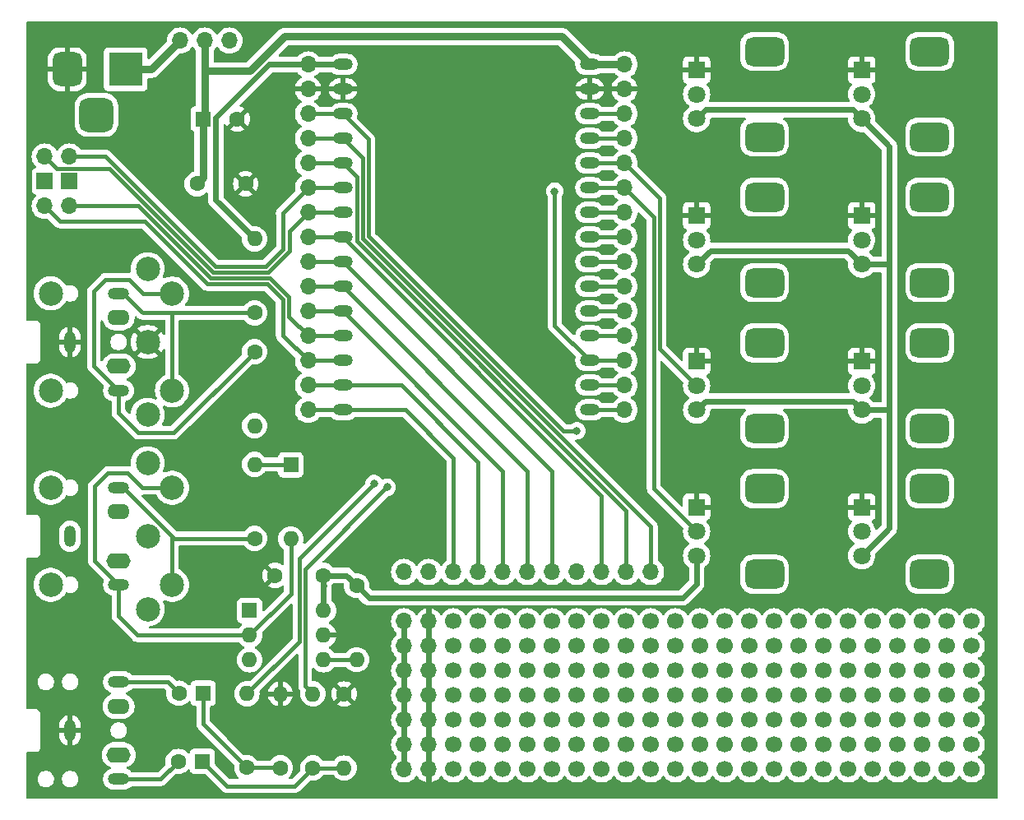
<source format=gbr>
%TF.GenerationSoftware,KiCad,Pcbnew,8.0.5*%
%TF.CreationDate,2024-11-21T14:48:29+00:00*%
%TF.ProjectId,ESP32MozziExperimenterShield,45535033-324d-46f7-9a7a-694578706572,rev?*%
%TF.SameCoordinates,Original*%
%TF.FileFunction,Copper,L1,Top*%
%TF.FilePolarity,Positive*%
%FSLAX46Y46*%
G04 Gerber Fmt 4.6, Leading zero omitted, Abs format (unit mm)*
G04 Created by KiCad (PCBNEW 8.0.5) date 2024-11-21 14:48:29*
%MOMM*%
%LPD*%
G01*
G04 APERTURE LIST*
G04 Aperture macros list*
%AMRoundRect*
0 Rectangle with rounded corners*
0 $1 Rounding radius*
0 $2 $3 $4 $5 $6 $7 $8 $9 X,Y pos of 4 corners*
0 Add a 4 corners polygon primitive as box body*
4,1,4,$2,$3,$4,$5,$6,$7,$8,$9,$2,$3,0*
0 Add four circle primitives for the rounded corners*
1,1,$1+$1,$2,$3*
1,1,$1+$1,$4,$5*
1,1,$1+$1,$6,$7*
1,1,$1+$1,$8,$9*
0 Add four rect primitives between the rounded corners*
20,1,$1+$1,$2,$3,$4,$5,0*
20,1,$1+$1,$4,$5,$6,$7,0*
20,1,$1+$1,$6,$7,$8,$9,0*
20,1,$1+$1,$8,$9,$2,$3,0*%
G04 Aperture macros list end*
%TA.AperFunction,ComponentPad*%
%ADD10C,1.700000*%
%TD*%
%TA.AperFunction,ComponentPad*%
%ADD11R,1.800000X1.800000*%
%TD*%
%TA.AperFunction,ComponentPad*%
%ADD12C,1.800000*%
%TD*%
%TA.AperFunction,ComponentPad*%
%ADD13RoundRect,0.750000X-1.250000X-0.750000X1.250000X-0.750000X1.250000X0.750000X-1.250000X0.750000X0*%
%TD*%
%TA.AperFunction,WasherPad*%
%ADD14C,2.499360*%
%TD*%
%TA.AperFunction,ComponentPad*%
%ADD15C,2.499360*%
%TD*%
%TA.AperFunction,ComponentPad*%
%ADD16C,1.600000*%
%TD*%
%TA.AperFunction,ComponentPad*%
%ADD17O,1.600000X1.600000*%
%TD*%
%TA.AperFunction,ComponentPad*%
%ADD18R,1.600000X1.600000*%
%TD*%
%TA.AperFunction,ComponentPad*%
%ADD19O,2.200000X1.200000*%
%TD*%
%TA.AperFunction,ComponentPad*%
%ADD20O,2.300000X1.600000*%
%TD*%
%TA.AperFunction,ComponentPad*%
%ADD21O,1.200000X2.200000*%
%TD*%
%TA.AperFunction,ComponentPad*%
%ADD22O,2.500000X1.600000*%
%TD*%
%TA.AperFunction,ComponentPad*%
%ADD23O,1.700000X1.700000*%
%TD*%
%TA.AperFunction,ComponentPad*%
%ADD24O,2.000000X1.200000*%
%TD*%
%TA.AperFunction,ComponentPad*%
%ADD25R,3.500000X3.500000*%
%TD*%
%TA.AperFunction,ComponentPad*%
%ADD26RoundRect,0.750000X-0.750000X-1.000000X0.750000X-1.000000X0.750000X1.000000X-0.750000X1.000000X0*%
%TD*%
%TA.AperFunction,ComponentPad*%
%ADD27RoundRect,0.875000X-0.875000X-0.875000X0.875000X-0.875000X0.875000X0.875000X-0.875000X0.875000X0*%
%TD*%
%TA.AperFunction,ComponentPad*%
%ADD28R,1.700000X1.700000*%
%TD*%
%TA.AperFunction,ViaPad*%
%ADD29C,0.800000*%
%TD*%
%TA.AperFunction,Conductor*%
%ADD30C,0.400000*%
%TD*%
%TA.AperFunction,Conductor*%
%ADD31C,0.600000*%
%TD*%
%TA.AperFunction,Conductor*%
%ADD32C,0.800000*%
%TD*%
G04 APERTURE END LIST*
D10*
%TO.P,,1*%
%TO.N,N/C*%
X96520000Y-121920000D03*
%TD*%
%TO.P,,1*%
%TO.N,N/C*%
X144780000Y-111760000D03*
%TD*%
D11*
%TO.P,RV8,1,1*%
%TO.N,GND*%
X136000000Y-100000000D03*
D12*
%TO.P,RV8,2,2*%
%TO.N,/RV8*%
X136000000Y-102500000D03*
%TO.P,RV8,3,3*%
%TO.N,+3V3*%
X136000000Y-105000000D03*
D13*
%TO.P,RV8,MP*%
%TO.N,N/C*%
X143000000Y-98100000D03*
X143000000Y-106900000D03*
%TD*%
D10*
%TO.P,,1*%
%TO.N,N/C*%
X99060000Y-114300000D03*
%TD*%
%TO.P,,1*%
%TO.N,N/C*%
X111760000Y-121920000D03*
%TD*%
%TO.P,,1*%
%TO.N,N/C*%
X147320000Y-124460000D03*
%TD*%
%TO.P,,1*%
%TO.N,N/C*%
X124460000Y-114300000D03*
%TD*%
%TO.P,,1*%
%TO.N,N/C*%
X119380000Y-124460000D03*
%TD*%
%TO.P,,1*%
%TO.N,N/C*%
X121920000Y-111760000D03*
%TD*%
%TO.P,,1*%
%TO.N,N/C*%
X106680000Y-127000000D03*
%TD*%
%TO.P,,1*%
%TO.N,N/C*%
X142240000Y-127000000D03*
%TD*%
D14*
%TO.P,J8,*%
%TO.N,*%
X52502300Y-97998740D03*
X52502300Y-108001260D03*
D15*
%TO.P,J8,1*%
%TO.N,unconnected-(J8-Pad1)*%
X62497200Y-110498080D03*
%TO.P,J8,2*%
%TO.N,unconnected-(J8-Pad2)*%
X62499740Y-103000000D03*
%TO.P,J8,3*%
%TO.N,unconnected-(J8-Pad3)*%
X62497200Y-95501920D03*
%TO.P,J8,4*%
%TO.N,Net-(J6-PadR)*%
X64999100Y-107996180D03*
%TO.P,J8,5*%
%TO.N,Net-(D2-A)*%
X64999100Y-98003820D03*
%TD*%
D10*
%TO.P,,1*%
%TO.N,N/C*%
X137160000Y-124460000D03*
%TD*%
%TO.P,,1*%
%TO.N,N/C*%
X119380000Y-116840000D03*
%TD*%
%TO.P,,1*%
%TO.N,N/C*%
X144780000Y-116840000D03*
%TD*%
%TO.P,,1*%
%TO.N,N/C*%
X147320000Y-116840000D03*
%TD*%
%TO.P,,1*%
%TO.N,N/C*%
X139700000Y-124460000D03*
%TD*%
%TO.P,,1*%
%TO.N,N/C*%
X119380000Y-114300000D03*
%TD*%
%TO.P,,1*%
%TO.N,N/C*%
X109220000Y-116840000D03*
%TD*%
%TO.P,,1*%
%TO.N,N/C*%
X127000000Y-111760000D03*
%TD*%
%TO.P,,1*%
%TO.N,N/C*%
X106680000Y-124460000D03*
%TD*%
%TO.P,,1*%
%TO.N,N/C*%
X109220000Y-121920000D03*
%TD*%
D16*
%TO.P,R7,1*%
%TO.N,GND*%
X82710000Y-119230000D03*
D17*
%TO.P,R7,2*%
%TO.N,Net-(C3-Pad1)*%
X82710000Y-126850000D03*
%TD*%
D18*
%TO.P,D2,1,K*%
%TO.N,Net-(D2-K)*%
X77220000Y-95650000D03*
D17*
%TO.P,D2,2,A*%
%TO.N,Net-(D2-A)*%
X77220000Y-103270000D03*
%TD*%
D10*
%TO.P,,1*%
%TO.N,N/C*%
X147320000Y-121920000D03*
%TD*%
%TO.P,,1*%
%TO.N,N/C*%
X93980000Y-121920000D03*
%TD*%
%TO.P,,1*%
%TO.N,N/C*%
X124460000Y-116840000D03*
%TD*%
D16*
%TO.P,R2,1*%
%TO.N,Net-(C1-Pad1)*%
X72710000Y-126830000D03*
D17*
%TO.P,R2,2*%
%TO.N,/A_OUT_R*%
X72710000Y-119210000D03*
%TD*%
D10*
%TO.P,,1*%
%TO.N,N/C*%
X116840000Y-114300000D03*
%TD*%
%TO.P,,1*%
%TO.N,N/C*%
X139700000Y-127000000D03*
%TD*%
D11*
%TO.P,RV3,1,1*%
%TO.N,GND*%
X119000000Y-85000000D03*
D12*
%TO.P,RV3,2,2*%
%TO.N,/RV3*%
X119000000Y-87500000D03*
%TO.P,RV3,3,3*%
%TO.N,+3V3*%
X119000000Y-90000000D03*
D13*
%TO.P,RV3,MP*%
%TO.N,N/C*%
X126000000Y-83100000D03*
X126000000Y-91900000D03*
%TD*%
D11*
%TO.P,RV4,1,1*%
%TO.N,GND*%
X119000000Y-100000000D03*
D12*
%TO.P,RV4,2,2*%
%TO.N,/RV4*%
X119000000Y-102500000D03*
%TO.P,RV4,3,3*%
%TO.N,+3V3*%
X119000000Y-105000000D03*
D13*
%TO.P,RV4,MP*%
%TO.N,N/C*%
X126000000Y-98100000D03*
X126000000Y-106900000D03*
%TD*%
D10*
%TO.P,,1*%
%TO.N,N/C*%
X134620000Y-127000000D03*
%TD*%
%TO.P,,1*%
%TO.N,N/C*%
X121920000Y-124460000D03*
%TD*%
%TO.P,,1*%
%TO.N,N/C*%
X116840000Y-111760000D03*
%TD*%
%TO.P,,1*%
%TO.N,N/C*%
X119380000Y-121920000D03*
%TD*%
%TO.P,,1*%
%TO.N,N/C*%
X104140000Y-116840000D03*
%TD*%
%TO.P,,1*%
%TO.N,N/C*%
X134620000Y-116840000D03*
%TD*%
%TO.P,,1*%
%TO.N,N/C*%
X96520000Y-119380000D03*
%TD*%
%TO.P,,1*%
%TO.N,N/C*%
X121920000Y-114300000D03*
%TD*%
%TO.P,,1*%
%TO.N,N/C*%
X101600000Y-119380000D03*
%TD*%
D18*
%TO.P,C4,1*%
%TO.N,VCC*%
X68210000Y-60050000D03*
D16*
%TO.P,C4,2*%
%TO.N,GND*%
X71710000Y-60050000D03*
%TD*%
D10*
%TO.P,,1*%
%TO.N,N/C*%
X137160000Y-116840000D03*
%TD*%
%TO.P,,1*%
%TO.N,N/C*%
X109220000Y-124460000D03*
%TD*%
%TO.P,,1*%
%TO.N,N/C*%
X144780000Y-114300000D03*
%TD*%
%TO.P,,1*%
%TO.N,N/C*%
X142240000Y-121920000D03*
%TD*%
D19*
%TO.P,J6,R*%
%TO.N,Net-(J6-PadR)*%
X59500000Y-98000000D03*
D20*
%TO.P,J6,RN*%
%TO.N,N/C*%
X59500000Y-100500000D03*
D21*
%TO.P,J6,S*%
%TO.N,unconnected-(J6-PadS)*%
X54500000Y-103000000D03*
D19*
%TO.P,J6,T*%
%TO.N,Net-(D2-A)*%
X59500000Y-108000000D03*
D22*
%TO.P,J6,TN*%
%TO.N,N/C*%
X59500000Y-105500000D03*
%TD*%
D23*
%TO.P,J10,1,Pin_1*%
%TO.N,GND*%
X91440000Y-111760000D03*
%TO.P,J10,2,Pin_2*%
X91440000Y-114300000D03*
%TO.P,J10,3,Pin_3*%
X91440000Y-116840000D03*
%TO.P,J10,4,Pin_4*%
X91440000Y-119380000D03*
%TO.P,J10,5,Pin_5*%
X91440000Y-121920000D03*
%TO.P,J10,6,Pin_6*%
X91440000Y-124460000D03*
%TO.P,J10,7,Pin_7*%
X91440000Y-127000000D03*
%TD*%
D10*
%TO.P,,1*%
%TO.N,N/C*%
X116840000Y-116840000D03*
%TD*%
D16*
%TO.P,R9,1*%
%TO.N,Net-(J7-PadR)*%
X73500000Y-80000000D03*
D17*
%TO.P,R9,2*%
%TO.N,+3V3*%
X73500000Y-72380000D03*
%TD*%
D10*
%TO.P,,1*%
%TO.N,N/C*%
X121920000Y-116840000D03*
%TD*%
%TO.P,,1*%
%TO.N,N/C*%
X119380000Y-119380000D03*
%TD*%
%TO.P,,1*%
%TO.N,N/C*%
X147320000Y-114300000D03*
%TD*%
D24*
%TO.P,U1,1,EN*%
%TO.N,Net-(J1-Pin_1)*%
X108000000Y-90000000D03*
%TO.P,U1,2,SENSOR_VP/GPIO36/ADC1_CH0*%
%TO.N,/GPIO36*%
X108000000Y-87460000D03*
%TO.P,U1,3,SENSOR_VN/GPIO39/ADC1_CH3*%
%TO.N,/GPIO39*%
X108000000Y-84920000D03*
%TO.P,U1,4,VDET_1/GPIO34/ADC1_CH6*%
%TO.N,/RV8*%
X108000000Y-82380000D03*
%TO.P,U1,5,VDET_2/GPIO35/ADC1_CH7*%
%TO.N,/RV7*%
X108000000Y-79840000D03*
%TO.P,U1,6,32K_XP/GPIO32/ADC1_CH4*%
%TO.N,/RV6*%
X108000000Y-77300000D03*
%TO.P,U1,7,32K_XN/GPIO33/ADC1_CH5*%
%TO.N,/RV5*%
X108000000Y-74760000D03*
%TO.P,U1,8,DAC_1/ADC2_CH8/GPIO25*%
%TO.N,/A_OUT_L*%
X108000000Y-72220000D03*
%TO.P,U1,9,DAC_2/ADC2_CH9/GPIO26*%
%TO.N,/A_OUT_R*%
X108000000Y-69680000D03*
%TO.P,U1,10,ADC2_CH7/GPIO27*%
%TO.N,/RV4*%
X108000000Y-67140000D03*
%TO.P,U1,11,MTMS/GPIO14/ADC2_CH6*%
%TO.N,/RV3*%
X108000000Y-64600000D03*
%TO.P,U1,12,MTDI/GPIO12/ADC2_CH5*%
%TO.N,/GPIO12*%
X108000000Y-62060000D03*
%TO.P,U1,13,MTCK/GPIO13/ADC2_CH4*%
%TO.N,/GPIO13*%
X108000000Y-59520000D03*
%TO.P,U1,14,GND*%
%TO.N,GND*%
X108000000Y-56980000D03*
%TO.P,U1,15,VIN*%
%TO.N,VCC*%
X108000000Y-54440000D03*
%TO.P,U1,16,3V3*%
%TO.N,+3V3*%
X82600000Y-54440000D03*
%TO.P,U1,17,GND*%
%TO.N,GND*%
X82600000Y-56980000D03*
%TO.P,U1,18,MTDO/GPIO15/ADC2_CH3*%
%TO.N,/GPIO15*%
X82600000Y-59520000D03*
%TO.P,U1,19,ADC2_CH2/GPIO2*%
%TO.N,/GPIO2*%
X82600000Y-62060000D03*
%TO.P,U1,20,ADC2_CH0/GPIO4*%
%TO.N,/GPIO4*%
X82600000Y-64600000D03*
%TO.P,U1,21,RXD_2/GPIO16*%
%TO.N,/U1_RXD*%
X82600000Y-67140000D03*
%TO.P,U1,22,TXD_2/GPIO17*%
%TO.N,/U1_TXD*%
X82600000Y-69680000D03*
%TO.P,U1,23,GPIO5*%
%TO.N,/GPIO5*%
X82600000Y-72220000D03*
%TO.P,U1,24,GPIO18*%
%TO.N,/GPIO18*%
X82600000Y-74760000D03*
%TO.P,U1,25,GPIO19*%
%TO.N,/GPIO19*%
X82600000Y-77300000D03*
%TO.P,U1,26,GPIO21*%
%TO.N,/GPIO21*%
X82600000Y-79840000D03*
%TO.P,U1,27,U0RXD/GPIO3*%
%TO.N,/U0_RXD*%
X82600000Y-82380000D03*
%TO.P,U1,28,U0TXD/GPIO1*%
%TO.N,/U0_TXD*%
X82600000Y-84920000D03*
%TO.P,U1,29,GPIO22*%
%TO.N,/GPIO22*%
X82600000Y-87460000D03*
%TO.P,U1,30,GPIO23*%
%TO.N,/GPIO23*%
X82600000Y-90000000D03*
%TD*%
D16*
%TO.P,R6,1*%
%TO.N,Net-(C3-Pad1)*%
X79500000Y-126840000D03*
D17*
%TO.P,R6,2*%
%TO.N,/A_OUT_L*%
X79500000Y-119220000D03*
%TD*%
D19*
%TO.P,J5,R*%
%TO.N,Net-(C1-Pad2)*%
X59500000Y-118000000D03*
D20*
%TO.P,J5,RN*%
%TO.N,N/C*%
X59500000Y-120500000D03*
D21*
%TO.P,J5,S*%
%TO.N,GND*%
X54500000Y-123000000D03*
D19*
%TO.P,J5,T*%
%TO.N,Net-(C3-Pad2)*%
X59500000Y-128000000D03*
D22*
%TO.P,J5,TN*%
%TO.N,N/C*%
X59500000Y-125500000D03*
%TD*%
D10*
%TO.P,,1*%
%TO.N,N/C*%
X106680000Y-121920000D03*
%TD*%
%TO.P,,1*%
%TO.N,N/C*%
X99060000Y-121920000D03*
%TD*%
D19*
%TO.P,J7,R*%
%TO.N,Net-(J7-PadR)*%
X59500000Y-78000000D03*
D20*
%TO.P,J7,RN*%
%TO.N,N/C*%
X59500000Y-80500000D03*
D21*
%TO.P,J7,S*%
%TO.N,GND*%
X54500000Y-83000000D03*
D19*
%TO.P,J7,T*%
%TO.N,Net-(J7-PadT)*%
X59500000Y-88000000D03*
D22*
%TO.P,J7,TN*%
%TO.N,N/C*%
X59500000Y-85500000D03*
%TD*%
D10*
%TO.P,,1*%
%TO.N,N/C*%
X99060000Y-111760000D03*
%TD*%
D16*
%TO.P,R10,1*%
%TO.N,Net-(J7-PadT)*%
X73500000Y-84000000D03*
D17*
%TO.P,R10,2*%
%TO.N,Net-(J11-Pin_2)*%
X73500000Y-91620000D03*
%TD*%
D10*
%TO.P,,1*%
%TO.N,N/C*%
X124460000Y-124460000D03*
%TD*%
D25*
%TO.P,J3,1*%
%TO.N,Net-(SW1-A)*%
X60220000Y-54922500D03*
D26*
%TO.P,J3,2*%
%TO.N,GND*%
X54220000Y-54922500D03*
D27*
%TO.P,J3,3*%
%TO.N,unconnected-(J3-Pad3)*%
X57220000Y-59622500D03*
%TD*%
D10*
%TO.P,,1*%
%TO.N,N/C*%
X96520000Y-114300000D03*
%TD*%
%TO.P,,1*%
%TO.N,N/C*%
X93980000Y-119380000D03*
%TD*%
%TO.P,,1*%
%TO.N,N/C*%
X127000000Y-121920000D03*
%TD*%
%TO.P,,1*%
%TO.N,N/C*%
X116840000Y-127000000D03*
%TD*%
%TO.P,,1*%
%TO.N,N/C*%
X132080000Y-127000000D03*
%TD*%
D23*
%TO.P,J13,1,Pin_1*%
%TO.N,/GPIO2*%
X114300000Y-106680000D03*
%TO.P,J13,2,Pin_2*%
%TO.N,/GPIO4*%
X111760000Y-106680000D03*
%TO.P,J13,3,Pin_3*%
%TO.N,/GPIO5*%
X109220000Y-106680000D03*
%TO.P,J13,4,Pin_4*%
%TO.N,/GPIO15*%
X106680000Y-106680000D03*
%TO.P,J13,5,Pin_5*%
%TO.N,/GPIO18*%
X104140000Y-106680000D03*
%TO.P,J13,6,Pin_6*%
%TO.N,/GPIO19*%
X101600000Y-106680000D03*
%TO.P,J13,7,Pin_7*%
%TO.N,/GPIO21*%
X99060000Y-106680000D03*
%TO.P,J13,8,Pin_8*%
%TO.N,/GPIO22*%
X96520000Y-106680000D03*
%TO.P,J13,9,Pin_9*%
%TO.N,/GPIO23*%
X93980000Y-106680000D03*
%TO.P,J13,10,Pin_10*%
%TO.N,/GPIO36*%
X91440000Y-106680000D03*
%TO.P,J13,11,Pin_11*%
%TO.N,/GPIO39*%
X88900000Y-106680000D03*
%TD*%
D10*
%TO.P,,1*%
%TO.N,N/C*%
X139700000Y-114300000D03*
%TD*%
%TO.P,,1*%
%TO.N,N/C*%
X96520000Y-127000000D03*
%TD*%
%TO.P,,1*%
%TO.N,N/C*%
X93980000Y-111760000D03*
%TD*%
%TO.P,,1*%
%TO.N,N/C*%
X137160000Y-121920000D03*
%TD*%
%TO.P,,1*%
%TO.N,N/C*%
X142240000Y-116840000D03*
%TD*%
D11*
%TO.P,RV7,1,1*%
%TO.N,GND*%
X136000000Y-85000000D03*
D12*
%TO.P,RV7,2,2*%
%TO.N,/RV7*%
X136000000Y-87500000D03*
%TO.P,RV7,3,3*%
%TO.N,+3V3*%
X136000000Y-90000000D03*
D13*
%TO.P,RV7,MP*%
%TO.N,N/C*%
X143000000Y-83100000D03*
X143000000Y-91900000D03*
%TD*%
D10*
%TO.P,,1*%
%TO.N,N/C*%
X142240000Y-119380000D03*
%TD*%
%TO.P,,1*%
%TO.N,N/C*%
X111760000Y-119380000D03*
%TD*%
%TO.P,,1*%
%TO.N,N/C*%
X109220000Y-119380000D03*
%TD*%
%TO.P,,1*%
%TO.N,N/C*%
X124460000Y-127000000D03*
%TD*%
%TO.P,,1*%
%TO.N,N/C*%
X127000000Y-124460000D03*
%TD*%
%TO.P,,1*%
%TO.N,N/C*%
X93980000Y-116840000D03*
%TD*%
D16*
%TO.P,C6,1*%
%TO.N,+3V3*%
X80600000Y-107030000D03*
%TO.P,C6,2*%
%TO.N,GND*%
X75600000Y-107030000D03*
%TD*%
D10*
%TO.P,,1*%
%TO.N,N/C*%
X124460000Y-121920000D03*
%TD*%
D11*
%TO.P,RV6,1,1*%
%TO.N,GND*%
X136000000Y-70000000D03*
D12*
%TO.P,RV6,2,2*%
%TO.N,/RV6*%
X136000000Y-72500000D03*
%TO.P,RV6,3,3*%
%TO.N,+3V3*%
X136000000Y-75000000D03*
D13*
%TO.P,RV6,MP*%
%TO.N,N/C*%
X143000000Y-68100000D03*
X143000000Y-76900000D03*
%TD*%
D10*
%TO.P,,1*%
%TO.N,N/C*%
X109220000Y-114300000D03*
%TD*%
%TO.P,,1*%
%TO.N,N/C*%
X137160000Y-119380000D03*
%TD*%
%TO.P,,1*%
%TO.N,N/C*%
X116840000Y-119380000D03*
%TD*%
%TO.P,,1*%
%TO.N,N/C*%
X147320000Y-119380000D03*
%TD*%
%TO.P,,1*%
%TO.N,N/C*%
X129540000Y-121920000D03*
%TD*%
%TO.P,,1*%
%TO.N,N/C*%
X101600000Y-116840000D03*
%TD*%
%TO.P,,1*%
%TO.N,N/C*%
X101600000Y-121920000D03*
%TD*%
%TO.P,,1*%
%TO.N,N/C*%
X139700000Y-116840000D03*
%TD*%
%TO.P,,1*%
%TO.N,N/C*%
X119380000Y-111760000D03*
%TD*%
%TO.P,,1*%
%TO.N,N/C*%
X104140000Y-119380000D03*
%TD*%
%TO.P,,1*%
%TO.N,N/C*%
X139700000Y-119380000D03*
%TD*%
%TO.P,,1*%
%TO.N,N/C*%
X96520000Y-124460000D03*
%TD*%
%TO.P,,1*%
%TO.N,N/C*%
X129540000Y-124460000D03*
%TD*%
%TO.P,,1*%
%TO.N,N/C*%
X101600000Y-111760000D03*
%TD*%
D16*
%TO.P,R11,1*%
%TO.N,+3V3*%
X84000000Y-108080000D03*
D17*
%TO.P,R11,2*%
%TO.N,Net-(J12-Pin_2)*%
X84000000Y-115700000D03*
%TD*%
D10*
%TO.P,,1*%
%TO.N,N/C*%
X101600000Y-114300000D03*
%TD*%
%TO.P,,1*%
%TO.N,N/C*%
X106680000Y-119380000D03*
%TD*%
%TO.P,,1*%
%TO.N,N/C*%
X129540000Y-116840000D03*
%TD*%
%TO.P,,1*%
%TO.N,N/C*%
X127000000Y-119380000D03*
%TD*%
%TO.P,,1*%
%TO.N,N/C*%
X142240000Y-111760000D03*
%TD*%
%TO.P,,1*%
%TO.N,N/C*%
X132080000Y-116840000D03*
%TD*%
%TO.P,,1*%
%TO.N,N/C*%
X139700000Y-111760000D03*
%TD*%
%TO.P,,1*%
%TO.N,N/C*%
X106680000Y-111760000D03*
%TD*%
%TO.P,,1*%
%TO.N,N/C*%
X114300000Y-111760000D03*
%TD*%
%TO.P,,1*%
%TO.N,N/C*%
X101600000Y-124460000D03*
%TD*%
%TO.P,,1*%
%TO.N,N/C*%
X104140000Y-124460000D03*
%TD*%
%TO.P,,1*%
%TO.N,N/C*%
X111760000Y-116840000D03*
%TD*%
D23*
%TO.P,J2,1,Pin_1*%
%TO.N,/GPIO23*%
X79000000Y-90000000D03*
%TO.P,J2,2,Pin_2*%
%TO.N,/GPIO22*%
X79000000Y-87460000D03*
%TO.P,J2,3,Pin_3*%
%TO.N,/U0_TXD*%
X79000000Y-84920000D03*
%TO.P,J2,4,Pin_4*%
%TO.N,/U0_RXD*%
X79000000Y-82380000D03*
%TO.P,J2,5,Pin_5*%
%TO.N,/GPIO21*%
X79000000Y-79840000D03*
%TO.P,J2,6,Pin_6*%
%TO.N,/GPIO19*%
X79000000Y-77300000D03*
%TO.P,J2,7,Pin_7*%
%TO.N,/GPIO18*%
X79000000Y-74760000D03*
%TO.P,J2,8,Pin_8*%
%TO.N,/GPIO5*%
X79000000Y-72220000D03*
%TO.P,J2,9,Pin_9*%
%TO.N,/U1_TXD*%
X79000000Y-69680000D03*
%TO.P,J2,10,Pin_10*%
%TO.N,/U1_RXD*%
X79000000Y-67140000D03*
%TO.P,J2,11,Pin_11*%
%TO.N,/GPIO4*%
X79000000Y-64600000D03*
%TO.P,J2,12,Pin_12*%
%TO.N,/GPIO2*%
X79000000Y-62060000D03*
%TO.P,J2,13,Pin_13*%
%TO.N,/GPIO15*%
X79000000Y-59520000D03*
%TO.P,J2,14,Pin_14*%
%TO.N,GND*%
X79000000Y-56980000D03*
%TO.P,J2,15,Pin_15*%
%TO.N,+3V3*%
X79000000Y-54440000D03*
%TD*%
D10*
%TO.P,,1*%
%TO.N,N/C*%
X121920000Y-121920000D03*
%TD*%
%TO.P,,1*%
%TO.N,N/C*%
X144780000Y-124460000D03*
%TD*%
D18*
%TO.P,C3,1*%
%TO.N,Net-(C3-Pad1)*%
X68127626Y-126180000D03*
D16*
%TO.P,C3,2*%
%TO.N,Net-(C3-Pad2)*%
X65627626Y-126180000D03*
%TD*%
D10*
%TO.P,,1*%
%TO.N,N/C*%
X111760000Y-111760000D03*
%TD*%
%TO.P,,1*%
%TO.N,N/C*%
X134620000Y-121920000D03*
%TD*%
%TO.P,,1*%
%TO.N,N/C*%
X106680000Y-114300000D03*
%TD*%
%TO.P,,1*%
%TO.N,N/C*%
X114300000Y-119380000D03*
%TD*%
%TO.P,,1*%
%TO.N,N/C*%
X132080000Y-119380000D03*
%TD*%
%TO.P,,1*%
%TO.N,N/C*%
X132080000Y-111760000D03*
%TD*%
D11*
%TO.P,RV5,1,1*%
%TO.N,GND*%
X136000000Y-55000000D03*
D12*
%TO.P,RV5,2,2*%
%TO.N,/RV5*%
X136000000Y-57500000D03*
%TO.P,RV5,3,3*%
%TO.N,+3V3*%
X136000000Y-60000000D03*
D13*
%TO.P,RV5,MP*%
%TO.N,N/C*%
X143000000Y-53100000D03*
X143000000Y-61900000D03*
%TD*%
D18*
%TO.P,U2,1*%
%TO.N,Net-(D2-K)*%
X72980000Y-110640000D03*
D17*
%TO.P,U2,2*%
%TO.N,Net-(D2-A)*%
X72980000Y-113180000D03*
%TO.P,U2,3*%
%TO.N,unconnected-(U2-Pad3)*%
X72980000Y-115720000D03*
%TO.P,U2,4*%
%TO.N,Net-(J12-Pin_2)*%
X80600000Y-115720000D03*
%TO.P,U2,5*%
%TO.N,GND*%
X80600000Y-113180000D03*
%TO.P,U2,6*%
%TO.N,+3V3*%
X80600000Y-110640000D03*
%TD*%
D23*
%TO.P,J12,1,Pin_1*%
%TO.N,/U0_RXD*%
X54440000Y-69000000D03*
D28*
%TO.P,J12,2,Pin_2*%
%TO.N,Net-(J12-Pin_2)*%
X54440000Y-66460000D03*
D23*
%TO.P,J12,3,Pin_3*%
%TO.N,/U1_RXD*%
X54440000Y-63920000D03*
%TD*%
D10*
%TO.P,,1*%
%TO.N,N/C*%
X129540000Y-114300000D03*
%TD*%
%TO.P,,1*%
%TO.N,N/C*%
X144780000Y-127000000D03*
%TD*%
%TO.P,,1*%
%TO.N,N/C*%
X99060000Y-124460000D03*
%TD*%
%TO.P,,1*%
%TO.N,N/C*%
X114300000Y-121920000D03*
%TD*%
%TO.P,,1*%
%TO.N,N/C*%
X111760000Y-127000000D03*
%TD*%
%TO.P,,1*%
%TO.N,N/C*%
X109220000Y-127000000D03*
%TD*%
%TO.P,,1*%
%TO.N,N/C*%
X142240000Y-114300000D03*
%TD*%
%TO.P,,1*%
%TO.N,N/C*%
X96520000Y-111760000D03*
%TD*%
%TO.P,,1*%
%TO.N,N/C*%
X139700000Y-121920000D03*
%TD*%
D16*
%TO.P,R1,1*%
%TO.N,Net-(C1-Pad1)*%
X76150000Y-126840000D03*
D17*
%TO.P,R1,2*%
%TO.N,GND*%
X76150000Y-119220000D03*
%TD*%
D10*
%TO.P,,1*%
%TO.N,N/C*%
X119380000Y-127000000D03*
%TD*%
%TO.P,,1*%
%TO.N,N/C*%
X101600000Y-127000000D03*
%TD*%
%TO.P,,1*%
%TO.N,N/C*%
X124460000Y-119380000D03*
%TD*%
%TO.P,,1*%
%TO.N,N/C*%
X93980000Y-114300000D03*
%TD*%
D16*
%TO.P,R8,1*%
%TO.N,Net-(J6-PadR)*%
X73500000Y-103220000D03*
D17*
%TO.P,R8,2*%
%TO.N,Net-(D2-K)*%
X73500000Y-95600000D03*
%TD*%
D10*
%TO.P,,1*%
%TO.N,N/C*%
X147320000Y-127000000D03*
%TD*%
%TO.P,,1*%
%TO.N,N/C*%
X137160000Y-111760000D03*
%TD*%
%TO.P,,1*%
%TO.N,N/C*%
X144780000Y-121920000D03*
%TD*%
%TO.P,,1*%
%TO.N,N/C*%
X132080000Y-124460000D03*
%TD*%
D23*
%TO.P,SW1,1,A*%
%TO.N,Net-(SW1-A)*%
X65820000Y-51970000D03*
%TO.P,SW1,2,B*%
%TO.N,VCC*%
X68360000Y-51970000D03*
%TO.P,SW1,3*%
%TO.N,N/C*%
X70900000Y-51970000D03*
%TD*%
D10*
%TO.P,,1*%
%TO.N,N/C*%
X104140000Y-121920000D03*
%TD*%
%TO.P,,1*%
%TO.N,N/C*%
X109220000Y-111760000D03*
%TD*%
%TO.P,,1*%
%TO.N,N/C*%
X121920000Y-127000000D03*
%TD*%
D16*
%TO.P,C5,1*%
%TO.N,VCC*%
X67580000Y-66720000D03*
%TO.P,C5,2*%
%TO.N,GND*%
X72580000Y-66720000D03*
%TD*%
D10*
%TO.P,,1*%
%TO.N,N/C*%
X129540000Y-111760000D03*
%TD*%
%TO.P,,1*%
%TO.N,N/C*%
X132080000Y-114300000D03*
%TD*%
%TO.P,,1*%
%TO.N,N/C*%
X127000000Y-114300000D03*
%TD*%
%TO.P,,1*%
%TO.N,N/C*%
X104140000Y-127000000D03*
%TD*%
D23*
%TO.P,J1,1,Pin_1*%
%TO.N,Net-(J1-Pin_1)*%
X111580000Y-90000000D03*
%TO.P,J1,2,Pin_2*%
%TO.N,/GPIO36*%
X111580000Y-87460000D03*
%TO.P,J1,3,Pin_3*%
%TO.N,/GPIO39*%
X111580000Y-84920000D03*
%TO.P,J1,4,Pin_4*%
%TO.N,/RV8*%
X111580000Y-82380000D03*
%TO.P,J1,5,Pin_5*%
%TO.N,/RV7*%
X111580000Y-79840000D03*
%TO.P,J1,6,Pin_6*%
%TO.N,/RV6*%
X111580000Y-77300000D03*
%TO.P,J1,7,Pin_7*%
%TO.N,/RV5*%
X111580000Y-74760000D03*
%TO.P,J1,8,Pin_8*%
%TO.N,/A_OUT_L*%
X111580000Y-72220000D03*
%TO.P,J1,9,Pin_9*%
%TO.N,/A_OUT_R*%
X111580000Y-69680000D03*
%TO.P,J1,10,Pin_10*%
%TO.N,/RV4*%
X111580000Y-67140000D03*
%TO.P,J1,11,Pin_11*%
%TO.N,/RV3*%
X111580000Y-64600000D03*
%TO.P,J1,12,Pin_12*%
%TO.N,/GPIO12*%
X111580000Y-62060000D03*
%TO.P,J1,13,Pin_13*%
%TO.N,/GPIO13*%
X111580000Y-59520000D03*
%TO.P,J1,14,Pin_14*%
%TO.N,GND*%
X111580000Y-56980000D03*
%TO.P,J1,15,Pin_15*%
%TO.N,VCC*%
X111580000Y-54440000D03*
%TD*%
D14*
%TO.P,J9,*%
%TO.N,*%
X52502300Y-77998740D03*
X52502300Y-88001260D03*
D15*
%TO.P,J9,1*%
%TO.N,unconnected-(J9-Pad1)*%
X62497200Y-90498080D03*
%TO.P,J9,2*%
%TO.N,GND*%
X62499740Y-83000000D03*
%TO.P,J9,3*%
%TO.N,unconnected-(J9-Pad3)*%
X62497200Y-75501920D03*
%TO.P,J9,4*%
%TO.N,Net-(J7-PadR)*%
X64999100Y-87996180D03*
%TO.P,J9,5*%
%TO.N,Net-(J7-PadT)*%
X64999100Y-78003820D03*
%TD*%
D10*
%TO.P,,1*%
%TO.N,N/C*%
X99060000Y-127000000D03*
%TD*%
%TO.P,,1*%
%TO.N,N/C*%
X93980000Y-127000000D03*
%TD*%
%TO.P,,1*%
%TO.N,N/C*%
X134620000Y-124460000D03*
%TD*%
%TO.P,,1*%
%TO.N,N/C*%
X129540000Y-119380000D03*
%TD*%
%TO.P,,1*%
%TO.N,N/C*%
X106680000Y-116840000D03*
%TD*%
%TO.P,,1*%
%TO.N,N/C*%
X121920000Y-119380000D03*
%TD*%
%TO.P,,1*%
%TO.N,N/C*%
X127000000Y-116840000D03*
%TD*%
D23*
%TO.P,J4,1,Pin_1*%
%TO.N,+3V3*%
X88900000Y-111760000D03*
%TO.P,J4,2,Pin_2*%
X88900000Y-114300000D03*
%TO.P,J4,3,Pin_3*%
X88900000Y-116840000D03*
%TO.P,J4,4,Pin_4*%
X88900000Y-119380000D03*
%TO.P,J4,5,Pin_5*%
X88900000Y-121920000D03*
%TO.P,J4,6,Pin_6*%
X88900000Y-124460000D03*
%TO.P,J4,7,Pin_7*%
X88900000Y-127000000D03*
%TD*%
D10*
%TO.P,,1*%
%TO.N,N/C*%
X104140000Y-111760000D03*
%TD*%
%TO.P,,1*%
%TO.N,N/C*%
X144780000Y-119380000D03*
%TD*%
D18*
%TO.P,C1,1*%
%TO.N,Net-(C1-Pad1)*%
X68207626Y-119160000D03*
D16*
%TO.P,C1,2*%
%TO.N,Net-(C1-Pad2)*%
X65707626Y-119160000D03*
%TD*%
D10*
%TO.P,,1*%
%TO.N,N/C*%
X147320000Y-111760000D03*
%TD*%
%TO.P,,1*%
%TO.N,N/C*%
X132080000Y-121920000D03*
%TD*%
D11*
%TO.P,RV1,1,1*%
%TO.N,GND*%
X119000000Y-55000000D03*
D12*
%TO.P,RV1,2,2*%
%TO.N,/RV1*%
X119000000Y-57500000D03*
%TO.P,RV1,3,3*%
%TO.N,+3V3*%
X119000000Y-60000000D03*
D13*
%TO.P,RV1,MP*%
%TO.N,N/C*%
X126000000Y-53100000D03*
X126000000Y-61900000D03*
%TD*%
D10*
%TO.P,,1*%
%TO.N,N/C*%
X111760000Y-114300000D03*
%TD*%
%TO.P,,1*%
%TO.N,N/C*%
X116840000Y-124460000D03*
%TD*%
%TO.P,,1*%
%TO.N,N/C*%
X142240000Y-124460000D03*
%TD*%
%TO.P,,1*%
%TO.N,N/C*%
X96520000Y-116840000D03*
%TD*%
%TO.P,,1*%
%TO.N,N/C*%
X93980000Y-124460000D03*
%TD*%
%TO.P,,1*%
%TO.N,N/C*%
X104140000Y-114300000D03*
%TD*%
%TO.P,,1*%
%TO.N,N/C*%
X134620000Y-111760000D03*
%TD*%
%TO.P,,1*%
%TO.N,N/C*%
X137160000Y-114300000D03*
%TD*%
%TO.P,,1*%
%TO.N,N/C*%
X134620000Y-119380000D03*
%TD*%
D23*
%TO.P,J11,1,Pin_1*%
%TO.N,/U0_TXD*%
X51900000Y-69000000D03*
D28*
%TO.P,J11,2,Pin_2*%
%TO.N,Net-(J11-Pin_2)*%
X51900000Y-66460000D03*
D23*
%TO.P,J11,3,Pin_3*%
%TO.N,/U1_TXD*%
X51900000Y-63920000D03*
%TD*%
D10*
%TO.P,,1*%
%TO.N,N/C*%
X134620000Y-114300000D03*
%TD*%
%TO.P,,1*%
%TO.N,N/C*%
X127000000Y-127000000D03*
%TD*%
%TO.P,,1*%
%TO.N,N/C*%
X99060000Y-116840000D03*
%TD*%
%TO.P,,1*%
%TO.N,N/C*%
X114300000Y-114300000D03*
%TD*%
%TO.P,,1*%
%TO.N,N/C*%
X99060000Y-119380000D03*
%TD*%
%TO.P,,1*%
%TO.N,N/C*%
X114300000Y-116840000D03*
%TD*%
%TO.P,,1*%
%TO.N,N/C*%
X129540000Y-127000000D03*
%TD*%
D11*
%TO.P,RV2,1,1*%
%TO.N,GND*%
X119000000Y-70000000D03*
D12*
%TO.P,RV2,2,2*%
%TO.N,/RV2*%
X119000000Y-72500000D03*
%TO.P,RV2,3,3*%
%TO.N,+3V3*%
X119000000Y-75000000D03*
D13*
%TO.P,RV2,MP*%
%TO.N,N/C*%
X126000000Y-68100000D03*
X126000000Y-76900000D03*
%TD*%
D10*
%TO.P,,1*%
%TO.N,N/C*%
X114300000Y-124460000D03*
%TD*%
%TO.P,,1*%
%TO.N,N/C*%
X137160000Y-127000000D03*
%TD*%
%TO.P,,1*%
%TO.N,N/C*%
X124460000Y-111760000D03*
%TD*%
%TO.P,,1*%
%TO.N,N/C*%
X111760000Y-124460000D03*
%TD*%
%TO.P,,1*%
%TO.N,N/C*%
X114300000Y-127000000D03*
%TD*%
%TO.P,,1*%
%TO.N,N/C*%
X116840000Y-121920000D03*
%TD*%
D29*
%TO.N,GND*%
X116800000Y-81130000D03*
X77330000Y-116450000D03*
X92730000Y-103460000D03*
X142640000Y-72420000D03*
X121800000Y-106220000D03*
X94810000Y-77270000D03*
X70340000Y-110770000D03*
X65870000Y-115100000D03*
X86020000Y-106350000D03*
X116120000Y-62360000D03*
X66690000Y-93010000D03*
X142640000Y-102450000D03*
X116420000Y-103720000D03*
X142950000Y-87480000D03*
X70380000Y-93010000D03*
X75960000Y-113100000D03*
X72700000Y-81940000D03*
X65910000Y-110770000D03*
X66940000Y-81970000D03*
X130880000Y-106250000D03*
X66400000Y-121280000D03*
X80370000Y-98600000D03*
X101580000Y-84130000D03*
%TO.N,/A_OUT_L*%
X87126471Y-97960000D03*
%TO.N,/A_OUT_R*%
X85790000Y-97570000D03*
%TO.N,/GPIO39*%
X104380000Y-67490000D03*
%TO.N,/GPIO15*%
X106680000Y-92150000D03*
%TD*%
D30*
%TO.N,Net-(C1-Pad1)*%
X68207626Y-119160000D02*
X68207626Y-122327626D01*
X68207626Y-122327626D02*
X72710000Y-126830000D01*
X72710000Y-126830000D02*
X76140000Y-126830000D01*
X76140000Y-126830000D02*
X76150000Y-126840000D01*
D31*
%TO.N,GND*%
X91440000Y-127000000D02*
X91440000Y-128650000D01*
X91440000Y-111760000D02*
X91440000Y-110550000D01*
X91440000Y-127000000D02*
X91440000Y-111760000D01*
D30*
%TO.N,Net-(C3-Pad2)*%
X63807626Y-128000000D02*
X65627626Y-126180000D01*
X59500000Y-128000000D02*
X63807626Y-128000000D01*
D32*
%TO.N,VCC*%
X105120000Y-51560000D02*
X108000000Y-54440000D01*
X68210000Y-60050000D02*
X68210000Y-66090000D01*
X68360000Y-51970000D02*
X68360000Y-55110000D01*
X68360000Y-55110000D02*
X68360000Y-59900000D01*
X68360000Y-59900000D02*
X68210000Y-60050000D01*
X68210000Y-66090000D02*
X67580000Y-66720000D01*
X111580000Y-54440000D02*
X108000000Y-54440000D01*
X68360000Y-55110000D02*
X73060000Y-55110000D01*
X76610000Y-51560000D02*
X105120000Y-51560000D01*
X73060000Y-55110000D02*
X76610000Y-51560000D01*
D31*
%TO.N,+3V3*%
X82950000Y-107030000D02*
X84000000Y-108080000D01*
X138790000Y-90000000D02*
X138840000Y-89950000D01*
X136000000Y-90000000D02*
X138790000Y-90000000D01*
X117550000Y-109350000D02*
X119000000Y-107900000D01*
X84000000Y-108080000D02*
X85270000Y-109350000D01*
X136000000Y-75000000D02*
X138690000Y-75000000D01*
X80600000Y-107030000D02*
X82950000Y-107030000D01*
X138690000Y-75000000D02*
X138840000Y-75150000D01*
X88900000Y-111760000D02*
X88900000Y-127000000D01*
X75002792Y-54440000D02*
X69510000Y-59932792D01*
X119000000Y-75000000D02*
X120410000Y-73590000D01*
X119900000Y-59100000D02*
X135100000Y-59100000D01*
X134590000Y-73590000D02*
X136000000Y-75000000D01*
X80600000Y-108100000D02*
X80600000Y-107030000D01*
X79000000Y-54440000D02*
X75002792Y-54440000D01*
X80620000Y-108080000D02*
X80600000Y-108100000D01*
X119000000Y-107900000D02*
X119000000Y-105000000D01*
X85270000Y-109350000D02*
X117550000Y-109350000D01*
X119000000Y-90000000D02*
X119900000Y-89100000D01*
X136000000Y-60000000D02*
X138840000Y-62840000D01*
X135100000Y-59100000D02*
X136000000Y-60000000D01*
X80600000Y-110640000D02*
X80600000Y-108100000D01*
X119900000Y-89100000D02*
X135100000Y-89100000D01*
X69510000Y-59932792D02*
X69510000Y-68390000D01*
X138840000Y-62840000D02*
X138840000Y-75150000D01*
X82600000Y-54440000D02*
X79000000Y-54440000D01*
X69510000Y-68390000D02*
X73500000Y-72380000D01*
X119000000Y-60000000D02*
X119900000Y-59100000D01*
X138840000Y-75150000D02*
X138840000Y-89950000D01*
X135100000Y-89100000D02*
X136000000Y-90000000D01*
X120410000Y-73590000D02*
X134590000Y-73590000D01*
X138840000Y-102160000D02*
X136000000Y-105000000D01*
X138840000Y-89950000D02*
X138840000Y-102160000D01*
D30*
%TO.N,Net-(D2-K)*%
X77170000Y-95600000D02*
X77220000Y-95650000D01*
X73500000Y-95600000D02*
X77170000Y-95600000D01*
%TO.N,Net-(D2-A)*%
X58370000Y-96480000D02*
X57020000Y-97830000D01*
X72980000Y-113180000D02*
X61450000Y-113180000D01*
X59500000Y-111230000D02*
X59500000Y-108000000D01*
X77220000Y-103270000D02*
X77220000Y-108940000D01*
X61963820Y-98003820D02*
X60440000Y-96480000D01*
X61450000Y-113180000D02*
X59500000Y-111230000D01*
X60440000Y-96480000D02*
X58370000Y-96480000D01*
X57020000Y-97830000D02*
X57020000Y-105520000D01*
X57020000Y-105520000D02*
X59500000Y-108000000D01*
X64999100Y-98003820D02*
X61963820Y-98003820D01*
X77220000Y-108940000D02*
X72980000Y-113180000D01*
%TO.N,Net-(C1-Pad2)*%
X59500000Y-118000000D02*
X64547626Y-118000000D01*
X64547626Y-118000000D02*
X65707626Y-119160000D01*
%TO.N,Net-(C3-Pad1)*%
X79500000Y-126840000D02*
X82700000Y-126840000D01*
X68127626Y-126180000D02*
X70647626Y-128700000D01*
X70647626Y-128700000D02*
X77640000Y-128700000D01*
X82700000Y-126840000D02*
X82710000Y-126850000D01*
X77640000Y-128700000D02*
X79500000Y-126840000D01*
%TO.N,Net-(J1-Pin_1)*%
X108000000Y-90000000D02*
X111580000Y-90000000D01*
%TO.N,Net-(J6-PadR)*%
X60000000Y-98000000D02*
X64745000Y-102745000D01*
X64999100Y-103900000D02*
X64999100Y-102999100D01*
X64999100Y-103440900D02*
X64999100Y-102999100D01*
X64999100Y-107996180D02*
X64999100Y-103900000D01*
X64745000Y-102745000D02*
X65220000Y-103220000D01*
X64999100Y-103900000D02*
X64999100Y-103440900D01*
X65220000Y-103220000D02*
X73500000Y-103220000D01*
X64999100Y-102999100D02*
X64745000Y-102745000D01*
X59500000Y-98000000D02*
X60000000Y-98000000D01*
%TO.N,Net-(J7-PadR)*%
X65010000Y-80000000D02*
X62000000Y-80000000D01*
X64999100Y-83270000D02*
X64999100Y-80010900D01*
X73500000Y-80000000D02*
X68460000Y-80000000D01*
X68460000Y-80000000D02*
X65010000Y-80000000D01*
X59500000Y-78000000D02*
X60000000Y-78000000D01*
X64999100Y-80010900D02*
X65010000Y-80000000D01*
X62000000Y-80000000D02*
X61860000Y-79860000D01*
X64999100Y-83270000D02*
X64999100Y-87996180D01*
X60000000Y-78000000D02*
X61860000Y-79860000D01*
%TO.N,Net-(J7-PadT)*%
X61993820Y-78003820D02*
X60570000Y-76580000D01*
X60570000Y-76580000D02*
X58160000Y-76580000D01*
X73500000Y-84000000D02*
X65170000Y-92330000D01*
X56950000Y-77790000D02*
X56950000Y-85450000D01*
X61520000Y-92330000D02*
X59500000Y-90310000D01*
X59500000Y-90310000D02*
X59500000Y-88000000D01*
X64999100Y-78003820D02*
X61993820Y-78003820D01*
X65170000Y-92330000D02*
X61520000Y-92330000D01*
X58160000Y-76580000D02*
X56950000Y-77790000D01*
X56950000Y-85450000D02*
X59500000Y-88000000D01*
%TO.N,/RV3*%
X115160000Y-83660000D02*
X115160000Y-68180000D01*
X108000000Y-64600000D02*
X111580000Y-64600000D01*
X115160000Y-68180000D02*
X111580000Y-64600000D01*
X119000000Y-87500000D02*
X115160000Y-83660000D01*
%TO.N,/RV4*%
X119000000Y-102500000D02*
X114560000Y-98060000D01*
X114560000Y-98060000D02*
X114560000Y-70120000D01*
X108000000Y-67140000D02*
X111580000Y-67140000D01*
X114560000Y-70120000D02*
X111580000Y-67140000D01*
%TO.N,/RV5*%
X108000000Y-74760000D02*
X111580000Y-74760000D01*
%TO.N,/RV6*%
X108000000Y-77300000D02*
X111580000Y-77300000D01*
%TO.N,/RV8*%
X108000000Y-82380000D02*
X111580000Y-82380000D01*
%TO.N,/RV7*%
X108000000Y-79840000D02*
X111580000Y-79840000D01*
%TO.N,/A_OUT_L*%
X78700001Y-118420001D02*
X78700001Y-107610000D01*
X78700001Y-106359999D02*
X87120000Y-97940000D01*
X78700001Y-107610000D02*
X78700001Y-106359999D01*
X108000000Y-72220000D02*
X111580000Y-72220000D01*
X79500000Y-119220000D02*
X78700001Y-118420001D01*
%TO.N,/A_OUT_R*%
X72710000Y-119210000D02*
X78100001Y-113819999D01*
X85790000Y-97610000D02*
X85790000Y-97570000D01*
X78100001Y-105259999D02*
X78140001Y-105259999D01*
X85790000Y-97570000D02*
X85830000Y-97570000D01*
X85830000Y-97570000D02*
X85860000Y-97540000D01*
X78140001Y-105259999D02*
X85790000Y-97610000D01*
X78100001Y-113819999D02*
X78100001Y-105259999D01*
X108000000Y-69680000D02*
X111580000Y-69680000D01*
%TO.N,/U0_TXD*%
X51900000Y-69000000D02*
X53510000Y-70610000D01*
X53510000Y-70610000D02*
X62210000Y-70610000D01*
X76385000Y-78623528D02*
X76385000Y-82305000D01*
X76385000Y-82305000D02*
X79000000Y-84920000D01*
X68629264Y-77029264D02*
X74790736Y-77029264D01*
X62210000Y-70610000D02*
X68629264Y-77029264D01*
X79000000Y-84920000D02*
X82600000Y-84920000D01*
X74790736Y-77029264D02*
X76385000Y-78623528D01*
%TO.N,/U0_RXD*%
X76990000Y-78630000D02*
X76985000Y-78635000D01*
X79000000Y-82380000D02*
X82600000Y-82380000D01*
X61550736Y-69000000D02*
X68980000Y-76429264D01*
X54440000Y-69000000D02*
X61550736Y-69000000D01*
X68980000Y-76429264D02*
X75039264Y-76429264D01*
X75039264Y-76429264D02*
X76990000Y-78380000D01*
X76985000Y-80365000D02*
X79000000Y-82380000D01*
X76990000Y-78380000D02*
X76990000Y-78630000D01*
X76985000Y-78635000D02*
X76985000Y-80365000D01*
%TO.N,/U1_TXD*%
X77095000Y-73605000D02*
X74870736Y-75829264D01*
X58569264Y-65170000D02*
X53150000Y-65170000D01*
X77095000Y-71585000D02*
X77095000Y-73605000D01*
X69228528Y-75829264D02*
X58569264Y-65170000D01*
X79000000Y-69680000D02*
X82600000Y-69680000D01*
X74870736Y-75829264D02*
X69228528Y-75829264D01*
X79000000Y-69680000D02*
X77095000Y-71585000D01*
X53150000Y-65170000D02*
X51900000Y-63920000D01*
%TO.N,/U1_RXD*%
X58167792Y-63920000D02*
X54440000Y-63920000D01*
X76375736Y-69764264D02*
X76420000Y-69808528D01*
X76420000Y-69808528D02*
X76420000Y-73431472D01*
X74622208Y-75229264D02*
X69477056Y-75229264D01*
X79000000Y-67140000D02*
X76375736Y-69764264D01*
X69477056Y-75229264D02*
X58167792Y-63920000D01*
X76420000Y-73431472D02*
X74622208Y-75229264D01*
X79000000Y-67140000D02*
X82600000Y-67140000D01*
%TO.N,Net-(J12-Pin_2)*%
X80600000Y-115720000D02*
X83980000Y-115720000D01*
X83980000Y-115720000D02*
X84000000Y-115700000D01*
D32*
%TO.N,Net-(SW1-A)*%
X60220000Y-54922500D02*
X62867500Y-54922500D01*
X62867500Y-54922500D02*
X65820000Y-51970000D01*
D30*
%TO.N,/GPIO39*%
X104380000Y-67490000D02*
X104380000Y-81300000D01*
X108000000Y-84920000D02*
X111580000Y-84920000D01*
X104380000Y-81300000D02*
X108000000Y-84920000D01*
%TO.N,/GPIO36*%
X108000000Y-87460000D02*
X111580000Y-87460000D01*
%TO.N,/GPIO22*%
X88620000Y-87460000D02*
X82600000Y-87460000D01*
X96520000Y-106680000D02*
X96520000Y-95360000D01*
X96520000Y-95360000D02*
X88620000Y-87460000D01*
X79000000Y-87460000D02*
X82600000Y-87460000D01*
%TO.N,/GPIO15*%
X85200000Y-72071472D02*
X105174264Y-92045736D01*
X106680000Y-92150000D02*
X105278528Y-92150000D01*
X82600000Y-59520000D02*
X85200000Y-62120000D01*
X79000000Y-59520000D02*
X82600000Y-59520000D01*
X105278528Y-92150000D02*
X105174264Y-92045736D01*
X85200000Y-62120000D02*
X85200000Y-72071472D01*
%TO.N,/GPIO2*%
X114300000Y-102020000D02*
X114300000Y-106680000D01*
X82600000Y-62060000D02*
X84600000Y-64060000D01*
X84600000Y-72320000D02*
X114300000Y-102020000D01*
X79000000Y-62060000D02*
X82600000Y-62060000D01*
X84600000Y-64060000D02*
X84600000Y-72320000D01*
%TO.N,/GPIO23*%
X89000000Y-90000000D02*
X93980000Y-94980000D01*
X93980000Y-94980000D02*
X93980000Y-106680000D01*
X82600000Y-90000000D02*
X89000000Y-90000000D01*
X79000000Y-90000000D02*
X82600000Y-90000000D01*
%TO.N,/GPIO19*%
X82600000Y-77300000D02*
X101600000Y-96300000D01*
X79000000Y-77300000D02*
X82600000Y-77300000D01*
X101600000Y-96300000D02*
X101600000Y-106680000D01*
%TO.N,/GPIO4*%
X111760000Y-100394214D02*
X111760000Y-106680000D01*
X79000000Y-64600000D02*
X82600000Y-64600000D01*
X84000000Y-66000000D02*
X84000000Y-72634214D01*
X84000000Y-72634214D02*
X111760000Y-100394214D01*
X82600000Y-64600000D02*
X84000000Y-66000000D01*
%TO.N,/GPIO18*%
X104140000Y-96300000D02*
X104140000Y-106680000D01*
X82600000Y-74760000D02*
X104140000Y-96300000D01*
X79000000Y-74760000D02*
X82600000Y-74760000D01*
%TO.N,/GPIO5*%
X82600000Y-72220000D02*
X109220000Y-98840000D01*
X109220000Y-98840000D02*
X109220000Y-106680000D01*
X79000000Y-72220000D02*
X82600000Y-72220000D01*
%TO.N,/GPIO21*%
X99060000Y-96300000D02*
X99060000Y-106680000D01*
X79000000Y-79840000D02*
X82600000Y-79840000D01*
X82600000Y-79840000D02*
X99060000Y-96300000D01*
%TO.N,/GPIO12*%
X108000000Y-62060000D02*
X111580000Y-62060000D01*
%TO.N,/GPIO13*%
X108000000Y-59520000D02*
X111580000Y-59520000D01*
%TD*%
%TA.AperFunction,Conductor*%
%TO.N,GND*%
G36*
X91690000Y-126566988D02*
G01*
X91632993Y-126534075D01*
X91505826Y-126500000D01*
X91374174Y-126500000D01*
X91247007Y-126534075D01*
X91190000Y-126566988D01*
X91190000Y-124893012D01*
X91247007Y-124925925D01*
X91374174Y-124960000D01*
X91505826Y-124960000D01*
X91632993Y-124925925D01*
X91690000Y-124893012D01*
X91690000Y-126566988D01*
G37*
%TD.AperFunction*%
%TA.AperFunction,Conductor*%
G36*
X91690000Y-124026988D02*
G01*
X91632993Y-123994075D01*
X91505826Y-123960000D01*
X91374174Y-123960000D01*
X91247007Y-123994075D01*
X91190000Y-124026988D01*
X91190000Y-122353012D01*
X91247007Y-122385925D01*
X91374174Y-122420000D01*
X91505826Y-122420000D01*
X91632993Y-122385925D01*
X91690000Y-122353012D01*
X91690000Y-124026988D01*
G37*
%TD.AperFunction*%
%TA.AperFunction,Conductor*%
G36*
X91690000Y-121486988D02*
G01*
X91632993Y-121454075D01*
X91505826Y-121420000D01*
X91374174Y-121420000D01*
X91247007Y-121454075D01*
X91190000Y-121486988D01*
X91190000Y-119813012D01*
X91247007Y-119845925D01*
X91374174Y-119880000D01*
X91505826Y-119880000D01*
X91632993Y-119845925D01*
X91690000Y-119813012D01*
X91690000Y-121486988D01*
G37*
%TD.AperFunction*%
%TA.AperFunction,Conductor*%
G36*
X91690000Y-118946988D02*
G01*
X91632993Y-118914075D01*
X91505826Y-118880000D01*
X91374174Y-118880000D01*
X91247007Y-118914075D01*
X91190000Y-118946988D01*
X91190000Y-117273012D01*
X91247007Y-117305925D01*
X91374174Y-117340000D01*
X91505826Y-117340000D01*
X91632993Y-117305925D01*
X91690000Y-117273012D01*
X91690000Y-118946988D01*
G37*
%TD.AperFunction*%
%TA.AperFunction,Conductor*%
G36*
X91690000Y-116406988D02*
G01*
X91632993Y-116374075D01*
X91505826Y-116340000D01*
X91374174Y-116340000D01*
X91247007Y-116374075D01*
X91190000Y-116406988D01*
X91190000Y-114733012D01*
X91247007Y-114765925D01*
X91374174Y-114800000D01*
X91505826Y-114800000D01*
X91632993Y-114765925D01*
X91690000Y-114733012D01*
X91690000Y-116406988D01*
G37*
%TD.AperFunction*%
%TA.AperFunction,Conductor*%
G36*
X91690000Y-113866988D02*
G01*
X91632993Y-113834075D01*
X91505826Y-113800000D01*
X91374174Y-113800000D01*
X91247007Y-113834075D01*
X91190000Y-113866988D01*
X91190000Y-112193012D01*
X91247007Y-112225925D01*
X91374174Y-112260000D01*
X91505826Y-112260000D01*
X91632993Y-112225925D01*
X91690000Y-112193012D01*
X91690000Y-113866988D01*
G37*
%TD.AperFunction*%
%TA.AperFunction,Conductor*%
G36*
X61355703Y-80346806D02*
G01*
X61362181Y-80352838D01*
X61553453Y-80544111D01*
X61553454Y-80544112D01*
X61668192Y-80620777D01*
X61795667Y-80673578D01*
X61795672Y-80673580D01*
X61795676Y-80673580D01*
X61795677Y-80673581D01*
X61931003Y-80700500D01*
X61931006Y-80700500D01*
X61931007Y-80700500D01*
X64174600Y-80700500D01*
X64241639Y-80720185D01*
X64287394Y-80772989D01*
X64298600Y-80824500D01*
X64298600Y-82153583D01*
X64278915Y-82220622D01*
X64226111Y-82266377D01*
X64156953Y-82276321D01*
X64093397Y-82247296D01*
X64067213Y-82215583D01*
X63949444Y-82011603D01*
X63901637Y-81951654D01*
X63137901Y-82715389D01*
X63118743Y-82669136D01*
X63042301Y-82554732D01*
X62945008Y-82457439D01*
X62830604Y-82380997D01*
X62784348Y-82361837D01*
X63548677Y-81597508D01*
X63377033Y-81480484D01*
X63377025Y-81480479D01*
X63140764Y-81366703D01*
X63140766Y-81366703D01*
X62890180Y-81289407D01*
X62890174Y-81289406D01*
X62630865Y-81250320D01*
X62368614Y-81250320D01*
X62109305Y-81289406D01*
X62109299Y-81289407D01*
X61858714Y-81366703D01*
X61622452Y-81480481D01*
X61622439Y-81480488D01*
X61450801Y-81597507D01*
X62215131Y-82361837D01*
X62168876Y-82380997D01*
X62054472Y-82457439D01*
X61957179Y-82554732D01*
X61880737Y-82669136D01*
X61861577Y-82715390D01*
X61097842Y-81951655D01*
X61050033Y-82011606D01*
X60918914Y-82238711D01*
X60823105Y-82482826D01*
X60823102Y-82482838D01*
X60764750Y-82738495D01*
X60745154Y-82999995D01*
X60745154Y-83000004D01*
X60764750Y-83261504D01*
X60823102Y-83517161D01*
X60823105Y-83517173D01*
X60918914Y-83761288D01*
X61050035Y-83988396D01*
X61097841Y-84048344D01*
X61861577Y-83284608D01*
X61880737Y-83330864D01*
X61957179Y-83445268D01*
X62054472Y-83542561D01*
X62168876Y-83619003D01*
X62215130Y-83638162D01*
X61450801Y-84402490D01*
X61622446Y-84519515D01*
X61622454Y-84519520D01*
X61858715Y-84633296D01*
X61858713Y-84633296D01*
X62109299Y-84710592D01*
X62109305Y-84710593D01*
X62368614Y-84749679D01*
X62368621Y-84749680D01*
X62630859Y-84749680D01*
X62630865Y-84749679D01*
X62890174Y-84710593D01*
X62890180Y-84710592D01*
X63140765Y-84633296D01*
X63377025Y-84519520D01*
X63377026Y-84519519D01*
X63548677Y-84402490D01*
X62784349Y-83638161D01*
X62830604Y-83619003D01*
X62945008Y-83542561D01*
X63042301Y-83445268D01*
X63118743Y-83330864D01*
X63137902Y-83284609D01*
X63901636Y-84048344D01*
X63901637Y-84048343D01*
X63949440Y-83988402D01*
X63949447Y-83988391D01*
X64067213Y-83784416D01*
X64117780Y-83736200D01*
X64186387Y-83722977D01*
X64251252Y-83748945D01*
X64291780Y-83805860D01*
X64298600Y-83846416D01*
X64298600Y-86313054D01*
X64278915Y-86380093D01*
X64228402Y-86424774D01*
X64121560Y-86476226D01*
X63904820Y-86623997D01*
X63712531Y-86802415D01*
X63712529Y-86802417D01*
X63548978Y-87007504D01*
X63417820Y-87234675D01*
X63321985Y-87478856D01*
X63263614Y-87734602D01*
X63263613Y-87734607D01*
X63244012Y-87996175D01*
X63244012Y-87996184D01*
X63263613Y-88257752D01*
X63263614Y-88257757D01*
X63263614Y-88257761D01*
X63263615Y-88257762D01*
X63268648Y-88279815D01*
X63321985Y-88513503D01*
X63419112Y-88760977D01*
X63425281Y-88830574D01*
X63392843Y-88892457D01*
X63332098Y-88926980D01*
X63262332Y-88923181D01*
X63249883Y-88917999D01*
X63138408Y-88864316D01*
X63138410Y-88864316D01*
X62887745Y-88786996D01*
X62887739Y-88786994D01*
X62628365Y-88747900D01*
X62628358Y-88747900D01*
X62366042Y-88747900D01*
X62366034Y-88747900D01*
X62106660Y-88786994D01*
X62106654Y-88786996D01*
X61855990Y-88864316D01*
X61619663Y-88978124D01*
X61619662Y-88978125D01*
X61619656Y-88978128D01*
X61619656Y-88978129D01*
X61616724Y-88980128D01*
X61402920Y-89125897D01*
X61210631Y-89304315D01*
X61210629Y-89304317D01*
X61047078Y-89509404D01*
X60915920Y-89736575D01*
X60820085Y-89980756D01*
X60761714Y-90236502D01*
X60761713Y-90236506D01*
X60757893Y-90287488D01*
X60733254Y-90352869D01*
X60677178Y-90394550D01*
X60607470Y-90399297D01*
X60546559Y-90365902D01*
X60236819Y-90056162D01*
X60203334Y-89994839D01*
X60200500Y-89968481D01*
X60200500Y-89182079D01*
X60220185Y-89115040D01*
X60272989Y-89069285D01*
X60286177Y-89064149D01*
X60422445Y-89019873D01*
X60576788Y-88941232D01*
X60716928Y-88839414D01*
X60839414Y-88716928D01*
X60941232Y-88576788D01*
X61019873Y-88422445D01*
X61073402Y-88257701D01*
X61100500Y-88086611D01*
X61100500Y-87913389D01*
X61073402Y-87742299D01*
X61019873Y-87577555D01*
X60941232Y-87423212D01*
X60839414Y-87283072D01*
X60716928Y-87160586D01*
X60576788Y-87058768D01*
X60422445Y-86980127D01*
X60375744Y-86964952D01*
X60318071Y-86925516D01*
X60290873Y-86861157D01*
X60302788Y-86792311D01*
X60350032Y-86740835D01*
X60375743Y-86729093D01*
X60449219Y-86705220D01*
X60631610Y-86612287D01*
X60785319Y-86500612D01*
X60797213Y-86491971D01*
X60797215Y-86491968D01*
X60797219Y-86491966D01*
X60941966Y-86347219D01*
X60941968Y-86347215D01*
X60941971Y-86347213D01*
X61007375Y-86257190D01*
X61062287Y-86181610D01*
X61155220Y-85999219D01*
X61218477Y-85804534D01*
X61250500Y-85602352D01*
X61250500Y-85397648D01*
X61228217Y-85256961D01*
X61218477Y-85195465D01*
X61166370Y-85035097D01*
X61155220Y-85000781D01*
X61155218Y-85000778D01*
X61155218Y-85000776D01*
X61110092Y-84912212D01*
X61062287Y-84818390D01*
X61013440Y-84751157D01*
X60941971Y-84652786D01*
X60797213Y-84508028D01*
X60631613Y-84387715D01*
X60631612Y-84387714D01*
X60631610Y-84387713D01*
X60544272Y-84343212D01*
X60449223Y-84294781D01*
X60254534Y-84231522D01*
X60074885Y-84203069D01*
X60052352Y-84199500D01*
X58947648Y-84199500D01*
X58925115Y-84203069D01*
X58745465Y-84231522D01*
X58550776Y-84294781D01*
X58368386Y-84387715D01*
X58202786Y-84508028D01*
X58058028Y-84652786D01*
X57937715Y-84818386D01*
X57884985Y-84921874D01*
X57837010Y-84972670D01*
X57769189Y-84989465D01*
X57703054Y-84966927D01*
X57659603Y-84912212D01*
X57650500Y-84865579D01*
X57650500Y-82916228D01*
X58649500Y-82916228D01*
X58649500Y-83083771D01*
X58682182Y-83248074D01*
X58682184Y-83248082D01*
X58746295Y-83402860D01*
X58839373Y-83542162D01*
X58957837Y-83660626D01*
X59005063Y-83692181D01*
X59097137Y-83753703D01*
X59097138Y-83753703D01*
X59097139Y-83753704D01*
X59132201Y-83768227D01*
X59251918Y-83817816D01*
X59395701Y-83846416D01*
X59416228Y-83850499D01*
X59416232Y-83850500D01*
X59416233Y-83850500D01*
X59583768Y-83850500D01*
X59583769Y-83850499D01*
X59748082Y-83817816D01*
X59902863Y-83753703D01*
X60042162Y-83660626D01*
X60160626Y-83542162D01*
X60253703Y-83402863D01*
X60317816Y-83248082D01*
X60350500Y-83083767D01*
X60350500Y-82916233D01*
X60317816Y-82751918D01*
X60253703Y-82597137D01*
X60203338Y-82521761D01*
X60160626Y-82457837D01*
X60042162Y-82339373D01*
X59902860Y-82246295D01*
X59748082Y-82182184D01*
X59748074Y-82182182D01*
X59583771Y-82149500D01*
X59583767Y-82149500D01*
X59416233Y-82149500D01*
X59416228Y-82149500D01*
X59251925Y-82182182D01*
X59251917Y-82182184D01*
X59097139Y-82246295D01*
X58957837Y-82339373D01*
X58839373Y-82457837D01*
X58746295Y-82597139D01*
X58682184Y-82751917D01*
X58682182Y-82751925D01*
X58649500Y-82916228D01*
X57650500Y-82916228D01*
X57650500Y-80876424D01*
X57670185Y-80809385D01*
X57722989Y-80763630D01*
X57792147Y-80753686D01*
X57855703Y-80782711D01*
X57892431Y-80838106D01*
X57944780Y-80999219D01*
X58029200Y-81164903D01*
X58037715Y-81181613D01*
X58158028Y-81347213D01*
X58302786Y-81491971D01*
X58448047Y-81597507D01*
X58468390Y-81612287D01*
X58568055Y-81663069D01*
X58650776Y-81705218D01*
X58650778Y-81705218D01*
X58650781Y-81705220D01*
X58755137Y-81739127D01*
X58845465Y-81768477D01*
X58939666Y-81783397D01*
X59047648Y-81800500D01*
X59047649Y-81800500D01*
X59952351Y-81800500D01*
X59952352Y-81800500D01*
X60154534Y-81768477D01*
X60349219Y-81705220D01*
X60531610Y-81612287D01*
X60630300Y-81540585D01*
X60697213Y-81491971D01*
X60697215Y-81491968D01*
X60697219Y-81491966D01*
X60841966Y-81347219D01*
X60841968Y-81347215D01*
X60841971Y-81347213D01*
X60909136Y-81254767D01*
X60962287Y-81181610D01*
X61055220Y-80999219D01*
X61118477Y-80804534D01*
X61150500Y-80602352D01*
X61150500Y-80440519D01*
X61170185Y-80373480D01*
X61222989Y-80327725D01*
X61292147Y-80317781D01*
X61355703Y-80346806D01*
G37*
%TD.AperFunction*%
%TA.AperFunction,Conductor*%
G36*
X149943039Y-50019685D02*
G01*
X149988794Y-50072489D01*
X150000000Y-50124000D01*
X150000000Y-129876000D01*
X149980315Y-129943039D01*
X149927511Y-129988794D01*
X149876000Y-130000000D01*
X50124000Y-130000000D01*
X50056961Y-129980315D01*
X50011206Y-129927511D01*
X50000000Y-129876000D01*
X50000000Y-127916228D01*
X51149500Y-127916228D01*
X51149500Y-128083771D01*
X51182182Y-128248074D01*
X51182184Y-128248082D01*
X51246295Y-128402860D01*
X51339373Y-128542162D01*
X51457837Y-128660626D01*
X51550494Y-128722537D01*
X51597137Y-128753703D01*
X51751918Y-128817816D01*
X51916228Y-128850499D01*
X51916232Y-128850500D01*
X51916233Y-128850500D01*
X52083768Y-128850500D01*
X52083769Y-128850499D01*
X52248082Y-128817816D01*
X52402863Y-128753703D01*
X52542162Y-128660626D01*
X52660626Y-128542162D01*
X52753703Y-128402863D01*
X52817816Y-128248082D01*
X52850500Y-128083767D01*
X52850500Y-127916233D01*
X52850499Y-127916228D01*
X53649500Y-127916228D01*
X53649500Y-128083771D01*
X53682182Y-128248074D01*
X53682184Y-128248082D01*
X53746295Y-128402860D01*
X53839373Y-128542162D01*
X53957837Y-128660626D01*
X54050494Y-128722537D01*
X54097137Y-128753703D01*
X54251918Y-128817816D01*
X54416228Y-128850499D01*
X54416232Y-128850500D01*
X54416233Y-128850500D01*
X54583768Y-128850500D01*
X54583769Y-128850499D01*
X54748082Y-128817816D01*
X54902863Y-128753703D01*
X55042162Y-128660626D01*
X55160626Y-128542162D01*
X55253703Y-128402863D01*
X55317816Y-128248082D01*
X55350500Y-128083767D01*
X55350500Y-127916233D01*
X55317816Y-127751918D01*
X55253703Y-127597137D01*
X55215359Y-127539752D01*
X55160626Y-127457837D01*
X55042162Y-127339373D01*
X54902860Y-127246295D01*
X54748082Y-127182184D01*
X54748074Y-127182182D01*
X54583771Y-127149500D01*
X54583767Y-127149500D01*
X54416233Y-127149500D01*
X54416228Y-127149500D01*
X54251925Y-127182182D01*
X54251917Y-127182184D01*
X54097139Y-127246295D01*
X53957837Y-127339373D01*
X53839373Y-127457837D01*
X53746295Y-127597139D01*
X53682184Y-127751917D01*
X53682182Y-127751925D01*
X53649500Y-127916228D01*
X52850499Y-127916228D01*
X52817816Y-127751918D01*
X52753703Y-127597137D01*
X52715359Y-127539752D01*
X52660626Y-127457837D01*
X52542162Y-127339373D01*
X52402860Y-127246295D01*
X52248082Y-127182184D01*
X52248074Y-127182182D01*
X52083771Y-127149500D01*
X52083767Y-127149500D01*
X51916233Y-127149500D01*
X51916228Y-127149500D01*
X51751925Y-127182182D01*
X51751917Y-127182184D01*
X51597139Y-127246295D01*
X51457837Y-127339373D01*
X51339373Y-127457837D01*
X51246295Y-127597139D01*
X51182184Y-127751917D01*
X51182182Y-127751925D01*
X51149500Y-127916228D01*
X50000000Y-127916228D01*
X50000000Y-125397648D01*
X57749500Y-125397648D01*
X57749500Y-125602352D01*
X57751227Y-125613258D01*
X57781522Y-125804534D01*
X57844781Y-125999223D01*
X57906227Y-126119815D01*
X57936893Y-126180001D01*
X57937715Y-126181613D01*
X58058028Y-126347213D01*
X58202786Y-126491971D01*
X58297731Y-126560951D01*
X58368390Y-126612287D01*
X58550781Y-126705220D01*
X58624252Y-126729092D01*
X58681928Y-126768530D01*
X58709126Y-126832888D01*
X58697211Y-126901735D01*
X58649967Y-126953210D01*
X58624254Y-126964953D01*
X58612017Y-126968929D01*
X58577550Y-126980128D01*
X58423211Y-127058768D01*
X58383693Y-127087480D01*
X58283072Y-127160586D01*
X58283070Y-127160588D01*
X58283069Y-127160588D01*
X58160588Y-127283069D01*
X58160588Y-127283070D01*
X58160586Y-127283072D01*
X58119681Y-127339373D01*
X58058768Y-127423211D01*
X57980128Y-127577552D01*
X57926597Y-127742302D01*
X57911116Y-127840047D01*
X57899500Y-127913389D01*
X57899500Y-128086611D01*
X57905681Y-128125635D01*
X57913346Y-128174035D01*
X57926598Y-128257701D01*
X57980127Y-128422445D01*
X58058768Y-128576788D01*
X58160586Y-128716928D01*
X58283072Y-128839414D01*
X58423212Y-128941232D01*
X58577555Y-129019873D01*
X58742299Y-129073402D01*
X58913389Y-129100500D01*
X58913390Y-129100500D01*
X60086610Y-129100500D01*
X60086611Y-129100500D01*
X60257701Y-129073402D01*
X60422445Y-129019873D01*
X60576788Y-128941232D01*
X60716928Y-128839414D01*
X60819524Y-128736818D01*
X60880847Y-128703334D01*
X60907205Y-128700500D01*
X63876622Y-128700500D01*
X63967666Y-128682389D01*
X64011954Y-128673580D01*
X64075695Y-128647177D01*
X64139433Y-128620777D01*
X64139434Y-128620776D01*
X64139437Y-128620775D01*
X64254169Y-128544114D01*
X65297256Y-127501025D01*
X65358577Y-127467542D01*
X65395743Y-127465180D01*
X65400929Y-127465633D01*
X65400934Y-127465635D01*
X65605889Y-127483566D01*
X65627625Y-127485468D01*
X65627626Y-127485468D01*
X65627628Y-127485468D01*
X65684433Y-127480498D01*
X65854318Y-127465635D01*
X66074122Y-127406739D01*
X66280360Y-127310568D01*
X66466765Y-127180047D01*
X66623900Y-127022911D01*
X66685222Y-126989428D01*
X66754913Y-126994412D01*
X66810847Y-127036283D01*
X66832255Y-127082070D01*
X66833534Y-127087480D01*
X66883828Y-127222328D01*
X66883832Y-127222335D01*
X66970078Y-127337544D01*
X66970081Y-127337547D01*
X67085290Y-127423793D01*
X67085297Y-127423797D01*
X67220143Y-127474091D01*
X67220142Y-127474091D01*
X67227070Y-127474835D01*
X67279753Y-127480500D01*
X68386106Y-127480499D01*
X68453145Y-127500184D01*
X68473787Y-127516818D01*
X70201079Y-129244111D01*
X70201080Y-129244112D01*
X70315816Y-129320776D01*
X70414416Y-129361617D01*
X70443297Y-129373580D01*
X70443298Y-129373580D01*
X70443303Y-129373582D01*
X70470171Y-129378925D01*
X70470177Y-129378926D01*
X70470217Y-129378934D01*
X70560563Y-129396905D01*
X70578632Y-129400500D01*
X70578633Y-129400500D01*
X77708996Y-129400500D01*
X77817457Y-129378925D01*
X77844328Y-129373580D01*
X77908069Y-129347177D01*
X77971807Y-129320777D01*
X77971808Y-129320776D01*
X77971811Y-129320775D01*
X78086543Y-129244114D01*
X79169630Y-128161025D01*
X79230951Y-128127542D01*
X79268117Y-128125180D01*
X79273303Y-128125633D01*
X79273308Y-128125635D01*
X79478263Y-128143566D01*
X79499999Y-128145468D01*
X79500000Y-128145468D01*
X79500002Y-128145468D01*
X79556673Y-128140509D01*
X79726692Y-128125635D01*
X79946496Y-128066739D01*
X80152734Y-127970568D01*
X80339139Y-127840047D01*
X80500047Y-127679139D01*
X80533874Y-127630828D01*
X80560098Y-127593377D01*
X80614675Y-127549752D01*
X80661673Y-127540500D01*
X81541325Y-127540500D01*
X81608364Y-127560185D01*
X81642900Y-127593377D01*
X81709954Y-127689141D01*
X81870858Y-127850045D01*
X81901358Y-127871401D01*
X82057266Y-127980568D01*
X82263504Y-128076739D01*
X82263509Y-128076740D01*
X82263511Y-128076741D01*
X82289748Y-128083771D01*
X82483308Y-128135635D01*
X82645230Y-128149801D01*
X82709998Y-128155468D01*
X82710000Y-128155468D01*
X82710002Y-128155468D01*
X82766673Y-128150509D01*
X82936692Y-128135635D01*
X83156496Y-128076739D01*
X83362734Y-127980568D01*
X83549139Y-127850047D01*
X83710047Y-127689139D01*
X83840568Y-127502734D01*
X83936739Y-127296496D01*
X83995635Y-127076692D01*
X84015468Y-126850000D01*
X84013957Y-126832734D01*
X84002801Y-126705218D01*
X83995635Y-126623308D01*
X83936739Y-126403504D01*
X83840568Y-126197266D01*
X83710047Y-126010861D01*
X83710045Y-126010858D01*
X83549141Y-125849954D01*
X83362734Y-125719432D01*
X83362732Y-125719431D01*
X83156497Y-125623261D01*
X83156488Y-125623258D01*
X82936697Y-125564366D01*
X82936693Y-125564365D01*
X82936692Y-125564365D01*
X82936691Y-125564364D01*
X82936686Y-125564364D01*
X82710002Y-125544532D01*
X82709998Y-125544532D01*
X82483313Y-125564364D01*
X82483302Y-125564366D01*
X82263511Y-125623258D01*
X82263502Y-125623261D01*
X82057267Y-125719431D01*
X82057265Y-125719432D01*
X81870858Y-125849954D01*
X81709954Y-126010858D01*
X81656904Y-126086623D01*
X81602327Y-126130248D01*
X81555329Y-126139500D01*
X80661673Y-126139500D01*
X80594634Y-126119815D01*
X80560098Y-126086623D01*
X80500045Y-126000858D01*
X80339141Y-125839954D01*
X80152734Y-125709432D01*
X80152732Y-125709431D01*
X79946497Y-125613261D01*
X79946488Y-125613258D01*
X79726697Y-125554366D01*
X79726693Y-125554365D01*
X79726692Y-125554365D01*
X79726691Y-125554364D01*
X79726686Y-125554364D01*
X79500002Y-125534532D01*
X79499998Y-125534532D01*
X79273313Y-125554364D01*
X79273302Y-125554366D01*
X79053511Y-125613258D01*
X79053502Y-125613261D01*
X78847267Y-125709431D01*
X78847265Y-125709432D01*
X78660858Y-125839954D01*
X78499954Y-126000858D01*
X78369432Y-126187265D01*
X78369431Y-126187267D01*
X78273261Y-126393502D01*
X78273258Y-126393511D01*
X78214366Y-126613302D01*
X78214364Y-126613313D01*
X78194532Y-126839998D01*
X78194532Y-126840001D01*
X78214819Y-127071881D01*
X78201052Y-127140381D01*
X78178972Y-127170369D01*
X77386162Y-127963181D01*
X77324839Y-127996666D01*
X77298481Y-127999500D01*
X77129049Y-127999500D01*
X77062010Y-127979815D01*
X77016255Y-127927011D01*
X77006311Y-127857853D01*
X77035336Y-127794297D01*
X77041368Y-127787819D01*
X77150045Y-127679141D01*
X77150047Y-127679139D01*
X77280568Y-127492734D01*
X77376739Y-127286496D01*
X77435635Y-127066692D01*
X77455468Y-126840000D01*
X77452581Y-126807007D01*
X77443676Y-126705218D01*
X77435635Y-126613308D01*
X77379420Y-126403511D01*
X77376741Y-126393511D01*
X77376738Y-126393502D01*
X77363639Y-126365412D01*
X77280568Y-126187266D01*
X77150047Y-126000861D01*
X77150045Y-126000858D01*
X76989141Y-125839954D01*
X76802734Y-125709432D01*
X76802732Y-125709431D01*
X76596497Y-125613261D01*
X76596488Y-125613258D01*
X76376697Y-125554366D01*
X76376693Y-125554365D01*
X76376692Y-125554365D01*
X76376691Y-125554364D01*
X76376686Y-125554364D01*
X76150002Y-125534532D01*
X76149998Y-125534532D01*
X75923313Y-125554364D01*
X75923302Y-125554366D01*
X75703511Y-125613258D01*
X75703502Y-125613261D01*
X75497267Y-125709431D01*
X75497265Y-125709432D01*
X75310858Y-125839954D01*
X75149954Y-126000858D01*
X75096904Y-126076623D01*
X75042327Y-126120248D01*
X74995329Y-126129500D01*
X73871673Y-126129500D01*
X73804634Y-126109815D01*
X73770098Y-126076623D01*
X73710045Y-125990858D01*
X73549141Y-125829954D01*
X73362734Y-125699432D01*
X73362732Y-125699431D01*
X73156497Y-125603261D01*
X73156488Y-125603258D01*
X72936697Y-125544366D01*
X72936693Y-125544365D01*
X72936692Y-125544365D01*
X72936691Y-125544364D01*
X72936686Y-125544364D01*
X72710002Y-125524532D01*
X72709998Y-125524532D01*
X72478116Y-125544819D01*
X72409616Y-125531052D01*
X72379628Y-125508972D01*
X70664546Y-123793890D01*
X68944445Y-122073788D01*
X68910960Y-122012465D01*
X68908126Y-121986107D01*
X68908126Y-120584499D01*
X68927811Y-120517460D01*
X68980615Y-120471705D01*
X69032126Y-120460499D01*
X69055497Y-120460499D01*
X69055498Y-120460499D01*
X69115109Y-120454091D01*
X69249957Y-120403796D01*
X69365172Y-120317546D01*
X69451422Y-120202331D01*
X69501717Y-120067483D01*
X69508126Y-120007873D01*
X69508125Y-118312128D01*
X69501717Y-118252517D01*
X69489571Y-118219953D01*
X69451423Y-118117671D01*
X69451419Y-118117664D01*
X69365173Y-118002455D01*
X69365170Y-118002452D01*
X69249961Y-117916206D01*
X69249954Y-117916202D01*
X69115108Y-117865908D01*
X69115109Y-117865908D01*
X69055509Y-117859501D01*
X69055507Y-117859500D01*
X69055499Y-117859500D01*
X69055490Y-117859500D01*
X67359755Y-117859500D01*
X67359749Y-117859501D01*
X67300142Y-117865908D01*
X67165297Y-117916202D01*
X67165290Y-117916206D01*
X67050081Y-118002452D01*
X67050078Y-118002455D01*
X66963832Y-118117664D01*
X66963828Y-118117671D01*
X66913535Y-118252513D01*
X66912258Y-118257922D01*
X66877684Y-118318638D01*
X66815773Y-118351023D01*
X66746182Y-118344796D01*
X66703900Y-118317087D01*
X66546767Y-118159954D01*
X66360360Y-118029432D01*
X66360358Y-118029431D01*
X66154123Y-117933261D01*
X66154114Y-117933258D01*
X65934323Y-117874366D01*
X65934319Y-117874365D01*
X65934318Y-117874365D01*
X65934317Y-117874364D01*
X65934312Y-117874364D01*
X65707628Y-117854532D01*
X65707624Y-117854532D01*
X65475743Y-117874819D01*
X65407243Y-117861052D01*
X65377255Y-117838972D01*
X64994172Y-117455888D01*
X64994171Y-117455887D01*
X64879433Y-117379222D01*
X64751958Y-117326421D01*
X64751948Y-117326418D01*
X64616622Y-117299500D01*
X64616620Y-117299500D01*
X64616619Y-117299500D01*
X60907205Y-117299500D01*
X60840166Y-117279815D01*
X60819524Y-117263182D01*
X60796441Y-117240099D01*
X60716928Y-117160586D01*
X60576788Y-117058768D01*
X60526201Y-117032993D01*
X60422447Y-116980128D01*
X60422446Y-116980127D01*
X60422445Y-116980127D01*
X60257701Y-116926598D01*
X60257699Y-116926597D01*
X60257698Y-116926597D01*
X60126271Y-116905781D01*
X60086611Y-116899500D01*
X58913389Y-116899500D01*
X58873728Y-116905781D01*
X58742302Y-116926597D01*
X58577552Y-116980128D01*
X58423211Y-117058768D01*
X58343256Y-117116859D01*
X58283072Y-117160586D01*
X58283070Y-117160588D01*
X58283069Y-117160588D01*
X58160588Y-117283069D01*
X58160588Y-117283070D01*
X58160586Y-117283072D01*
X58129093Y-117326418D01*
X58058768Y-117423211D01*
X57980128Y-117577552D01*
X57926597Y-117742302D01*
X57925074Y-117751918D01*
X57899500Y-117913389D01*
X57899500Y-118086611D01*
X57904418Y-118117664D01*
X57925776Y-118252516D01*
X57926598Y-118257701D01*
X57980127Y-118422445D01*
X58058768Y-118576788D01*
X58160586Y-118716928D01*
X58283072Y-118839414D01*
X58423212Y-118941232D01*
X58577555Y-119019873D01*
X58674254Y-119051292D01*
X58731927Y-119090728D01*
X58759126Y-119155087D01*
X58747212Y-119223933D01*
X58699968Y-119275409D01*
X58674256Y-119287152D01*
X58650777Y-119294781D01*
X58468386Y-119387715D01*
X58302786Y-119508028D01*
X58158028Y-119652786D01*
X58037715Y-119818386D01*
X57944781Y-120000776D01*
X57881522Y-120195465D01*
X57849500Y-120397648D01*
X57849500Y-120602351D01*
X57881522Y-120804534D01*
X57944781Y-120999223D01*
X58037715Y-121181613D01*
X58158028Y-121347213D01*
X58302786Y-121491971D01*
X58457749Y-121604556D01*
X58468390Y-121612287D01*
X58563930Y-121660967D01*
X58650776Y-121705218D01*
X58650778Y-121705218D01*
X58650781Y-121705220D01*
X58755137Y-121739127D01*
X58845465Y-121768477D01*
X58939666Y-121783397D01*
X59047648Y-121800500D01*
X59047649Y-121800500D01*
X59952351Y-121800500D01*
X59952352Y-121800500D01*
X60154534Y-121768477D01*
X60349219Y-121705220D01*
X60531610Y-121612287D01*
X60624590Y-121544732D01*
X60697213Y-121491971D01*
X60697215Y-121491968D01*
X60697219Y-121491966D01*
X60841966Y-121347219D01*
X60841968Y-121347215D01*
X60841971Y-121347213D01*
X60918287Y-121242171D01*
X60962287Y-121181610D01*
X61055220Y-120999219D01*
X61118477Y-120804534D01*
X61150500Y-120602352D01*
X61150500Y-120397648D01*
X61127336Y-120251396D01*
X61118477Y-120195465D01*
X61076892Y-120067480D01*
X61055220Y-120000781D01*
X61055218Y-120000778D01*
X61055218Y-120000776D01*
X61021503Y-119934607D01*
X60962287Y-119818390D01*
X60934467Y-119780099D01*
X60841971Y-119652786D01*
X60697213Y-119508028D01*
X60531613Y-119387715D01*
X60531612Y-119387714D01*
X60531610Y-119387713D01*
X60387282Y-119314174D01*
X60349220Y-119294780D01*
X60325744Y-119287152D01*
X60268069Y-119247713D01*
X60240873Y-119183354D01*
X60252789Y-119114508D01*
X60300034Y-119063033D01*
X60325740Y-119051294D01*
X60422445Y-119019873D01*
X60576788Y-118941232D01*
X60716928Y-118839414D01*
X60819524Y-118736818D01*
X60880847Y-118703334D01*
X60907205Y-118700500D01*
X64206107Y-118700500D01*
X64273146Y-118720185D01*
X64293788Y-118736819D01*
X64386598Y-118829629D01*
X64420083Y-118890952D01*
X64422445Y-118928117D01*
X64402158Y-119159998D01*
X64402158Y-119160001D01*
X64421990Y-119386686D01*
X64421992Y-119386697D01*
X64480884Y-119606488D01*
X64480887Y-119606497D01*
X64577057Y-119812732D01*
X64577058Y-119812734D01*
X64707580Y-119999141D01*
X64868484Y-120160045D01*
X64868487Y-120160047D01*
X65054892Y-120290568D01*
X65261130Y-120386739D01*
X65480934Y-120445635D01*
X65642856Y-120459801D01*
X65707624Y-120465468D01*
X65707626Y-120465468D01*
X65707628Y-120465468D01*
X65764433Y-120460498D01*
X65934318Y-120445635D01*
X66154122Y-120386739D01*
X66360360Y-120290568D01*
X66546765Y-120160047D01*
X66703900Y-120002911D01*
X66765222Y-119969428D01*
X66834913Y-119974412D01*
X66890847Y-120016283D01*
X66912255Y-120062070D01*
X66913534Y-120067480D01*
X66963828Y-120202328D01*
X66963832Y-120202335D01*
X67050078Y-120317544D01*
X67050081Y-120317547D01*
X67165290Y-120403793D01*
X67165297Y-120403797D01*
X67203659Y-120418105D01*
X67300143Y-120454091D01*
X67359753Y-120460500D01*
X67383123Y-120460499D01*
X67450162Y-120480181D01*
X67495918Y-120532983D01*
X67507126Y-120584499D01*
X67507126Y-122258632D01*
X67507126Y-122396620D01*
X67507126Y-122396622D01*
X67507125Y-122396622D01*
X67534044Y-122531948D01*
X67534047Y-122531958D01*
X67586848Y-122659433D01*
X67663513Y-122774171D01*
X67663514Y-122774172D01*
X71388972Y-126499628D01*
X71422457Y-126560951D01*
X71424819Y-126598116D01*
X71404532Y-126829998D01*
X71404532Y-126830001D01*
X71424364Y-127056686D01*
X71424366Y-127056697D01*
X71483258Y-127276488D01*
X71483261Y-127276497D01*
X71579431Y-127482732D01*
X71579432Y-127482734D01*
X71709954Y-127669141D01*
X71828632Y-127787819D01*
X71862117Y-127849142D01*
X71857133Y-127918834D01*
X71815261Y-127974767D01*
X71749797Y-127999184D01*
X71740951Y-127999500D01*
X70989145Y-127999500D01*
X70922106Y-127979815D01*
X70901464Y-127963181D01*
X69464444Y-126526161D01*
X69430959Y-126464838D01*
X69428125Y-126438480D01*
X69428125Y-125332129D01*
X69428124Y-125332123D01*
X69428046Y-125331401D01*
X69421717Y-125272517D01*
X69398849Y-125211206D01*
X69371423Y-125137671D01*
X69371419Y-125137664D01*
X69285173Y-125022455D01*
X69285170Y-125022452D01*
X69169961Y-124936206D01*
X69169954Y-124936202D01*
X69035108Y-124885908D01*
X69035109Y-124885908D01*
X68975509Y-124879501D01*
X68975507Y-124879500D01*
X68975499Y-124879500D01*
X68975490Y-124879500D01*
X67279755Y-124879500D01*
X67279749Y-124879501D01*
X67220142Y-124885908D01*
X67085297Y-124936202D01*
X67085290Y-124936206D01*
X66970081Y-125022452D01*
X66970078Y-125022455D01*
X66883832Y-125137664D01*
X66883828Y-125137671D01*
X66833535Y-125272513D01*
X66832258Y-125277922D01*
X66797684Y-125338638D01*
X66735773Y-125371023D01*
X66666182Y-125364796D01*
X66623900Y-125337087D01*
X66466767Y-125179954D01*
X66280360Y-125049432D01*
X66280358Y-125049431D01*
X66074123Y-124953261D01*
X66074114Y-124953258D01*
X65854323Y-124894366D01*
X65854319Y-124894365D01*
X65854318Y-124894365D01*
X65854317Y-124894364D01*
X65854312Y-124894364D01*
X65627628Y-124874532D01*
X65627624Y-124874532D01*
X65400939Y-124894364D01*
X65400928Y-124894366D01*
X65181137Y-124953258D01*
X65181128Y-124953261D01*
X64974893Y-125049431D01*
X64974891Y-125049432D01*
X64788484Y-125179954D01*
X64627580Y-125340858D01*
X64497058Y-125527265D01*
X64497057Y-125527267D01*
X64400887Y-125733502D01*
X64400884Y-125733511D01*
X64341992Y-125953302D01*
X64341990Y-125953313D01*
X64322158Y-126179998D01*
X64322158Y-126180001D01*
X64342445Y-126411881D01*
X64328678Y-126480381D01*
X64306598Y-126510369D01*
X63553788Y-127263181D01*
X63492465Y-127296666D01*
X63466107Y-127299500D01*
X60907205Y-127299500D01*
X60840166Y-127279815D01*
X60819524Y-127263182D01*
X60778670Y-127222328D01*
X60716928Y-127160586D01*
X60576788Y-127058768D01*
X60422445Y-126980127D01*
X60375744Y-126964952D01*
X60318071Y-126925516D01*
X60290873Y-126861157D01*
X60302788Y-126792311D01*
X60350032Y-126740835D01*
X60375743Y-126729093D01*
X60449219Y-126705220D01*
X60631610Y-126612287D01*
X60724590Y-126544732D01*
X60797213Y-126491971D01*
X60797215Y-126491968D01*
X60797219Y-126491966D01*
X60941966Y-126347219D01*
X60941968Y-126347215D01*
X60941971Y-126347213D01*
X60994732Y-126274590D01*
X61062287Y-126181610D01*
X61155220Y-125999219D01*
X61218477Y-125804534D01*
X61250500Y-125602352D01*
X61250500Y-125397648D01*
X61240123Y-125332129D01*
X61218477Y-125195465D01*
X61182456Y-125084606D01*
X61155220Y-125000781D01*
X61155218Y-125000778D01*
X61155218Y-125000776D01*
X61115922Y-124923655D01*
X61062287Y-124818390D01*
X61048926Y-124800000D01*
X60941971Y-124652786D01*
X60797213Y-124508028D01*
X60631613Y-124387715D01*
X60631612Y-124387714D01*
X60631610Y-124387713D01*
X60574653Y-124358691D01*
X60449223Y-124294781D01*
X60254534Y-124231522D01*
X60079995Y-124203878D01*
X60052352Y-124199500D01*
X58947648Y-124199500D01*
X58923329Y-124203351D01*
X58745465Y-124231522D01*
X58550776Y-124294781D01*
X58368386Y-124387715D01*
X58202786Y-124508028D01*
X58058028Y-124652786D01*
X57937715Y-124818386D01*
X57844781Y-125000776D01*
X57781522Y-125195465D01*
X57758494Y-125340861D01*
X57749500Y-125397648D01*
X50000000Y-125397648D01*
X50000000Y-125324000D01*
X50019685Y-125256961D01*
X50072489Y-125211206D01*
X50124000Y-125200000D01*
X51000009Y-125200000D01*
X51040476Y-125198417D01*
X51062964Y-125197538D01*
X51182728Y-125158624D01*
X51284606Y-125084606D01*
X51358624Y-124982728D01*
X51397538Y-124862964D01*
X51400000Y-124800000D01*
X51400000Y-123586571D01*
X53400000Y-123586571D01*
X53427085Y-123757584D01*
X53480591Y-123922257D01*
X53559195Y-124076524D01*
X53660967Y-124216602D01*
X53783397Y-124339032D01*
X53923475Y-124440804D01*
X54077744Y-124519408D01*
X54242415Y-124572914D01*
X54242414Y-124572914D01*
X54249999Y-124574115D01*
X54750000Y-124574115D01*
X54757584Y-124572914D01*
X54922255Y-124519408D01*
X55076524Y-124440804D01*
X55216602Y-124339032D01*
X55339032Y-124216602D01*
X55440804Y-124076524D01*
X55519408Y-123922257D01*
X55572914Y-123757584D01*
X55600000Y-123586571D01*
X55600000Y-123250000D01*
X54750000Y-123250000D01*
X54750000Y-124574115D01*
X54249999Y-124574115D01*
X54250000Y-124574114D01*
X54250000Y-123250000D01*
X53400000Y-123250000D01*
X53400000Y-123586571D01*
X51400000Y-123586571D01*
X51400000Y-122413428D01*
X53400000Y-122413428D01*
X53400000Y-122750000D01*
X54250000Y-122750000D01*
X54250000Y-122460218D01*
X54300000Y-122460218D01*
X54300000Y-123539782D01*
X54330448Y-123613291D01*
X54386709Y-123669552D01*
X54460218Y-123700000D01*
X54539782Y-123700000D01*
X54613291Y-123669552D01*
X54669552Y-123613291D01*
X54700000Y-123539782D01*
X54700000Y-122916228D01*
X58649500Y-122916228D01*
X58649500Y-123083771D01*
X58682182Y-123248074D01*
X58682184Y-123248082D01*
X58746295Y-123402860D01*
X58839373Y-123542162D01*
X58957837Y-123660626D01*
X59016765Y-123700000D01*
X59097137Y-123753703D01*
X59251918Y-123817816D01*
X59416228Y-123850499D01*
X59416232Y-123850500D01*
X59416233Y-123850500D01*
X59583768Y-123850500D01*
X59583769Y-123850499D01*
X59748082Y-123817816D01*
X59902863Y-123753703D01*
X60042162Y-123660626D01*
X60160626Y-123542162D01*
X60253703Y-123402863D01*
X60317816Y-123248082D01*
X60350500Y-123083767D01*
X60350500Y-122916233D01*
X60317816Y-122751918D01*
X60253703Y-122597137D01*
X60210145Y-122531948D01*
X60160626Y-122457837D01*
X60042162Y-122339373D01*
X59902860Y-122246295D01*
X59748082Y-122182184D01*
X59748074Y-122182182D01*
X59583771Y-122149500D01*
X59583767Y-122149500D01*
X59416233Y-122149500D01*
X59416228Y-122149500D01*
X59251925Y-122182182D01*
X59251917Y-122182184D01*
X59097139Y-122246295D01*
X58957837Y-122339373D01*
X58839373Y-122457837D01*
X58746295Y-122597139D01*
X58682184Y-122751917D01*
X58682182Y-122751925D01*
X58649500Y-122916228D01*
X54700000Y-122916228D01*
X54700000Y-122750000D01*
X54750000Y-122750000D01*
X55600000Y-122750000D01*
X55600000Y-122413428D01*
X55572914Y-122242415D01*
X55519408Y-122077742D01*
X55440804Y-121923475D01*
X55339032Y-121783397D01*
X55216602Y-121660967D01*
X55076524Y-121559195D01*
X54922257Y-121480591D01*
X54757589Y-121427087D01*
X54757581Y-121427085D01*
X54750000Y-121425884D01*
X54750000Y-122750000D01*
X54700000Y-122750000D01*
X54700000Y-122460218D01*
X54669552Y-122386709D01*
X54613291Y-122330448D01*
X54539782Y-122300000D01*
X54460218Y-122300000D01*
X54386709Y-122330448D01*
X54330448Y-122386709D01*
X54300000Y-122460218D01*
X54250000Y-122460218D01*
X54250000Y-121425884D01*
X54249999Y-121425884D01*
X54242418Y-121427085D01*
X54242410Y-121427087D01*
X54077742Y-121480591D01*
X53923475Y-121559195D01*
X53783397Y-121660967D01*
X53660967Y-121783397D01*
X53559195Y-121923475D01*
X53480591Y-122077742D01*
X53427085Y-122242415D01*
X53400000Y-122413428D01*
X51400000Y-122413428D01*
X51400000Y-121200000D01*
X51397538Y-121137036D01*
X51358624Y-121017272D01*
X51284606Y-120915394D01*
X51221858Y-120869805D01*
X51182730Y-120841377D01*
X51182725Y-120841375D01*
X51161098Y-120834348D01*
X51062964Y-120802462D01*
X51062962Y-120802461D01*
X51062960Y-120802461D01*
X51000009Y-120800000D01*
X51000000Y-120800000D01*
X50124000Y-120800000D01*
X50056961Y-120780315D01*
X50011206Y-120727511D01*
X50000000Y-120676000D01*
X50000000Y-117916228D01*
X51149500Y-117916228D01*
X51149500Y-118083771D01*
X51182182Y-118248074D01*
X51182184Y-118248082D01*
X51246295Y-118402860D01*
X51339373Y-118542162D01*
X51457837Y-118660626D01*
X51546974Y-118720185D01*
X51597137Y-118753703D01*
X51751918Y-118817816D01*
X51899939Y-118847259D01*
X51916228Y-118850499D01*
X51916232Y-118850500D01*
X51916233Y-118850500D01*
X52083768Y-118850500D01*
X52083769Y-118850499D01*
X52248082Y-118817816D01*
X52402863Y-118753703D01*
X52542162Y-118660626D01*
X52660626Y-118542162D01*
X52753703Y-118402863D01*
X52817816Y-118248082D01*
X52850500Y-118083767D01*
X52850500Y-117916233D01*
X52850499Y-117916228D01*
X53649500Y-117916228D01*
X53649500Y-118083771D01*
X53682182Y-118248074D01*
X53682184Y-118248082D01*
X53746295Y-118402860D01*
X53839373Y-118542162D01*
X53957837Y-118660626D01*
X54046974Y-118720185D01*
X54097137Y-118753703D01*
X54251918Y-118817816D01*
X54399939Y-118847259D01*
X54416228Y-118850499D01*
X54416232Y-118850500D01*
X54416233Y-118850500D01*
X54583768Y-118850500D01*
X54583769Y-118850499D01*
X54748082Y-118817816D01*
X54902863Y-118753703D01*
X55042162Y-118660626D01*
X55160626Y-118542162D01*
X55253703Y-118402863D01*
X55317816Y-118248082D01*
X55350500Y-118083767D01*
X55350500Y-117916233D01*
X55317816Y-117751918D01*
X55253703Y-117597137D01*
X55193172Y-117506546D01*
X55160626Y-117457837D01*
X55042162Y-117339373D01*
X54902860Y-117246295D01*
X54748082Y-117182184D01*
X54748074Y-117182182D01*
X54583771Y-117149500D01*
X54583767Y-117149500D01*
X54416233Y-117149500D01*
X54416228Y-117149500D01*
X54251925Y-117182182D01*
X54251917Y-117182184D01*
X54097139Y-117246295D01*
X53957837Y-117339373D01*
X53839373Y-117457837D01*
X53746295Y-117597139D01*
X53682184Y-117751917D01*
X53682182Y-117751925D01*
X53649500Y-117916228D01*
X52850499Y-117916228D01*
X52817816Y-117751918D01*
X52753703Y-117597137D01*
X52693172Y-117506546D01*
X52660626Y-117457837D01*
X52542162Y-117339373D01*
X52402860Y-117246295D01*
X52248082Y-117182184D01*
X52248074Y-117182182D01*
X52083771Y-117149500D01*
X52083767Y-117149500D01*
X51916233Y-117149500D01*
X51916228Y-117149500D01*
X51751925Y-117182182D01*
X51751917Y-117182184D01*
X51597139Y-117246295D01*
X51457837Y-117339373D01*
X51339373Y-117457837D01*
X51246295Y-117597139D01*
X51182184Y-117751917D01*
X51182182Y-117751925D01*
X51149500Y-117916228D01*
X50000000Y-117916228D01*
X50000000Y-108001255D01*
X50747212Y-108001255D01*
X50747212Y-108001264D01*
X50766813Y-108262832D01*
X50766814Y-108262837D01*
X50766814Y-108262841D01*
X50766815Y-108262842D01*
X50768365Y-108269632D01*
X50825185Y-108518583D01*
X50921020Y-108762764D01*
X50921019Y-108762764D01*
X50979651Y-108864316D01*
X51052178Y-108989936D01*
X51215729Y-109195023D01*
X51408021Y-109373443D01*
X51624756Y-109521211D01*
X51624761Y-109521213D01*
X51624762Y-109521214D01*
X51624763Y-109521215D01*
X51750281Y-109581660D01*
X51861090Y-109635023D01*
X51861091Y-109635023D01*
X51861094Y-109635025D01*
X52111756Y-109712344D01*
X52111757Y-109712344D01*
X52111760Y-109712345D01*
X52371134Y-109751439D01*
X52371139Y-109751439D01*
X52371142Y-109751440D01*
X52371143Y-109751440D01*
X52633457Y-109751440D01*
X52633458Y-109751440D01*
X52633465Y-109751439D01*
X52892839Y-109712345D01*
X52892840Y-109712344D01*
X52892844Y-109712344D01*
X53143506Y-109635025D01*
X53379844Y-109521211D01*
X53596579Y-109373443D01*
X53788871Y-109195023D01*
X53952422Y-108989936D01*
X54036047Y-108845092D01*
X54086611Y-108796880D01*
X54155218Y-108783656D01*
X54190883Y-108792534D01*
X54201375Y-108796880D01*
X54251912Y-108817814D01*
X54251914Y-108817814D01*
X54251918Y-108817816D01*
X54389060Y-108845095D01*
X54416228Y-108850499D01*
X54416232Y-108850500D01*
X54416233Y-108850500D01*
X54583768Y-108850500D01*
X54583769Y-108850499D01*
X54748082Y-108817816D01*
X54902863Y-108753703D01*
X55042162Y-108660626D01*
X55160626Y-108542162D01*
X55253703Y-108402863D01*
X55317816Y-108248082D01*
X55350500Y-108083767D01*
X55350500Y-107916233D01*
X55317816Y-107751918D01*
X55253703Y-107597137D01*
X55192000Y-107504792D01*
X55160626Y-107457837D01*
X55042162Y-107339373D01*
X54902860Y-107246295D01*
X54748082Y-107182184D01*
X54748074Y-107182182D01*
X54583771Y-107149500D01*
X54583767Y-107149500D01*
X54416233Y-107149500D01*
X54416228Y-107149500D01*
X54251925Y-107182182D01*
X54251913Y-107182185D01*
X54189710Y-107207951D01*
X54120241Y-107215420D01*
X54057762Y-107184145D01*
X54034871Y-107155390D01*
X54032932Y-107152032D01*
X53952422Y-107012584D01*
X53788871Y-106807497D01*
X53596579Y-106629077D01*
X53379844Y-106481309D01*
X53379840Y-106481307D01*
X53379837Y-106481305D01*
X53379836Y-106481304D01*
X53143508Y-106367496D01*
X53143510Y-106367496D01*
X52892845Y-106290176D01*
X52892839Y-106290174D01*
X52633465Y-106251080D01*
X52633458Y-106251080D01*
X52371142Y-106251080D01*
X52371134Y-106251080D01*
X52111760Y-106290174D01*
X52111754Y-106290176D01*
X51861090Y-106367496D01*
X51624763Y-106481304D01*
X51624762Y-106481305D01*
X51408020Y-106629077D01*
X51215731Y-106807495D01*
X51215729Y-106807497D01*
X51052178Y-107012584D01*
X50921020Y-107239755D01*
X50825185Y-107483936D01*
X50766814Y-107739682D01*
X50766813Y-107739687D01*
X50747212Y-108001255D01*
X50000000Y-108001255D01*
X50000000Y-105324000D01*
X50019685Y-105256961D01*
X50072489Y-105211206D01*
X50124000Y-105200000D01*
X51000009Y-105200000D01*
X51040476Y-105198417D01*
X51062964Y-105197538D01*
X51182728Y-105158624D01*
X51284606Y-105084606D01*
X51358624Y-104982728D01*
X51397538Y-104862964D01*
X51399281Y-104818386D01*
X51400000Y-104800008D01*
X51400000Y-102413389D01*
X53399500Y-102413389D01*
X53399500Y-103586610D01*
X53426004Y-103753956D01*
X53426598Y-103757701D01*
X53480127Y-103922445D01*
X53558768Y-104076788D01*
X53660586Y-104216928D01*
X53783072Y-104339414D01*
X53923212Y-104441232D01*
X54077555Y-104519873D01*
X54242299Y-104573402D01*
X54413389Y-104600500D01*
X54413390Y-104600500D01*
X54586610Y-104600500D01*
X54586611Y-104600500D01*
X54757701Y-104573402D01*
X54922445Y-104519873D01*
X55076788Y-104441232D01*
X55216928Y-104339414D01*
X55339414Y-104216928D01*
X55441232Y-104076788D01*
X55519873Y-103922445D01*
X55573402Y-103757701D01*
X55600500Y-103586611D01*
X55600500Y-102413389D01*
X55573402Y-102242299D01*
X55519873Y-102077555D01*
X55441232Y-101923212D01*
X55339414Y-101783072D01*
X55216928Y-101660586D01*
X55076788Y-101558768D01*
X54922445Y-101480127D01*
X54757701Y-101426598D01*
X54757699Y-101426597D01*
X54757698Y-101426597D01*
X54621166Y-101404973D01*
X54586611Y-101399500D01*
X54413389Y-101399500D01*
X54378834Y-101404973D01*
X54242302Y-101426597D01*
X54242299Y-101426598D01*
X54077811Y-101480044D01*
X54077552Y-101480128D01*
X53923211Y-101558768D01*
X53849554Y-101612284D01*
X53783072Y-101660586D01*
X53783070Y-101660588D01*
X53783069Y-101660588D01*
X53660588Y-101783069D01*
X53660588Y-101783070D01*
X53660586Y-101783072D01*
X53616859Y-101843256D01*
X53558768Y-101923211D01*
X53480128Y-102077552D01*
X53426597Y-102242302D01*
X53399500Y-102413389D01*
X51400000Y-102413389D01*
X51400000Y-101199991D01*
X51397538Y-101137040D01*
X51397538Y-101137038D01*
X51397538Y-101137036D01*
X51358624Y-101017272D01*
X51284606Y-100915394D01*
X51221858Y-100869805D01*
X51182730Y-100841377D01*
X51182725Y-100841375D01*
X51173424Y-100838353D01*
X51062964Y-100802462D01*
X51062962Y-100802461D01*
X51062960Y-100802461D01*
X51000009Y-100800000D01*
X51000000Y-100800000D01*
X50124000Y-100800000D01*
X50056961Y-100780315D01*
X50011206Y-100727511D01*
X50000000Y-100676000D01*
X50000000Y-97998735D01*
X50747212Y-97998735D01*
X50747212Y-97998744D01*
X50766813Y-98260312D01*
X50766814Y-98260317D01*
X50766814Y-98260321D01*
X50766815Y-98260322D01*
X50771973Y-98282922D01*
X50825185Y-98516063D01*
X50921020Y-98760244D01*
X50921019Y-98760244D01*
X50979390Y-98861344D01*
X51052178Y-98987416D01*
X51215729Y-99192503D01*
X51408021Y-99370923D01*
X51624756Y-99518691D01*
X51624761Y-99518693D01*
X51624762Y-99518694D01*
X51624763Y-99518695D01*
X51750281Y-99579140D01*
X51861090Y-99632503D01*
X51861091Y-99632503D01*
X51861094Y-99632505D01*
X52111756Y-99709824D01*
X52111757Y-99709824D01*
X52111760Y-99709825D01*
X52371134Y-99748919D01*
X52371139Y-99748919D01*
X52371142Y-99748920D01*
X52371143Y-99748920D01*
X52633457Y-99748920D01*
X52633458Y-99748920D01*
X52633465Y-99748919D01*
X52892839Y-99709825D01*
X52892840Y-99709824D01*
X52892844Y-99709824D01*
X53143506Y-99632505D01*
X53379844Y-99518691D01*
X53596579Y-99370923D01*
X53788871Y-99192503D01*
X53952422Y-98987416D01*
X54034872Y-98844607D01*
X54085438Y-98796394D01*
X54154045Y-98783170D01*
X54189704Y-98792046D01*
X54251918Y-98817816D01*
X54386617Y-98844609D01*
X54416228Y-98850499D01*
X54416232Y-98850500D01*
X54416233Y-98850500D01*
X54583768Y-98850500D01*
X54583769Y-98850499D01*
X54748082Y-98817816D01*
X54902863Y-98753703D01*
X55042162Y-98660626D01*
X55160626Y-98542162D01*
X55253703Y-98402863D01*
X55317816Y-98248082D01*
X55350500Y-98083767D01*
X55350500Y-97916233D01*
X55317816Y-97751918D01*
X55253703Y-97597137D01*
X55179775Y-97486496D01*
X55160626Y-97457837D01*
X55042162Y-97339373D01*
X54902860Y-97246295D01*
X54748082Y-97182184D01*
X54748074Y-97182182D01*
X54583771Y-97149500D01*
X54583767Y-97149500D01*
X54416233Y-97149500D01*
X54416228Y-97149500D01*
X54251925Y-97182182D01*
X54251917Y-97182184D01*
X54190885Y-97207465D01*
X54121416Y-97214934D01*
X54058936Y-97183659D01*
X54036046Y-97154906D01*
X53952422Y-97010064D01*
X53788871Y-96804977D01*
X53596579Y-96626557D01*
X53379844Y-96478789D01*
X53379840Y-96478787D01*
X53379837Y-96478785D01*
X53379836Y-96478784D01*
X53143508Y-96364976D01*
X53143510Y-96364976D01*
X52892845Y-96287656D01*
X52892839Y-96287654D01*
X52633465Y-96248560D01*
X52633458Y-96248560D01*
X52371142Y-96248560D01*
X52371134Y-96248560D01*
X52111760Y-96287654D01*
X52111754Y-96287656D01*
X51861090Y-96364976D01*
X51624763Y-96478784D01*
X51624762Y-96478785D01*
X51408020Y-96626557D01*
X51215731Y-96804975D01*
X51215729Y-96804977D01*
X51052178Y-97010064D01*
X50921020Y-97237235D01*
X50825185Y-97481416D01*
X50766814Y-97737162D01*
X50766813Y-97737167D01*
X50747212Y-97998735D01*
X50000000Y-97998735D01*
X50000000Y-88001255D01*
X50747212Y-88001255D01*
X50747212Y-88001264D01*
X50766813Y-88262832D01*
X50766814Y-88262837D01*
X50825185Y-88518583D01*
X50921020Y-88762764D01*
X50921019Y-88762764D01*
X50979651Y-88864316D01*
X51052178Y-88989936D01*
X51215729Y-89195023D01*
X51408021Y-89373443D01*
X51624756Y-89521211D01*
X51624761Y-89521213D01*
X51624762Y-89521214D01*
X51624763Y-89521215D01*
X51728306Y-89571078D01*
X51861090Y-89635023D01*
X51861091Y-89635023D01*
X51861094Y-89635025D01*
X52111756Y-89712344D01*
X52111757Y-89712344D01*
X52111760Y-89712345D01*
X52371134Y-89751439D01*
X52371139Y-89751439D01*
X52371142Y-89751440D01*
X52371143Y-89751440D01*
X52633457Y-89751440D01*
X52633458Y-89751440D01*
X52667162Y-89746360D01*
X52892839Y-89712345D01*
X52892840Y-89712344D01*
X52892844Y-89712344D01*
X53143506Y-89635025D01*
X53348420Y-89536344D01*
X53379836Y-89521215D01*
X53379836Y-89521214D01*
X53379844Y-89521211D01*
X53596579Y-89373443D01*
X53788871Y-89195023D01*
X53952422Y-88989936D01*
X54036047Y-88845092D01*
X54086611Y-88796880D01*
X54155218Y-88783656D01*
X54190883Y-88792534D01*
X54201375Y-88796880D01*
X54251912Y-88817814D01*
X54251914Y-88817814D01*
X54251918Y-88817816D01*
X54389060Y-88845095D01*
X54416228Y-88850499D01*
X54416232Y-88850500D01*
X54416233Y-88850500D01*
X54583768Y-88850500D01*
X54583769Y-88850499D01*
X54748082Y-88817816D01*
X54902863Y-88753703D01*
X55042162Y-88660626D01*
X55160626Y-88542162D01*
X55253703Y-88402863D01*
X55317816Y-88248082D01*
X55350500Y-88083767D01*
X55350500Y-87916233D01*
X55317816Y-87751918D01*
X55253703Y-87597137D01*
X55188798Y-87500000D01*
X55160626Y-87457837D01*
X55042162Y-87339373D01*
X54902860Y-87246295D01*
X54748082Y-87182184D01*
X54748074Y-87182182D01*
X54583771Y-87149500D01*
X54583767Y-87149500D01*
X54416233Y-87149500D01*
X54416228Y-87149500D01*
X54251925Y-87182182D01*
X54251913Y-87182185D01*
X54189710Y-87207951D01*
X54120241Y-87215420D01*
X54057762Y-87184145D01*
X54034871Y-87155390D01*
X53952422Y-87012584D01*
X53788871Y-86807497D01*
X53596579Y-86629077D01*
X53379844Y-86481309D01*
X53379840Y-86481307D01*
X53379837Y-86481305D01*
X53379836Y-86481304D01*
X53143508Y-86367496D01*
X53143510Y-86367496D01*
X52892845Y-86290176D01*
X52892839Y-86290174D01*
X52633465Y-86251080D01*
X52633458Y-86251080D01*
X52371142Y-86251080D01*
X52371134Y-86251080D01*
X52111760Y-86290174D01*
X52111754Y-86290176D01*
X51861090Y-86367496D01*
X51624763Y-86481304D01*
X51624762Y-86481305D01*
X51408020Y-86629077D01*
X51215731Y-86807495D01*
X51215729Y-86807497D01*
X51052178Y-87012584D01*
X50921020Y-87239755D01*
X50825185Y-87483936D01*
X50766814Y-87739682D01*
X50766813Y-87739687D01*
X50747212Y-88001255D01*
X50000000Y-88001255D01*
X50000000Y-85518996D01*
X56249499Y-85518996D01*
X56276418Y-85654322D01*
X56276421Y-85654332D01*
X56329222Y-85781807D01*
X56405887Y-85896545D01*
X56405888Y-85896546D01*
X57952812Y-87443469D01*
X57986297Y-87504792D01*
X57981429Y-87572854D01*
X57981633Y-87572921D01*
X57981366Y-87573742D01*
X57981313Y-87574484D01*
X57980232Y-87577229D01*
X57926597Y-87742302D01*
X57899500Y-87913389D01*
X57899500Y-88086610D01*
X57916665Y-88194990D01*
X57926598Y-88257701D01*
X57980127Y-88422445D01*
X58058768Y-88576788D01*
X58160586Y-88716928D01*
X58283072Y-88839414D01*
X58423212Y-88941232D01*
X58471991Y-88966086D01*
X58577550Y-89019871D01*
X58577552Y-89019871D01*
X58577555Y-89019873D01*
X58713819Y-89064148D01*
X58771494Y-89103586D01*
X58798692Y-89167945D01*
X58799500Y-89182079D01*
X58799500Y-90241006D01*
X58799500Y-90378994D01*
X58799500Y-90378996D01*
X58799499Y-90378996D01*
X58826418Y-90514322D01*
X58826421Y-90514332D01*
X58879222Y-90641807D01*
X58955887Y-90756545D01*
X58955888Y-90756546D01*
X60975886Y-92776542D01*
X61045756Y-92846412D01*
X61073459Y-92874115D01*
X61188182Y-92950771D01*
X61188186Y-92950773D01*
X61188189Y-92950775D01*
X61262866Y-92981707D01*
X61262867Y-92981707D01*
X61262869Y-92981709D01*
X61315666Y-93003578D01*
X61315671Y-93003580D01*
X61315680Y-93003581D01*
X61315681Y-93003582D01*
X61342545Y-93008925D01*
X61342551Y-93008926D01*
X61342591Y-93008934D01*
X61432937Y-93026905D01*
X61451006Y-93030500D01*
X61451007Y-93030500D01*
X65238996Y-93030500D01*
X65347457Y-93008925D01*
X65374328Y-93003580D01*
X65438069Y-92977177D01*
X65501807Y-92950777D01*
X65501808Y-92950776D01*
X65501811Y-92950775D01*
X65616543Y-92874114D01*
X66870659Y-91619998D01*
X72194532Y-91619998D01*
X72194532Y-91620001D01*
X72214364Y-91846686D01*
X72214366Y-91846697D01*
X72273258Y-92066488D01*
X72273261Y-92066497D01*
X72369431Y-92272732D01*
X72369432Y-92272734D01*
X72499954Y-92459141D01*
X72660858Y-92620045D01*
X72660861Y-92620047D01*
X72847266Y-92750568D01*
X73053504Y-92846739D01*
X73273308Y-92905635D01*
X73435230Y-92919801D01*
X73499998Y-92925468D01*
X73500000Y-92925468D01*
X73500002Y-92925468D01*
X73556673Y-92920509D01*
X73726692Y-92905635D01*
X73946496Y-92846739D01*
X74152734Y-92750568D01*
X74339139Y-92620047D01*
X74500047Y-92459139D01*
X74630568Y-92272734D01*
X74726739Y-92066496D01*
X74785635Y-91846692D01*
X74805468Y-91620000D01*
X74785635Y-91393308D01*
X74726881Y-91174034D01*
X74726741Y-91173511D01*
X74726738Y-91173502D01*
X74663782Y-91038493D01*
X74630568Y-90967266D01*
X74500047Y-90780861D01*
X74500045Y-90780858D01*
X74339141Y-90619954D01*
X74152734Y-90489432D01*
X74152732Y-90489431D01*
X73946497Y-90393261D01*
X73946488Y-90393258D01*
X73726697Y-90334366D01*
X73726693Y-90334365D01*
X73726692Y-90334365D01*
X73726691Y-90334364D01*
X73726686Y-90334364D01*
X73500002Y-90314532D01*
X73499998Y-90314532D01*
X73273313Y-90334364D01*
X73273302Y-90334366D01*
X73053511Y-90393258D01*
X73053502Y-90393261D01*
X72847267Y-90489431D01*
X72847265Y-90489432D01*
X72660858Y-90619954D01*
X72499954Y-90780858D01*
X72369432Y-90967265D01*
X72369431Y-90967267D01*
X72273261Y-91173502D01*
X72273258Y-91173511D01*
X72214366Y-91393302D01*
X72214364Y-91393313D01*
X72194532Y-91619998D01*
X66870659Y-91619998D01*
X73169630Y-85321025D01*
X73230951Y-85287542D01*
X73268117Y-85285180D01*
X73273303Y-85285633D01*
X73273308Y-85285635D01*
X73478263Y-85303566D01*
X73499999Y-85305468D01*
X73500000Y-85305468D01*
X73500002Y-85305468D01*
X73556673Y-85300509D01*
X73726692Y-85285635D01*
X73946496Y-85226739D01*
X74152734Y-85130568D01*
X74339139Y-85000047D01*
X74500047Y-84839139D01*
X74630568Y-84652734D01*
X74726739Y-84446496D01*
X74785635Y-84226692D01*
X74805468Y-84000000D01*
X74803610Y-83978768D01*
X74787954Y-83799815D01*
X74785635Y-83773308D01*
X74726739Y-83553504D01*
X74630568Y-83347266D01*
X74500047Y-83160861D01*
X74500045Y-83160858D01*
X74339141Y-82999954D01*
X74152734Y-82869432D01*
X74152732Y-82869431D01*
X73946497Y-82773261D01*
X73946488Y-82773258D01*
X73726697Y-82714366D01*
X73726693Y-82714365D01*
X73726692Y-82714365D01*
X73726691Y-82714364D01*
X73726686Y-82714364D01*
X73500002Y-82694532D01*
X73499998Y-82694532D01*
X73273313Y-82714364D01*
X73273302Y-82714366D01*
X73053511Y-82773258D01*
X73053502Y-82773261D01*
X72847267Y-82869431D01*
X72847265Y-82869432D01*
X72660858Y-82999954D01*
X72499954Y-83160858D01*
X72369432Y-83347265D01*
X72369431Y-83347267D01*
X72273261Y-83553502D01*
X72273258Y-83553511D01*
X72214366Y-83773302D01*
X72214364Y-83773313D01*
X72194532Y-83999998D01*
X72194532Y-84000001D01*
X72214819Y-84231881D01*
X72201052Y-84300381D01*
X72178972Y-84330369D01*
X64916162Y-91593181D01*
X64854839Y-91626666D01*
X64828481Y-91629500D01*
X64079683Y-91629500D01*
X64012644Y-91609815D01*
X63966889Y-91557011D01*
X63956945Y-91487853D01*
X63972296Y-91443500D01*
X64001278Y-91393302D01*
X64078480Y-91259584D01*
X64132170Y-91122783D01*
X64174314Y-91015403D01*
X64195062Y-90924500D01*
X64232685Y-90759662D01*
X64234509Y-90735321D01*
X64252288Y-90498084D01*
X64252288Y-90498075D01*
X64232686Y-90236507D01*
X64232685Y-90236502D01*
X64232685Y-90236498D01*
X64191942Y-90057991D01*
X64174314Y-89980756D01*
X64082320Y-89746360D01*
X64078480Y-89736576D01*
X64078479Y-89736574D01*
X64077187Y-89733282D01*
X64071018Y-89663686D01*
X64103456Y-89601802D01*
X64164201Y-89567279D01*
X64233967Y-89571078D01*
X64246406Y-89576255D01*
X64357894Y-89629945D01*
X64608556Y-89707264D01*
X64608557Y-89707264D01*
X64608560Y-89707265D01*
X64867934Y-89746359D01*
X64867939Y-89746359D01*
X64867942Y-89746360D01*
X64867943Y-89746360D01*
X65130257Y-89746360D01*
X65130258Y-89746360D01*
X65130265Y-89746359D01*
X65389639Y-89707265D01*
X65389640Y-89707264D01*
X65389644Y-89707264D01*
X65640306Y-89629945D01*
X65876644Y-89516131D01*
X66093379Y-89368363D01*
X66285671Y-89189943D01*
X66449222Y-88984856D01*
X66580380Y-88757684D01*
X66651376Y-88576788D01*
X66676214Y-88513503D01*
X66692891Y-88440432D01*
X66734585Y-88257762D01*
X66734590Y-88257697D01*
X66754188Y-87996184D01*
X66754188Y-87996175D01*
X66734586Y-87734607D01*
X66734585Y-87734602D01*
X66734585Y-87734598D01*
X66682597Y-87506823D01*
X66676214Y-87478856D01*
X66599373Y-87283070D01*
X66580380Y-87234676D01*
X66580379Y-87234675D01*
X66580380Y-87234675D01*
X66478819Y-87058768D01*
X66449222Y-87007504D01*
X66285671Y-86802417D01*
X66093379Y-86623997D01*
X65876644Y-86476229D01*
X65876641Y-86476228D01*
X65876639Y-86476226D01*
X65769798Y-86424774D01*
X65717938Y-86377951D01*
X65699600Y-86313054D01*
X65699600Y-80824500D01*
X65719285Y-80757461D01*
X65772089Y-80711706D01*
X65823600Y-80700500D01*
X68391007Y-80700500D01*
X72338327Y-80700500D01*
X72405366Y-80720185D01*
X72439902Y-80753377D01*
X72499954Y-80839141D01*
X72660858Y-81000045D01*
X72660861Y-81000047D01*
X72847266Y-81130568D01*
X73053504Y-81226739D01*
X73053509Y-81226740D01*
X73053511Y-81226741D01*
X73106415Y-81240916D01*
X73273308Y-81285635D01*
X73435230Y-81299801D01*
X73499998Y-81305468D01*
X73500000Y-81305468D01*
X73500002Y-81305468D01*
X73556673Y-81300509D01*
X73726692Y-81285635D01*
X73946496Y-81226739D01*
X74152734Y-81130568D01*
X74339139Y-81000047D01*
X74500047Y-80839139D01*
X74630568Y-80652734D01*
X74726739Y-80446496D01*
X74785635Y-80226692D01*
X74805468Y-80000000D01*
X74785635Y-79773308D01*
X74726739Y-79553504D01*
X74630568Y-79347266D01*
X74500047Y-79160861D01*
X74500045Y-79160858D01*
X74339141Y-78999954D01*
X74152734Y-78869432D01*
X74152732Y-78869431D01*
X73946497Y-78773261D01*
X73946488Y-78773258D01*
X73726697Y-78714366D01*
X73726693Y-78714365D01*
X73726692Y-78714365D01*
X73726691Y-78714364D01*
X73726686Y-78714364D01*
X73500002Y-78694532D01*
X73499998Y-78694532D01*
X73273313Y-78714364D01*
X73273302Y-78714366D01*
X73053511Y-78773258D01*
X73053502Y-78773261D01*
X72847267Y-78869431D01*
X72847265Y-78869432D01*
X72660858Y-78999954D01*
X72499954Y-79160858D01*
X72439902Y-79246623D01*
X72385325Y-79290248D01*
X72338327Y-79299500D01*
X66461883Y-79299500D01*
X66394844Y-79279815D01*
X66349089Y-79227011D01*
X66339145Y-79157853D01*
X66364936Y-79098187D01*
X66365625Y-79097323D01*
X66449222Y-78992496D01*
X66580380Y-78765324D01*
X66639841Y-78613819D01*
X66676214Y-78521143D01*
X66698741Y-78422445D01*
X66734585Y-78265402D01*
X66734966Y-78260317D01*
X66754188Y-78003824D01*
X66754188Y-78003815D01*
X66734586Y-77742247D01*
X66734585Y-77742242D01*
X66734585Y-77742238D01*
X66696043Y-77573375D01*
X66676214Y-77486496D01*
X66603019Y-77299999D01*
X66580380Y-77242316D01*
X66580379Y-77242315D01*
X66580380Y-77242315D01*
X66477773Y-77064596D01*
X66449222Y-77015144D01*
X66285671Y-76810057D01*
X66093379Y-76631637D01*
X65876644Y-76483869D01*
X65876640Y-76483867D01*
X65876637Y-76483865D01*
X65876636Y-76483864D01*
X65640308Y-76370056D01*
X65640310Y-76370056D01*
X65389645Y-76292736D01*
X65389639Y-76292734D01*
X65130265Y-76253640D01*
X65130258Y-76253640D01*
X64867942Y-76253640D01*
X64867934Y-76253640D01*
X64608560Y-76292734D01*
X64608554Y-76292736D01*
X64357896Y-76370054D01*
X64357894Y-76370055D01*
X64280413Y-76407368D01*
X64246416Y-76423740D01*
X64177474Y-76435091D01*
X64113340Y-76407368D01*
X64074375Y-76349373D01*
X64072950Y-76279518D01*
X64077187Y-76266716D01*
X64078476Y-76263429D01*
X64078480Y-76263424D01*
X64174314Y-76019241D01*
X64232685Y-75763502D01*
X64237352Y-75701231D01*
X64252288Y-75501924D01*
X64252288Y-75501915D01*
X64232686Y-75240347D01*
X64232685Y-75240342D01*
X64232685Y-75240338D01*
X64191066Y-75057993D01*
X64174314Y-74984596D01*
X64111098Y-74823525D01*
X64078480Y-74740416D01*
X64078479Y-74740415D01*
X64078480Y-74740415D01*
X64030472Y-74657264D01*
X63947322Y-74513244D01*
X63783771Y-74308157D01*
X63591479Y-74129737D01*
X63374744Y-73981969D01*
X63374740Y-73981967D01*
X63374737Y-73981965D01*
X63374736Y-73981964D01*
X63138408Y-73868156D01*
X63138410Y-73868156D01*
X62887745Y-73790836D01*
X62887739Y-73790834D01*
X62628365Y-73751740D01*
X62628358Y-73751740D01*
X62366042Y-73751740D01*
X62366034Y-73751740D01*
X62106660Y-73790834D01*
X62106654Y-73790836D01*
X61855990Y-73868156D01*
X61619663Y-73981964D01*
X61619662Y-73981965D01*
X61402920Y-74129737D01*
X61210631Y-74308155D01*
X61210629Y-74308157D01*
X61047078Y-74513244D01*
X60915920Y-74740415D01*
X60820085Y-74984596D01*
X60761714Y-75240342D01*
X60761713Y-75240347D01*
X60742112Y-75501915D01*
X60742112Y-75501924D01*
X60760420Y-75746234D01*
X60745801Y-75814557D01*
X60696563Y-75864130D01*
X60636767Y-75879500D01*
X58091005Y-75879500D01*
X58028142Y-75892004D01*
X57996710Y-75898257D01*
X57973188Y-75902935D01*
X57955668Y-75906420D01*
X57955660Y-75906423D01*
X57902865Y-75928292D01*
X57828191Y-75959223D01*
X57716896Y-76033589D01*
X57716894Y-76033590D01*
X57713457Y-76035886D01*
X57713453Y-76035889D01*
X56405888Y-77343453D01*
X56405887Y-77343454D01*
X56329222Y-77458192D01*
X56276421Y-77585667D01*
X56276418Y-77585679D01*
X56250852Y-77714210D01*
X56250851Y-77714216D01*
X56249501Y-77720999D01*
X56249500Y-77721003D01*
X56249500Y-77721007D01*
X56249500Y-85381006D01*
X56249500Y-85518994D01*
X56249500Y-85518996D01*
X56249499Y-85518996D01*
X50000000Y-85518996D01*
X50000000Y-85324000D01*
X50019685Y-85256961D01*
X50072489Y-85211206D01*
X50124000Y-85200000D01*
X51000009Y-85200000D01*
X51040476Y-85198417D01*
X51062964Y-85197538D01*
X51182728Y-85158624D01*
X51284606Y-85084606D01*
X51358624Y-84982728D01*
X51397538Y-84862964D01*
X51399281Y-84818386D01*
X51400000Y-84800008D01*
X51400000Y-83586571D01*
X53400000Y-83586571D01*
X53427085Y-83757584D01*
X53480591Y-83922257D01*
X53559195Y-84076524D01*
X53660967Y-84216602D01*
X53783397Y-84339032D01*
X53923475Y-84440804D01*
X54077744Y-84519408D01*
X54242415Y-84572914D01*
X54242414Y-84572914D01*
X54249999Y-84574115D01*
X54750000Y-84574115D01*
X54757584Y-84572914D01*
X54922255Y-84519408D01*
X55076524Y-84440804D01*
X55216602Y-84339032D01*
X55339032Y-84216602D01*
X55440804Y-84076524D01*
X55519408Y-83922257D01*
X55572914Y-83757584D01*
X55600000Y-83586571D01*
X55600000Y-83250000D01*
X54750000Y-83250000D01*
X54750000Y-84574115D01*
X54249999Y-84574115D01*
X54250000Y-84574114D01*
X54250000Y-83250000D01*
X53400000Y-83250000D01*
X53400000Y-83586571D01*
X51400000Y-83586571D01*
X51400000Y-82413428D01*
X53400000Y-82413428D01*
X53400000Y-82750000D01*
X54250000Y-82750000D01*
X54250000Y-82460218D01*
X54300000Y-82460218D01*
X54300000Y-83539782D01*
X54330448Y-83613291D01*
X54386709Y-83669552D01*
X54460218Y-83700000D01*
X54539782Y-83700000D01*
X54613291Y-83669552D01*
X54669552Y-83613291D01*
X54700000Y-83539782D01*
X54700000Y-82750000D01*
X54750000Y-82750000D01*
X55600000Y-82750000D01*
X55600000Y-82413428D01*
X55572914Y-82242415D01*
X55519408Y-82077742D01*
X55440804Y-81923475D01*
X55339032Y-81783397D01*
X55216602Y-81660967D01*
X55076524Y-81559195D01*
X54922257Y-81480591D01*
X54757589Y-81427087D01*
X54757581Y-81427085D01*
X54750000Y-81425884D01*
X54750000Y-82750000D01*
X54700000Y-82750000D01*
X54700000Y-82460218D01*
X54669552Y-82386709D01*
X54613291Y-82330448D01*
X54539782Y-82300000D01*
X54460218Y-82300000D01*
X54386709Y-82330448D01*
X54330448Y-82386709D01*
X54300000Y-82460218D01*
X54250000Y-82460218D01*
X54250000Y-81425884D01*
X54249999Y-81425884D01*
X54242418Y-81427085D01*
X54242410Y-81427087D01*
X54077742Y-81480591D01*
X53923475Y-81559195D01*
X53783397Y-81660967D01*
X53660967Y-81783397D01*
X53559195Y-81923475D01*
X53480591Y-82077742D01*
X53427085Y-82242415D01*
X53400000Y-82413428D01*
X51400000Y-82413428D01*
X51400000Y-81199991D01*
X51397538Y-81137040D01*
X51397538Y-81137038D01*
X51397538Y-81137036D01*
X51358624Y-81017272D01*
X51284606Y-80915394D01*
X51221858Y-80869805D01*
X51182730Y-80841377D01*
X51182725Y-80841375D01*
X51130789Y-80824500D01*
X51062964Y-80802462D01*
X51062962Y-80802461D01*
X51062960Y-80802461D01*
X51000009Y-80800000D01*
X51000000Y-80800000D01*
X50124000Y-80800000D01*
X50056961Y-80780315D01*
X50011206Y-80727511D01*
X50000000Y-80676000D01*
X50000000Y-77998735D01*
X50747212Y-77998735D01*
X50747212Y-77998744D01*
X50766813Y-78260312D01*
X50766814Y-78260317D01*
X50766814Y-78260321D01*
X50766815Y-78260322D01*
X50768938Y-78269622D01*
X50825185Y-78516063D01*
X50921020Y-78760244D01*
X50921019Y-78760244D01*
X50995989Y-78890094D01*
X51052178Y-78987416D01*
X51215729Y-79192503D01*
X51408021Y-79370923D01*
X51624756Y-79518691D01*
X51624761Y-79518693D01*
X51624762Y-79518694D01*
X51624763Y-79518695D01*
X51750281Y-79579140D01*
X51861090Y-79632503D01*
X51861091Y-79632503D01*
X51861094Y-79632505D01*
X52111756Y-79709824D01*
X52111757Y-79709824D01*
X52111760Y-79709825D01*
X52371134Y-79748919D01*
X52371139Y-79748919D01*
X52371142Y-79748920D01*
X52371143Y-79748920D01*
X52633457Y-79748920D01*
X52633458Y-79748920D01*
X52633465Y-79748919D01*
X52892839Y-79709825D01*
X52892840Y-79709824D01*
X52892844Y-79709824D01*
X53143506Y-79632505D01*
X53379844Y-79518691D01*
X53596579Y-79370923D01*
X53788871Y-79192503D01*
X53952422Y-78987416D01*
X54034872Y-78844607D01*
X54085438Y-78796394D01*
X54154045Y-78783170D01*
X54189704Y-78792046D01*
X54251918Y-78817816D01*
X54386617Y-78844609D01*
X54416228Y-78850499D01*
X54416232Y-78850500D01*
X54416233Y-78850500D01*
X54583768Y-78850500D01*
X54583769Y-78850499D01*
X54748082Y-78817816D01*
X54902863Y-78753703D01*
X55042162Y-78660626D01*
X55160626Y-78542162D01*
X55253703Y-78402863D01*
X55317816Y-78248082D01*
X55350500Y-78083767D01*
X55350500Y-77916233D01*
X55317816Y-77751918D01*
X55253703Y-77597137D01*
X55212457Y-77535408D01*
X55160626Y-77457837D01*
X55042162Y-77339373D01*
X54902860Y-77246295D01*
X54748082Y-77182184D01*
X54748074Y-77182182D01*
X54583771Y-77149500D01*
X54583767Y-77149500D01*
X54416233Y-77149500D01*
X54416228Y-77149500D01*
X54251925Y-77182182D01*
X54251917Y-77182184D01*
X54190885Y-77207465D01*
X54121416Y-77214934D01*
X54058936Y-77183659D01*
X54036046Y-77154906D01*
X53952422Y-77010064D01*
X53788871Y-76804977D01*
X53596579Y-76626557D01*
X53379844Y-76478789D01*
X53379840Y-76478787D01*
X53379837Y-76478785D01*
X53379836Y-76478784D01*
X53143508Y-76364976D01*
X53143510Y-76364976D01*
X52892845Y-76287656D01*
X52892839Y-76287654D01*
X52633465Y-76248560D01*
X52633458Y-76248560D01*
X52371142Y-76248560D01*
X52371134Y-76248560D01*
X52111760Y-76287654D01*
X52111754Y-76287656D01*
X51861090Y-76364976D01*
X51624763Y-76478784D01*
X51624762Y-76478785D01*
X51408020Y-76626557D01*
X51215731Y-76804975D01*
X51215729Y-76804977D01*
X51052178Y-77010064D01*
X50921020Y-77237235D01*
X50825185Y-77481416D01*
X50766814Y-77737162D01*
X50766813Y-77737167D01*
X50747212Y-77998735D01*
X50000000Y-77998735D01*
X50000000Y-63919999D01*
X50544341Y-63919999D01*
X50544341Y-63920000D01*
X50564936Y-64155403D01*
X50564938Y-64155413D01*
X50626094Y-64383655D01*
X50626096Y-64383659D01*
X50626097Y-64383663D01*
X50725965Y-64597830D01*
X50725967Y-64597834D01*
X50861501Y-64791395D01*
X50861506Y-64791402D01*
X50983430Y-64913326D01*
X51016915Y-64974649D01*
X51011931Y-65044341D01*
X50970059Y-65100274D01*
X50939083Y-65117189D01*
X50807669Y-65166203D01*
X50807664Y-65166206D01*
X50692455Y-65252452D01*
X50692452Y-65252455D01*
X50606206Y-65367664D01*
X50606202Y-65367671D01*
X50555908Y-65502517D01*
X50549501Y-65562116D01*
X50549500Y-65562135D01*
X50549500Y-67357870D01*
X50549501Y-67357876D01*
X50555908Y-67417483D01*
X50606202Y-67552328D01*
X50606206Y-67552335D01*
X50692452Y-67667544D01*
X50692455Y-67667547D01*
X50807664Y-67753793D01*
X50807671Y-67753797D01*
X50939081Y-67802810D01*
X50995015Y-67844681D01*
X51019432Y-67910145D01*
X51004580Y-67978418D01*
X50983430Y-68006673D01*
X50861503Y-68128600D01*
X50725965Y-68322169D01*
X50725964Y-68322171D01*
X50626098Y-68536335D01*
X50626094Y-68536344D01*
X50564938Y-68764586D01*
X50564936Y-68764596D01*
X50544341Y-68999999D01*
X50544341Y-69000000D01*
X50564936Y-69235403D01*
X50564938Y-69235413D01*
X50626094Y-69463655D01*
X50626096Y-69463659D01*
X50626097Y-69463663D01*
X50689626Y-69599901D01*
X50725965Y-69677830D01*
X50725967Y-69677834D01*
X50776499Y-69750000D01*
X50861505Y-69871401D01*
X51028599Y-70038495D01*
X51102293Y-70090096D01*
X51222165Y-70174032D01*
X51222167Y-70174033D01*
X51222170Y-70174035D01*
X51436337Y-70273903D01*
X51664592Y-70335063D01*
X51852918Y-70351539D01*
X51899999Y-70355659D01*
X51900000Y-70355659D01*
X51900001Y-70355659D01*
X51939234Y-70352226D01*
X52135408Y-70335063D01*
X52152216Y-70330559D01*
X52222064Y-70332218D01*
X52271994Y-70362651D01*
X53063453Y-71154111D01*
X53063454Y-71154112D01*
X53178192Y-71230777D01*
X53305667Y-71283578D01*
X53305672Y-71283580D01*
X53305676Y-71283580D01*
X53305677Y-71283581D01*
X53441003Y-71310500D01*
X53441006Y-71310500D01*
X53441007Y-71310500D01*
X61868481Y-71310500D01*
X61935520Y-71330185D01*
X61956162Y-71346819D01*
X68182717Y-77573375D01*
X68182718Y-77573376D01*
X68297454Y-77650040D01*
X68396054Y-77690881D01*
X68424935Y-77702844D01*
X68424936Y-77702844D01*
X68424941Y-77702846D01*
X68451809Y-77708189D01*
X68451815Y-77708190D01*
X68451855Y-77708198D01*
X68542201Y-77726169D01*
X68560270Y-77729764D01*
X68560271Y-77729764D01*
X74449217Y-77729764D01*
X74516256Y-77749449D01*
X74536898Y-77766083D01*
X75648181Y-78877366D01*
X75681666Y-78938689D01*
X75684500Y-78965047D01*
X75684500Y-82236006D01*
X75684500Y-82373994D01*
X75684500Y-82373996D01*
X75684499Y-82373996D01*
X75711418Y-82509322D01*
X75711421Y-82509332D01*
X75764222Y-82636807D01*
X75840887Y-82751545D01*
X75840888Y-82751546D01*
X77637348Y-84548005D01*
X77670833Y-84609328D01*
X77669442Y-84667778D01*
X77664939Y-84684584D01*
X77664936Y-84684597D01*
X77644341Y-84919999D01*
X77644341Y-84920000D01*
X77664936Y-85155403D01*
X77664938Y-85155413D01*
X77726094Y-85383655D01*
X77726096Y-85383659D01*
X77726097Y-85383663D01*
X77764457Y-85465925D01*
X77825965Y-85597830D01*
X77825967Y-85597834D01*
X77961501Y-85791395D01*
X77961506Y-85791402D01*
X78128597Y-85958493D01*
X78128603Y-85958498D01*
X78314158Y-86088425D01*
X78357783Y-86143002D01*
X78364977Y-86212500D01*
X78333454Y-86274855D01*
X78314158Y-86291575D01*
X78128597Y-86421505D01*
X77961505Y-86588597D01*
X77825965Y-86782169D01*
X77825964Y-86782171D01*
X77726098Y-86996335D01*
X77726094Y-86996344D01*
X77664938Y-87224586D01*
X77664936Y-87224596D01*
X77644341Y-87459999D01*
X77644341Y-87460000D01*
X77664936Y-87695403D01*
X77664938Y-87695413D01*
X77726094Y-87923655D01*
X77726096Y-87923659D01*
X77726097Y-87923663D01*
X77800757Y-88083771D01*
X77825965Y-88137830D01*
X77825967Y-88137834D01*
X77961501Y-88331395D01*
X77961506Y-88331402D01*
X78128597Y-88498493D01*
X78128603Y-88498498D01*
X78314158Y-88628425D01*
X78357783Y-88683002D01*
X78364977Y-88752500D01*
X78333454Y-88814855D01*
X78314158Y-88831575D01*
X78128597Y-88961505D01*
X77961505Y-89128597D01*
X77825965Y-89322169D01*
X77825964Y-89322171D01*
X77726098Y-89536335D01*
X77726094Y-89536344D01*
X77664938Y-89764586D01*
X77664936Y-89764596D01*
X77644341Y-89999999D01*
X77644341Y-90000000D01*
X77664936Y-90235403D01*
X77664938Y-90235413D01*
X77726094Y-90463655D01*
X77726096Y-90463659D01*
X77726097Y-90463663D01*
X77798977Y-90619954D01*
X77825965Y-90677830D01*
X77825967Y-90677834D01*
X77919437Y-90811322D01*
X77961505Y-90871401D01*
X78128599Y-91038495D01*
X78196123Y-91085776D01*
X78322165Y-91174032D01*
X78322167Y-91174033D01*
X78322170Y-91174035D01*
X78536337Y-91273903D01*
X78764592Y-91335063D01*
X78952918Y-91351539D01*
X78999999Y-91355659D01*
X79000000Y-91355659D01*
X79000001Y-91355659D01*
X79039234Y-91352226D01*
X79235408Y-91335063D01*
X79463663Y-91273903D01*
X79677830Y-91174035D01*
X79871401Y-91038495D01*
X80038495Y-90871401D01*
X80121136Y-90753376D01*
X80175713Y-90709752D01*
X80222711Y-90700500D01*
X81292795Y-90700500D01*
X81359834Y-90720185D01*
X81380476Y-90736818D01*
X81483072Y-90839414D01*
X81623212Y-90941232D01*
X81777555Y-91019873D01*
X81942299Y-91073402D01*
X82113389Y-91100500D01*
X82113390Y-91100500D01*
X83086610Y-91100500D01*
X83086611Y-91100500D01*
X83257701Y-91073402D01*
X83422445Y-91019873D01*
X83576788Y-90941232D01*
X83716928Y-90839414D01*
X83819524Y-90736818D01*
X83880847Y-90703334D01*
X83907205Y-90700500D01*
X88658481Y-90700500D01*
X88725520Y-90720185D01*
X88746162Y-90736819D01*
X93243181Y-95233838D01*
X93276666Y-95295161D01*
X93279500Y-95321519D01*
X93279500Y-105457288D01*
X93259815Y-105524327D01*
X93226624Y-105558863D01*
X93108594Y-105641508D01*
X92941505Y-105808597D01*
X92811575Y-105994158D01*
X92756998Y-106037783D01*
X92687500Y-106044977D01*
X92625145Y-106013454D01*
X92608425Y-105994158D01*
X92478494Y-105808597D01*
X92311402Y-105641506D01*
X92311395Y-105641501D01*
X92117834Y-105505967D01*
X92117830Y-105505965D01*
X92013442Y-105457288D01*
X91903663Y-105406097D01*
X91903659Y-105406096D01*
X91903655Y-105406094D01*
X91675413Y-105344938D01*
X91675403Y-105344936D01*
X91440001Y-105324341D01*
X91439999Y-105324341D01*
X91204596Y-105344936D01*
X91204586Y-105344938D01*
X90976344Y-105406094D01*
X90976335Y-105406098D01*
X90762171Y-105505964D01*
X90762169Y-105505965D01*
X90568597Y-105641505D01*
X90401505Y-105808597D01*
X90271575Y-105994158D01*
X90216998Y-106037783D01*
X90147500Y-106044977D01*
X90085145Y-106013454D01*
X90068425Y-105994158D01*
X89938494Y-105808597D01*
X89771402Y-105641506D01*
X89771395Y-105641501D01*
X89577834Y-105505967D01*
X89577830Y-105505965D01*
X89473442Y-105457288D01*
X89363663Y-105406097D01*
X89363659Y-105406096D01*
X89363655Y-105406094D01*
X89135413Y-105344938D01*
X89135403Y-105344936D01*
X88900001Y-105324341D01*
X88899999Y-105324341D01*
X88664596Y-105344936D01*
X88664586Y-105344938D01*
X88436344Y-105406094D01*
X88436335Y-105406098D01*
X88222171Y-105505964D01*
X88222169Y-105505965D01*
X88028597Y-105641505D01*
X87861505Y-105808597D01*
X87725965Y-106002169D01*
X87725964Y-106002171D01*
X87626098Y-106216335D01*
X87626094Y-106216344D01*
X87564938Y-106444586D01*
X87564936Y-106444596D01*
X87544341Y-106679999D01*
X87544341Y-106680000D01*
X87564936Y-106915403D01*
X87564938Y-106915413D01*
X87626094Y-107143655D01*
X87626096Y-107143659D01*
X87626097Y-107143663D01*
X87673956Y-107246297D01*
X87725965Y-107357830D01*
X87725967Y-107357834D01*
X87828869Y-107504792D01*
X87861505Y-107551401D01*
X88028599Y-107718495D01*
X88062595Y-107742299D01*
X88222165Y-107854032D01*
X88222167Y-107854033D01*
X88222170Y-107854035D01*
X88436337Y-107953903D01*
X88664592Y-108015063D01*
X88835856Y-108030047D01*
X88899999Y-108035659D01*
X88900000Y-108035659D01*
X88900001Y-108035659D01*
X88939234Y-108032226D01*
X89135408Y-108015063D01*
X89363663Y-107953903D01*
X89577830Y-107854035D01*
X89771401Y-107718495D01*
X89938495Y-107551401D01*
X90068425Y-107365842D01*
X90123002Y-107322217D01*
X90192500Y-107315023D01*
X90254855Y-107346546D01*
X90271575Y-107365842D01*
X90401500Y-107551395D01*
X90401505Y-107551401D01*
X90568599Y-107718495D01*
X90602595Y-107742299D01*
X90762165Y-107854032D01*
X90762167Y-107854033D01*
X90762170Y-107854035D01*
X90976337Y-107953903D01*
X91204592Y-108015063D01*
X91375856Y-108030047D01*
X91439999Y-108035659D01*
X91440000Y-108035659D01*
X91440001Y-108035659D01*
X91479234Y-108032226D01*
X91675408Y-108015063D01*
X91903663Y-107953903D01*
X92117830Y-107854035D01*
X92311401Y-107718495D01*
X92478495Y-107551401D01*
X92608425Y-107365842D01*
X92663002Y-107322217D01*
X92732500Y-107315023D01*
X92794855Y-107346546D01*
X92811575Y-107365842D01*
X92941500Y-107551395D01*
X92941505Y-107551401D01*
X93108599Y-107718495D01*
X93142595Y-107742299D01*
X93302165Y-107854032D01*
X93302167Y-107854033D01*
X93302170Y-107854035D01*
X93516337Y-107953903D01*
X93744592Y-108015063D01*
X93915856Y-108030047D01*
X93979999Y-108035659D01*
X93980000Y-108035659D01*
X93980001Y-108035659D01*
X94019234Y-108032226D01*
X94215408Y-108015063D01*
X94443663Y-107953903D01*
X94657830Y-107854035D01*
X94851401Y-107718495D01*
X95018495Y-107551401D01*
X95148425Y-107365842D01*
X95203002Y-107322217D01*
X95272500Y-107315023D01*
X95334855Y-107346546D01*
X95351575Y-107365842D01*
X95481500Y-107551395D01*
X95481505Y-107551401D01*
X95648599Y-107718495D01*
X95682595Y-107742299D01*
X95842165Y-107854032D01*
X95842167Y-107854033D01*
X95842170Y-107854035D01*
X96056337Y-107953903D01*
X96284592Y-108015063D01*
X96455856Y-108030047D01*
X96519999Y-108035659D01*
X96520000Y-108035659D01*
X96520001Y-108035659D01*
X96559234Y-108032226D01*
X96755408Y-108015063D01*
X96983663Y-107953903D01*
X97197830Y-107854035D01*
X97391401Y-107718495D01*
X97558495Y-107551401D01*
X97688425Y-107365842D01*
X97743002Y-107322217D01*
X97812500Y-107315023D01*
X97874855Y-107346546D01*
X97891575Y-107365842D01*
X98021500Y-107551395D01*
X98021505Y-107551401D01*
X98188599Y-107718495D01*
X98222595Y-107742299D01*
X98382165Y-107854032D01*
X98382167Y-107854033D01*
X98382170Y-107854035D01*
X98596337Y-107953903D01*
X98824592Y-108015063D01*
X98995856Y-108030047D01*
X99059999Y-108035659D01*
X99060000Y-108035659D01*
X99060001Y-108035659D01*
X99099234Y-108032226D01*
X99295408Y-108015063D01*
X99523663Y-107953903D01*
X99737830Y-107854035D01*
X99931401Y-107718495D01*
X100098495Y-107551401D01*
X100228425Y-107365842D01*
X100283002Y-107322217D01*
X100352500Y-107315023D01*
X100414855Y-107346546D01*
X100431575Y-107365842D01*
X100561500Y-107551395D01*
X100561505Y-107551401D01*
X100728599Y-107718495D01*
X100762595Y-107742299D01*
X100922165Y-107854032D01*
X100922167Y-107854033D01*
X100922170Y-107854035D01*
X101136337Y-107953903D01*
X101364592Y-108015063D01*
X101535856Y-108030047D01*
X101599999Y-108035659D01*
X101600000Y-108035659D01*
X101600001Y-108035659D01*
X101639234Y-108032226D01*
X101835408Y-108015063D01*
X102063663Y-107953903D01*
X102277830Y-107854035D01*
X102471401Y-107718495D01*
X102638495Y-107551401D01*
X102768425Y-107365842D01*
X102823002Y-107322217D01*
X102892500Y-107315023D01*
X102954855Y-107346546D01*
X102971575Y-107365842D01*
X103101500Y-107551395D01*
X103101505Y-107551401D01*
X103268599Y-107718495D01*
X103302595Y-107742299D01*
X103462165Y-107854032D01*
X103462167Y-107854033D01*
X103462170Y-107854035D01*
X103676337Y-107953903D01*
X103904592Y-108015063D01*
X104075856Y-108030047D01*
X104139999Y-108035659D01*
X104140000Y-108035659D01*
X104140001Y-108035659D01*
X104179234Y-108032226D01*
X104375408Y-108015063D01*
X104603663Y-107953903D01*
X104817830Y-107854035D01*
X105011401Y-107718495D01*
X105178495Y-107551401D01*
X105308425Y-107365842D01*
X105363002Y-107322217D01*
X105432500Y-107315023D01*
X105494855Y-107346546D01*
X105511575Y-107365842D01*
X105641500Y-107551395D01*
X105641505Y-107551401D01*
X105808599Y-107718495D01*
X105842595Y-107742299D01*
X106002165Y-107854032D01*
X106002167Y-107854033D01*
X106002170Y-107854035D01*
X106216337Y-107953903D01*
X106444592Y-108015063D01*
X106615856Y-108030047D01*
X106679999Y-108035659D01*
X106680000Y-108035659D01*
X106680001Y-108035659D01*
X106719234Y-108032226D01*
X106915408Y-108015063D01*
X107143663Y-107953903D01*
X107357830Y-107854035D01*
X107551401Y-107718495D01*
X107718495Y-107551401D01*
X107848425Y-107365842D01*
X107903002Y-107322217D01*
X107972500Y-107315023D01*
X108034855Y-107346546D01*
X108051575Y-107365842D01*
X108181500Y-107551395D01*
X108181505Y-107551401D01*
X108348599Y-107718495D01*
X108382595Y-107742299D01*
X108542165Y-107854032D01*
X108542167Y-107854033D01*
X108542170Y-107854035D01*
X108756337Y-107953903D01*
X108984592Y-108015063D01*
X109155856Y-108030047D01*
X109219999Y-108035659D01*
X109220000Y-108035659D01*
X109220001Y-108035659D01*
X109259234Y-108032226D01*
X109455408Y-108015063D01*
X109683663Y-107953903D01*
X109897830Y-107854035D01*
X110091401Y-107718495D01*
X110258495Y-107551401D01*
X110388425Y-107365842D01*
X110443002Y-107322217D01*
X110512500Y-107315023D01*
X110574855Y-107346546D01*
X110591575Y-107365842D01*
X110721500Y-107551395D01*
X110721505Y-107551401D01*
X110888599Y-107718495D01*
X110922595Y-107742299D01*
X111082165Y-107854032D01*
X111082167Y-107854033D01*
X111082170Y-107854035D01*
X111296337Y-107953903D01*
X111524592Y-108015063D01*
X111695856Y-108030047D01*
X111759999Y-108035659D01*
X111760000Y-108035659D01*
X111760001Y-108035659D01*
X111799234Y-108032226D01*
X111995408Y-108015063D01*
X112223663Y-107953903D01*
X112437830Y-107854035D01*
X112631401Y-107718495D01*
X112798495Y-107551401D01*
X112928425Y-107365842D01*
X112983002Y-107322217D01*
X113052500Y-107315023D01*
X113114855Y-107346546D01*
X113131575Y-107365842D01*
X113261500Y-107551395D01*
X113261505Y-107551401D01*
X113428599Y-107718495D01*
X113462595Y-107742299D01*
X113622165Y-107854032D01*
X113622167Y-107854033D01*
X113622170Y-107854035D01*
X113836337Y-107953903D01*
X114064592Y-108015063D01*
X114235856Y-108030047D01*
X114299999Y-108035659D01*
X114300000Y-108035659D01*
X114300001Y-108035659D01*
X114339234Y-108032226D01*
X114535408Y-108015063D01*
X114763663Y-107953903D01*
X114977830Y-107854035D01*
X115171401Y-107718495D01*
X115338495Y-107551401D01*
X115474035Y-107357830D01*
X115573903Y-107143663D01*
X115635063Y-106915408D01*
X115655659Y-106680000D01*
X115635063Y-106444592D01*
X115573903Y-106216337D01*
X115474035Y-106002171D01*
X115468425Y-105994158D01*
X115338494Y-105808597D01*
X115171404Y-105641508D01*
X115171402Y-105641506D01*
X115171401Y-105641505D01*
X115171396Y-105641501D01*
X115171393Y-105641499D01*
X115053376Y-105558861D01*
X115009751Y-105504284D01*
X115000500Y-105457287D01*
X115000500Y-101951004D01*
X114973581Y-101815677D01*
X114973580Y-101815676D01*
X114973580Y-101815672D01*
X114960076Y-101783070D01*
X114920778Y-101688195D01*
X114920770Y-101688180D01*
X114895065Y-101649711D01*
X114895064Y-101649709D01*
X114844115Y-101573458D01*
X114844109Y-101573451D01*
X106532838Y-93262181D01*
X106499353Y-93200858D01*
X106504337Y-93131166D01*
X106546209Y-93075233D01*
X106611673Y-93050816D01*
X106620519Y-93050500D01*
X106774644Y-93050500D01*
X106774646Y-93050500D01*
X106959803Y-93011144D01*
X107132730Y-92934151D01*
X107285871Y-92822888D01*
X107412533Y-92682216D01*
X107507179Y-92518284D01*
X107565674Y-92338256D01*
X107585460Y-92150000D01*
X107565674Y-91961744D01*
X107507179Y-91781716D01*
X107412533Y-91617784D01*
X107285871Y-91477112D01*
X107285870Y-91477111D01*
X107132734Y-91365851D01*
X107132729Y-91365848D01*
X106959807Y-91288857D01*
X106959802Y-91288855D01*
X106814001Y-91257865D01*
X106774646Y-91249500D01*
X106585354Y-91249500D01*
X106552897Y-91256398D01*
X106400197Y-91288855D01*
X106400192Y-91288857D01*
X106227270Y-91365848D01*
X106227265Y-91365851D01*
X106144729Y-91425818D01*
X106078923Y-91449298D01*
X106071844Y-91449500D01*
X105620047Y-91449500D01*
X105553008Y-91429815D01*
X105532366Y-91413181D01*
X85936819Y-71817634D01*
X85903334Y-71756311D01*
X85900500Y-71729953D01*
X85900500Y-62051004D01*
X85873581Y-61915677D01*
X85873580Y-61915676D01*
X85873580Y-61915672D01*
X85854747Y-61870204D01*
X85820778Y-61788195D01*
X85820770Y-61788180D01*
X85790631Y-61743075D01*
X85790630Y-61743073D01*
X85744115Y-61673458D01*
X85744109Y-61673451D01*
X84071943Y-60001286D01*
X84038458Y-59939963D01*
X84041692Y-59875291D01*
X84073402Y-59777701D01*
X84100500Y-59606611D01*
X84100500Y-59433389D01*
X84073402Y-59262299D01*
X84019873Y-59097555D01*
X83941232Y-58943212D01*
X83839414Y-58803072D01*
X83716928Y-58680586D01*
X83576788Y-58578768D01*
X83422445Y-58500127D01*
X83257701Y-58446598D01*
X83257699Y-58446597D01*
X83257698Y-58446597D01*
X83126271Y-58425781D01*
X83086611Y-58419500D01*
X82113389Y-58419500D01*
X82073728Y-58425781D01*
X81942302Y-58446597D01*
X81777552Y-58500128D01*
X81623211Y-58578768D01*
X81483073Y-58680585D01*
X81380476Y-58783182D01*
X81319153Y-58816666D01*
X81292795Y-58819500D01*
X80222711Y-58819500D01*
X80155672Y-58799815D01*
X80121136Y-58766623D01*
X80109146Y-58749500D01*
X80060892Y-58680585D01*
X80038494Y-58648597D01*
X79871402Y-58481506D01*
X79871401Y-58481505D01*
X79685405Y-58351269D01*
X79641781Y-58296692D01*
X79634588Y-58227193D01*
X79666110Y-58164839D01*
X79685405Y-58148119D01*
X79871082Y-58018105D01*
X80038105Y-57851082D01*
X80173600Y-57657578D01*
X80273429Y-57443492D01*
X80273432Y-57443486D01*
X80330636Y-57230000D01*
X79433012Y-57230000D01*
X79465925Y-57172993D01*
X79500000Y-57045826D01*
X79500000Y-56914174D01*
X79465925Y-56787007D01*
X79433012Y-56730000D01*
X80330636Y-56730000D01*
X80330635Y-56729999D01*
X81125884Y-56729999D01*
X81125885Y-56730000D01*
X82284314Y-56730000D01*
X82279920Y-56734394D01*
X82227259Y-56825606D01*
X82200000Y-56927339D01*
X82200000Y-57032661D01*
X82227259Y-57134394D01*
X82279920Y-57225606D01*
X82284314Y-57230000D01*
X81125885Y-57230000D01*
X81127085Y-57237584D01*
X81180591Y-57402255D01*
X81259195Y-57556524D01*
X81360967Y-57696602D01*
X81483397Y-57819032D01*
X81623475Y-57920804D01*
X81777742Y-57999408D01*
X81942415Y-58052914D01*
X82113429Y-58080000D01*
X82350000Y-58080000D01*
X82350000Y-57295686D01*
X82354394Y-57300080D01*
X82445606Y-57352741D01*
X82547339Y-57380000D01*
X82652661Y-57380000D01*
X82754394Y-57352741D01*
X82845606Y-57300080D01*
X82850000Y-57295686D01*
X82850000Y-58080000D01*
X83086571Y-58080000D01*
X83257584Y-58052914D01*
X83422257Y-57999408D01*
X83576524Y-57920804D01*
X83716602Y-57819032D01*
X83839032Y-57696602D01*
X83940804Y-57556524D01*
X84019408Y-57402255D01*
X84072914Y-57237584D01*
X84074115Y-57230000D01*
X82915686Y-57230000D01*
X82920080Y-57225606D01*
X82972741Y-57134394D01*
X83000000Y-57032661D01*
X83000000Y-56927339D01*
X82972741Y-56825606D01*
X82920080Y-56734394D01*
X82915686Y-56730000D01*
X84074115Y-56730000D01*
X84074115Y-56729999D01*
X106525884Y-56729999D01*
X106525885Y-56730000D01*
X107684314Y-56730000D01*
X107679920Y-56734394D01*
X107627259Y-56825606D01*
X107600000Y-56927339D01*
X107600000Y-57032661D01*
X107627259Y-57134394D01*
X107679920Y-57225606D01*
X107684314Y-57230000D01*
X106525885Y-57230000D01*
X106527085Y-57237584D01*
X106580591Y-57402255D01*
X106659195Y-57556524D01*
X106760967Y-57696602D01*
X106883397Y-57819032D01*
X107023475Y-57920804D01*
X107177742Y-57999408D01*
X107342415Y-58052914D01*
X107513429Y-58080000D01*
X107750000Y-58080000D01*
X107750000Y-57295686D01*
X107754394Y-57300080D01*
X107845606Y-57352741D01*
X107947339Y-57380000D01*
X108052661Y-57380000D01*
X108154394Y-57352741D01*
X108245606Y-57300080D01*
X108250000Y-57295686D01*
X108250000Y-58080000D01*
X108486571Y-58080000D01*
X108657584Y-58052914D01*
X108822257Y-57999408D01*
X108976524Y-57920804D01*
X109116602Y-57819032D01*
X109239032Y-57696602D01*
X109340804Y-57556524D01*
X109419408Y-57402255D01*
X109472914Y-57237584D01*
X109474115Y-57230000D01*
X108315686Y-57230000D01*
X108320080Y-57225606D01*
X108372741Y-57134394D01*
X108400000Y-57032661D01*
X108400000Y-56927339D01*
X108372741Y-56825606D01*
X108320080Y-56734394D01*
X108315686Y-56730000D01*
X109474115Y-56730000D01*
X109474115Y-56729999D01*
X109472914Y-56722415D01*
X109419408Y-56557744D01*
X109340804Y-56403475D01*
X109239032Y-56263397D01*
X109116602Y-56140967D01*
X108976524Y-56039195D01*
X108822257Y-55960591D01*
X108657584Y-55907085D01*
X108486571Y-55880000D01*
X108250000Y-55880000D01*
X108250000Y-56664314D01*
X108245606Y-56659920D01*
X108154394Y-56607259D01*
X108052661Y-56580000D01*
X107947339Y-56580000D01*
X107845606Y-56607259D01*
X107754394Y-56659920D01*
X107750000Y-56664314D01*
X107750000Y-55880000D01*
X107513429Y-55880000D01*
X107342415Y-55907085D01*
X107177742Y-55960591D01*
X107023475Y-56039195D01*
X106883397Y-56140967D01*
X106760967Y-56263397D01*
X106659195Y-56403475D01*
X106580591Y-56557744D01*
X106527085Y-56722415D01*
X106525884Y-56729999D01*
X84074115Y-56729999D01*
X84072914Y-56722415D01*
X84019408Y-56557744D01*
X83940804Y-56403475D01*
X83839032Y-56263397D01*
X83716602Y-56140967D01*
X83576524Y-56039195D01*
X83422257Y-55960591D01*
X83257584Y-55907085D01*
X83086571Y-55880000D01*
X82850000Y-55880000D01*
X82850000Y-56664314D01*
X82845606Y-56659920D01*
X82754394Y-56607259D01*
X82652661Y-56580000D01*
X82547339Y-56580000D01*
X82445606Y-56607259D01*
X82354394Y-56659920D01*
X82350000Y-56664314D01*
X82350000Y-55880000D01*
X82113429Y-55880000D01*
X81942415Y-55907085D01*
X81777742Y-55960591D01*
X81623475Y-56039195D01*
X81483397Y-56140967D01*
X81360967Y-56263397D01*
X81259195Y-56403475D01*
X81180591Y-56557744D01*
X81127085Y-56722415D01*
X81125884Y-56729999D01*
X80330635Y-56729999D01*
X80273432Y-56516513D01*
X80273429Y-56516507D01*
X80173600Y-56302422D01*
X80173599Y-56302420D01*
X80038113Y-56108926D01*
X80038108Y-56108920D01*
X79871078Y-55941890D01*
X79685405Y-55811879D01*
X79641780Y-55757302D01*
X79634588Y-55687804D01*
X79666110Y-55625449D01*
X79685406Y-55608730D01*
X79871401Y-55478495D01*
X80038495Y-55311401D01*
X80051116Y-55293375D01*
X80105693Y-55249752D01*
X80152691Y-55240500D01*
X81392796Y-55240500D01*
X81459835Y-55260185D01*
X81480477Y-55276819D01*
X81483072Y-55279414D01*
X81623212Y-55381232D01*
X81777555Y-55459873D01*
X81942299Y-55513402D01*
X82113389Y-55540500D01*
X82113390Y-55540500D01*
X83086610Y-55540500D01*
X83086611Y-55540500D01*
X83257701Y-55513402D01*
X83422445Y-55459873D01*
X83576788Y-55381232D01*
X83716928Y-55279414D01*
X83839414Y-55156928D01*
X83941232Y-55016788D01*
X84019873Y-54862445D01*
X84073402Y-54697701D01*
X84100500Y-54526611D01*
X84100500Y-54353389D01*
X84073402Y-54182299D01*
X84019873Y-54017555D01*
X83941232Y-53863212D01*
X83839414Y-53723072D01*
X83716928Y-53600586D01*
X83576788Y-53498768D01*
X83422445Y-53420127D01*
X83257701Y-53366598D01*
X83257699Y-53366597D01*
X83257698Y-53366597D01*
X83126271Y-53345781D01*
X83086611Y-53339500D01*
X82113389Y-53339500D01*
X82073728Y-53345781D01*
X81942302Y-53366597D01*
X81777552Y-53420128D01*
X81623211Y-53498768D01*
X81571050Y-53536666D01*
X81483072Y-53600586D01*
X81483070Y-53600588D01*
X81483069Y-53600588D01*
X81480477Y-53603181D01*
X81419154Y-53636666D01*
X81392796Y-53639500D01*
X80152691Y-53639500D01*
X80085652Y-53619815D01*
X80051116Y-53586624D01*
X80038491Y-53568594D01*
X79871402Y-53401506D01*
X79871395Y-53401501D01*
X79677834Y-53265967D01*
X79677830Y-53265965D01*
X79630518Y-53243903D01*
X79463663Y-53166097D01*
X79463659Y-53166096D01*
X79463655Y-53166094D01*
X79235413Y-53104938D01*
X79235403Y-53104936D01*
X79000001Y-53084341D01*
X78999999Y-53084341D01*
X78764596Y-53104936D01*
X78764586Y-53104938D01*
X78536344Y-53166094D01*
X78536335Y-53166098D01*
X78322171Y-53265964D01*
X78322169Y-53265965D01*
X78128597Y-53401505D01*
X77961508Y-53568594D01*
X77948884Y-53586624D01*
X77894307Y-53630248D01*
X77847309Y-53639500D01*
X76103362Y-53639500D01*
X76036323Y-53619815D01*
X75990568Y-53567011D01*
X75980624Y-53497853D01*
X76009649Y-53434297D01*
X76015681Y-53427819D01*
X76946681Y-52496819D01*
X77008004Y-52463334D01*
X77034362Y-52460500D01*
X104695638Y-52460500D01*
X104762677Y-52480185D01*
X104783319Y-52496819D01*
X106474019Y-54187519D01*
X106507504Y-54248842D01*
X106508811Y-54294598D01*
X106499500Y-54353383D01*
X106499500Y-54526610D01*
X106522606Y-54672500D01*
X106526598Y-54697701D01*
X106580127Y-54862445D01*
X106658768Y-55016788D01*
X106760586Y-55156928D01*
X106883072Y-55279414D01*
X107023212Y-55381232D01*
X107177555Y-55459873D01*
X107342299Y-55513402D01*
X107513389Y-55540500D01*
X107513390Y-55540500D01*
X108486610Y-55540500D01*
X108486611Y-55540500D01*
X108657701Y-55513402D01*
X108822445Y-55459873D01*
X108976788Y-55381232D01*
X109000255Y-55364181D01*
X109066061Y-55340702D01*
X109073141Y-55340500D01*
X110519242Y-55340500D01*
X110586281Y-55360185D01*
X110606923Y-55376819D01*
X110708597Y-55478493D01*
X110708603Y-55478498D01*
X110894594Y-55608730D01*
X110938219Y-55663307D01*
X110945413Y-55732805D01*
X110913890Y-55795160D01*
X110894595Y-55811880D01*
X110708922Y-55941890D01*
X110708920Y-55941891D01*
X110541891Y-56108920D01*
X110541886Y-56108926D01*
X110406400Y-56302420D01*
X110406399Y-56302422D01*
X110306570Y-56516507D01*
X110306567Y-56516513D01*
X110249364Y-56729999D01*
X110249364Y-56730000D01*
X111146988Y-56730000D01*
X111114075Y-56787007D01*
X111080000Y-56914174D01*
X111080000Y-57045826D01*
X111114075Y-57172993D01*
X111146988Y-57230000D01*
X110249364Y-57230000D01*
X110306567Y-57443486D01*
X110306570Y-57443492D01*
X110406399Y-57657578D01*
X110541894Y-57851082D01*
X110708917Y-58018105D01*
X110894595Y-58148119D01*
X110938219Y-58202696D01*
X110945412Y-58272195D01*
X110913890Y-58334549D01*
X110894595Y-58351269D01*
X110708594Y-58481508D01*
X110541506Y-58648596D01*
X110458864Y-58766623D01*
X110404287Y-58810248D01*
X110357289Y-58819500D01*
X109307205Y-58819500D01*
X109240166Y-58799815D01*
X109219524Y-58783182D01*
X109176784Y-58740442D01*
X109116928Y-58680586D01*
X108976788Y-58578768D01*
X108822445Y-58500127D01*
X108657701Y-58446598D01*
X108657699Y-58446597D01*
X108657698Y-58446597D01*
X108526271Y-58425781D01*
X108486611Y-58419500D01*
X107513389Y-58419500D01*
X107473728Y-58425781D01*
X107342302Y-58446597D01*
X107177552Y-58500128D01*
X107023211Y-58578768D01*
X106959432Y-58625107D01*
X106883072Y-58680586D01*
X106883070Y-58680588D01*
X106883069Y-58680588D01*
X106760588Y-58803069D01*
X106760588Y-58803070D01*
X106760586Y-58803072D01*
X106732180Y-58842169D01*
X106658768Y-58943211D01*
X106580128Y-59097552D01*
X106526597Y-59262302D01*
X106499500Y-59433389D01*
X106499500Y-59606610D01*
X106525172Y-59768702D01*
X106526598Y-59777701D01*
X106580127Y-59942445D01*
X106658768Y-60096788D01*
X106760586Y-60236928D01*
X106883072Y-60359414D01*
X107023212Y-60461232D01*
X107177555Y-60539873D01*
X107342299Y-60593402D01*
X107513389Y-60620500D01*
X107513390Y-60620500D01*
X108486610Y-60620500D01*
X108486611Y-60620500D01*
X108657701Y-60593402D01*
X108822445Y-60539873D01*
X108976788Y-60461232D01*
X109116928Y-60359414D01*
X109219524Y-60256818D01*
X109280847Y-60223334D01*
X109307205Y-60220500D01*
X110357289Y-60220500D01*
X110424328Y-60240185D01*
X110458864Y-60273377D01*
X110541505Y-60391402D01*
X110708597Y-60558493D01*
X110708603Y-60558498D01*
X110894158Y-60688425D01*
X110937783Y-60743002D01*
X110944977Y-60812500D01*
X110913454Y-60874855D01*
X110894158Y-60891575D01*
X110708597Y-61021505D01*
X110541506Y-61188596D01*
X110480121Y-61276264D01*
X110467848Y-61293793D01*
X110458864Y-61306623D01*
X110404287Y-61350248D01*
X110357289Y-61359500D01*
X109307205Y-61359500D01*
X109240166Y-61339815D01*
X109219524Y-61323182D01*
X109172606Y-61276264D01*
X109116928Y-61220586D01*
X108976788Y-61118768D01*
X108822445Y-61040127D01*
X108657701Y-60986598D01*
X108657699Y-60986597D01*
X108657698Y-60986597D01*
X108526271Y-60965781D01*
X108486611Y-60959500D01*
X107513389Y-60959500D01*
X107473728Y-60965781D01*
X107342302Y-60986597D01*
X107177552Y-61040128D01*
X107023211Y-61118768D01*
X107009094Y-61129025D01*
X106883072Y-61220586D01*
X106883070Y-61220588D01*
X106883069Y-61220588D01*
X106760588Y-61343069D01*
X106760588Y-61343070D01*
X106760586Y-61343072D01*
X106734694Y-61378709D01*
X106658768Y-61483211D01*
X106580128Y-61637552D01*
X106526597Y-61802302D01*
X106515400Y-61872998D01*
X106499500Y-61973389D01*
X106499500Y-62146611D01*
X106526598Y-62317701D01*
X106580127Y-62482445D01*
X106658768Y-62636788D01*
X106760586Y-62776928D01*
X106883072Y-62899414D01*
X107023212Y-63001232D01*
X107177555Y-63079873D01*
X107342299Y-63133402D01*
X107513389Y-63160500D01*
X107513390Y-63160500D01*
X108486610Y-63160500D01*
X108486611Y-63160500D01*
X108657701Y-63133402D01*
X108822445Y-63079873D01*
X108976788Y-63001232D01*
X109116928Y-62899414D01*
X109219524Y-62796818D01*
X109280847Y-62763334D01*
X109307205Y-62760500D01*
X110357289Y-62760500D01*
X110424328Y-62780185D01*
X110458864Y-62813377D01*
X110541505Y-62931402D01*
X110708597Y-63098493D01*
X110708603Y-63098498D01*
X110894158Y-63228425D01*
X110937783Y-63283002D01*
X110944977Y-63352500D01*
X110913454Y-63414855D01*
X110894158Y-63431575D01*
X110708597Y-63561505D01*
X110541506Y-63728596D01*
X110458864Y-63846623D01*
X110404287Y-63890248D01*
X110357289Y-63899500D01*
X109307205Y-63899500D01*
X109240166Y-63879815D01*
X109219524Y-63863182D01*
X109191438Y-63835096D01*
X109116928Y-63760586D01*
X108976788Y-63658768D01*
X108822445Y-63580127D01*
X108657701Y-63526598D01*
X108657699Y-63526597D01*
X108657698Y-63526597D01*
X108526271Y-63505781D01*
X108486611Y-63499500D01*
X107513389Y-63499500D01*
X107473728Y-63505781D01*
X107342302Y-63526597D01*
X107177552Y-63580128D01*
X107023211Y-63658768D01*
X106943256Y-63716859D01*
X106883072Y-63760586D01*
X106883070Y-63760588D01*
X106883069Y-63760588D01*
X106760588Y-63883069D01*
X106760588Y-63883070D01*
X106760586Y-63883072D01*
X106747925Y-63900499D01*
X106658768Y-64023211D01*
X106580128Y-64177552D01*
X106526597Y-64342302D01*
X106520046Y-64383664D01*
X106499500Y-64513389D01*
X106499500Y-64686611D01*
X106526598Y-64857701D01*
X106580127Y-65022445D01*
X106658768Y-65176788D01*
X106760586Y-65316928D01*
X106883072Y-65439414D01*
X107023212Y-65541232D01*
X107177555Y-65619873D01*
X107342299Y-65673402D01*
X107513389Y-65700500D01*
X107513390Y-65700500D01*
X108486610Y-65700500D01*
X108486611Y-65700500D01*
X108657701Y-65673402D01*
X108822445Y-65619873D01*
X108976788Y-65541232D01*
X109116928Y-65439414D01*
X109219524Y-65336818D01*
X109280847Y-65303334D01*
X109307205Y-65300500D01*
X110357289Y-65300500D01*
X110424328Y-65320185D01*
X110458864Y-65353377D01*
X110541505Y-65471402D01*
X110708597Y-65638493D01*
X110708603Y-65638498D01*
X110894158Y-65768425D01*
X110937783Y-65823002D01*
X110944977Y-65892500D01*
X110913454Y-65954855D01*
X110894158Y-65971575D01*
X110708597Y-66101505D01*
X110541506Y-66268596D01*
X110458864Y-66386623D01*
X110404287Y-66430248D01*
X110357289Y-66439500D01*
X109307205Y-66439500D01*
X109240166Y-66419815D01*
X109219524Y-66403182D01*
X109182789Y-66366447D01*
X109116928Y-66300586D01*
X108976788Y-66198768D01*
X108822445Y-66120127D01*
X108657701Y-66066598D01*
X108657699Y-66066597D01*
X108657698Y-66066597D01*
X108526271Y-66045781D01*
X108486611Y-66039500D01*
X107513389Y-66039500D01*
X107473728Y-66045781D01*
X107342302Y-66066597D01*
X107177552Y-66120128D01*
X107023211Y-66198768D01*
X106943256Y-66256859D01*
X106883072Y-66300586D01*
X106883070Y-66300588D01*
X106883069Y-66300588D01*
X106760588Y-66423069D01*
X106760588Y-66423070D01*
X106760586Y-66423072D01*
X106732180Y-66462169D01*
X106658768Y-66563211D01*
X106580128Y-66717552D01*
X106526597Y-66882302D01*
X106499500Y-67053389D01*
X106499500Y-67226610D01*
X106525730Y-67392225D01*
X106526598Y-67397701D01*
X106580127Y-67562445D01*
X106658768Y-67716788D01*
X106760586Y-67856928D01*
X106883072Y-67979414D01*
X107023212Y-68081232D01*
X107177555Y-68159873D01*
X107342299Y-68213402D01*
X107513389Y-68240500D01*
X107513390Y-68240500D01*
X108486610Y-68240500D01*
X108486611Y-68240500D01*
X108657701Y-68213402D01*
X108822445Y-68159873D01*
X108976788Y-68081232D01*
X109116928Y-67979414D01*
X109219524Y-67876818D01*
X109280847Y-67843334D01*
X109307205Y-67840500D01*
X110357289Y-67840500D01*
X110424328Y-67860185D01*
X110458864Y-67893377D01*
X110541505Y-68011402D01*
X110708597Y-68178493D01*
X110708603Y-68178498D01*
X110894158Y-68308425D01*
X110937783Y-68363002D01*
X110944977Y-68432500D01*
X110913454Y-68494855D01*
X110894158Y-68511575D01*
X110708597Y-68641505D01*
X110541506Y-68808596D01*
X110458864Y-68926623D01*
X110404287Y-68970248D01*
X110357289Y-68979500D01*
X109307205Y-68979500D01*
X109240166Y-68959815D01*
X109219524Y-68943182D01*
X109176630Y-68900288D01*
X109116928Y-68840586D01*
X108976788Y-68738768D01*
X108822445Y-68660127D01*
X108657701Y-68606598D01*
X108657699Y-68606597D01*
X108657698Y-68606597D01*
X108494989Y-68580827D01*
X108486611Y-68579500D01*
X107513389Y-68579500D01*
X107505011Y-68580827D01*
X107342302Y-68606597D01*
X107177552Y-68660128D01*
X107023211Y-68738768D01*
X106943723Y-68796520D01*
X106883072Y-68840586D01*
X106883070Y-68840588D01*
X106883069Y-68840588D01*
X106760588Y-68963069D01*
X106760588Y-68963070D01*
X106760586Y-68963072D01*
X106739118Y-68992620D01*
X106658768Y-69103211D01*
X106580128Y-69257552D01*
X106526597Y-69422302D01*
X106499500Y-69593389D01*
X106499500Y-69766610D01*
X106525730Y-69932225D01*
X106526598Y-69937701D01*
X106580127Y-70102445D01*
X106658768Y-70256788D01*
X106760586Y-70396928D01*
X106883072Y-70519414D01*
X107023212Y-70621232D01*
X107177555Y-70699873D01*
X107342299Y-70753402D01*
X107513389Y-70780500D01*
X107513390Y-70780500D01*
X108486610Y-70780500D01*
X108486611Y-70780500D01*
X108657701Y-70753402D01*
X108822445Y-70699873D01*
X108976788Y-70621232D01*
X109116928Y-70519414D01*
X109219524Y-70416818D01*
X109280847Y-70383334D01*
X109307205Y-70380500D01*
X110357289Y-70380500D01*
X110424328Y-70400185D01*
X110458864Y-70433377D01*
X110541505Y-70551402D01*
X110708597Y-70718493D01*
X110708603Y-70718498D01*
X110894158Y-70848425D01*
X110937783Y-70903002D01*
X110944977Y-70972500D01*
X110913454Y-71034855D01*
X110894158Y-71051575D01*
X110708597Y-71181505D01*
X110541506Y-71348596D01*
X110458864Y-71466623D01*
X110404287Y-71510248D01*
X110357289Y-71519500D01*
X109307205Y-71519500D01*
X109240166Y-71499815D01*
X109219524Y-71483182D01*
X109202429Y-71466087D01*
X109116928Y-71380586D01*
X108976788Y-71278768D01*
X108822445Y-71200127D01*
X108657701Y-71146598D01*
X108657699Y-71146597D01*
X108657698Y-71146597D01*
X108494989Y-71120827D01*
X108486611Y-71119500D01*
X107513389Y-71119500D01*
X107505011Y-71120827D01*
X107342302Y-71146597D01*
X107177552Y-71200128D01*
X107023211Y-71278768D01*
X106952443Y-71330185D01*
X106883072Y-71380586D01*
X106883070Y-71380588D01*
X106883069Y-71380588D01*
X106760588Y-71503069D01*
X106760588Y-71503070D01*
X106760586Y-71503072D01*
X106734693Y-71538711D01*
X106658768Y-71643211D01*
X106580128Y-71797552D01*
X106526597Y-71962302D01*
X106513705Y-72043700D01*
X106499500Y-72133389D01*
X106499500Y-72306611D01*
X106526598Y-72477701D01*
X106580127Y-72642445D01*
X106658768Y-72796788D01*
X106760586Y-72936928D01*
X106883072Y-73059414D01*
X107023212Y-73161232D01*
X107177555Y-73239873D01*
X107342299Y-73293402D01*
X107513389Y-73320500D01*
X107513390Y-73320500D01*
X108486610Y-73320500D01*
X108486611Y-73320500D01*
X108657701Y-73293402D01*
X108822445Y-73239873D01*
X108976788Y-73161232D01*
X109116928Y-73059414D01*
X109219524Y-72956818D01*
X109280847Y-72923334D01*
X109307205Y-72920500D01*
X110357289Y-72920500D01*
X110424328Y-72940185D01*
X110458864Y-72973377D01*
X110541505Y-73091402D01*
X110708597Y-73258493D01*
X110708603Y-73258498D01*
X110894158Y-73388425D01*
X110937783Y-73443002D01*
X110944977Y-73512500D01*
X110913454Y-73574855D01*
X110894158Y-73591575D01*
X110708597Y-73721505D01*
X110541506Y-73888596D01*
X110458864Y-74006623D01*
X110404287Y-74050248D01*
X110357289Y-74059500D01*
X109307205Y-74059500D01*
X109240166Y-74039815D01*
X109219524Y-74023182D01*
X109178306Y-73981964D01*
X109116928Y-73920586D01*
X108976788Y-73818768D01*
X108822445Y-73740127D01*
X108657701Y-73686598D01*
X108657699Y-73686597D01*
X108657698Y-73686597D01*
X108494105Y-73660687D01*
X108486611Y-73659500D01*
X107513389Y-73659500D01*
X107505895Y-73660687D01*
X107342302Y-73686597D01*
X107177552Y-73740128D01*
X107023211Y-73818768D01*
X106955237Y-73868155D01*
X106883072Y-73920586D01*
X106883070Y-73920588D01*
X106883069Y-73920588D01*
X106760588Y-74043069D01*
X106760588Y-74043070D01*
X106760586Y-74043072D01*
X106737026Y-74075500D01*
X106658768Y-74183211D01*
X106580128Y-74337552D01*
X106526597Y-74502302D01*
X106499500Y-74673389D01*
X106499500Y-74846610D01*
X106521354Y-74984596D01*
X106526598Y-75017701D01*
X106580127Y-75182445D01*
X106658768Y-75336788D01*
X106760586Y-75476928D01*
X106883072Y-75599414D01*
X107023212Y-75701232D01*
X107177555Y-75779873D01*
X107342299Y-75833402D01*
X107513389Y-75860500D01*
X107513390Y-75860500D01*
X108486610Y-75860500D01*
X108486611Y-75860500D01*
X108657701Y-75833402D01*
X108822445Y-75779873D01*
X108976788Y-75701232D01*
X109116928Y-75599414D01*
X109219524Y-75496818D01*
X109280847Y-75463334D01*
X109307205Y-75460500D01*
X110357289Y-75460500D01*
X110424328Y-75480185D01*
X110458864Y-75513377D01*
X110541505Y-75631402D01*
X110708597Y-75798493D01*
X110708603Y-75798498D01*
X110894158Y-75928425D01*
X110937783Y-75983002D01*
X110944977Y-76052500D01*
X110913454Y-76114855D01*
X110894158Y-76131575D01*
X110708597Y-76261505D01*
X110541506Y-76428596D01*
X110458864Y-76546623D01*
X110404287Y-76590248D01*
X110357289Y-76599500D01*
X109307205Y-76599500D01*
X109240166Y-76579815D01*
X109219524Y-76563182D01*
X109202965Y-76546623D01*
X109116928Y-76460586D01*
X108976788Y-76358768D01*
X108822445Y-76280127D01*
X108657701Y-76226598D01*
X108657699Y-76226597D01*
X108657698Y-76226597D01*
X108526271Y-76205781D01*
X108486611Y-76199500D01*
X107513389Y-76199500D01*
X107473728Y-76205781D01*
X107342302Y-76226597D01*
X107342299Y-76226598D01*
X107218830Y-76266716D01*
X107177552Y-76280128D01*
X107023211Y-76358768D01*
X107007675Y-76370056D01*
X106883072Y-76460586D01*
X106883070Y-76460588D01*
X106883069Y-76460588D01*
X106760588Y-76583069D01*
X106760588Y-76583070D01*
X106760586Y-76583072D01*
X106732180Y-76622169D01*
X106658768Y-76723211D01*
X106580128Y-76877552D01*
X106526597Y-77042302D01*
X106511807Y-77135685D01*
X106499500Y-77213389D01*
X106499500Y-77386611D01*
X106526598Y-77557701D01*
X106580127Y-77722445D01*
X106658768Y-77876788D01*
X106760586Y-78016928D01*
X106883072Y-78139414D01*
X107023212Y-78241232D01*
X107177555Y-78319873D01*
X107342299Y-78373402D01*
X107513389Y-78400500D01*
X107513390Y-78400500D01*
X108486610Y-78400500D01*
X108486611Y-78400500D01*
X108657701Y-78373402D01*
X108822445Y-78319873D01*
X108976788Y-78241232D01*
X109116928Y-78139414D01*
X109219524Y-78036818D01*
X109280847Y-78003334D01*
X109307205Y-78000500D01*
X110357289Y-78000500D01*
X110424328Y-78020185D01*
X110458864Y-78053377D01*
X110541505Y-78171402D01*
X110708597Y-78338493D01*
X110708603Y-78338498D01*
X110894158Y-78468425D01*
X110937783Y-78523002D01*
X110944977Y-78592500D01*
X110913454Y-78654855D01*
X110894158Y-78671575D01*
X110708597Y-78801505D01*
X110541506Y-78968596D01*
X110458864Y-79086623D01*
X110404287Y-79130248D01*
X110357289Y-79139500D01*
X109307205Y-79139500D01*
X109240166Y-79119815D01*
X109219524Y-79103182D01*
X109176258Y-79059916D01*
X109116928Y-79000586D01*
X108976788Y-78898768D01*
X108822445Y-78820127D01*
X108657701Y-78766598D01*
X108657699Y-78766597D01*
X108657698Y-78766597D01*
X108526271Y-78745781D01*
X108486611Y-78739500D01*
X107513389Y-78739500D01*
X107473728Y-78745781D01*
X107342302Y-78766597D01*
X107342299Y-78766598D01*
X107184668Y-78817816D01*
X107177552Y-78820128D01*
X107023211Y-78898768D01*
X106943256Y-78956859D01*
X106883072Y-79000586D01*
X106883070Y-79000588D01*
X106883069Y-79000588D01*
X106760588Y-79123069D01*
X106760588Y-79123070D01*
X106760586Y-79123072D01*
X106737326Y-79155087D01*
X106658768Y-79263211D01*
X106580128Y-79417552D01*
X106526597Y-79582302D01*
X106515434Y-79652786D01*
X106499500Y-79753389D01*
X106499500Y-79926611D01*
X106526598Y-80097701D01*
X106580127Y-80262445D01*
X106658768Y-80416788D01*
X106760586Y-80556928D01*
X106883072Y-80679414D01*
X107023212Y-80781232D01*
X107177555Y-80859873D01*
X107342299Y-80913402D01*
X107513389Y-80940500D01*
X107513390Y-80940500D01*
X108486610Y-80940500D01*
X108486611Y-80940500D01*
X108657701Y-80913402D01*
X108822445Y-80859873D01*
X108976788Y-80781232D01*
X109116928Y-80679414D01*
X109219524Y-80576818D01*
X109280847Y-80543334D01*
X109307205Y-80540500D01*
X110357289Y-80540500D01*
X110424328Y-80560185D01*
X110458863Y-80593376D01*
X110465148Y-80602352D01*
X110541505Y-80711402D01*
X110708597Y-80878493D01*
X110708603Y-80878498D01*
X110894158Y-81008425D01*
X110937783Y-81063002D01*
X110944977Y-81132500D01*
X110913454Y-81194855D01*
X110894158Y-81211575D01*
X110708597Y-81341505D01*
X110541506Y-81508596D01*
X110458864Y-81626623D01*
X110404287Y-81670248D01*
X110357289Y-81679500D01*
X109307205Y-81679500D01*
X109240166Y-81659815D01*
X109219524Y-81643182D01*
X109173849Y-81597507D01*
X109116928Y-81540586D01*
X108976788Y-81438768D01*
X108822445Y-81360127D01*
X108657701Y-81306598D01*
X108657699Y-81306597D01*
X108657698Y-81306597D01*
X108525333Y-81285633D01*
X108486611Y-81279500D01*
X107513389Y-81279500D01*
X107474667Y-81285633D01*
X107342302Y-81306597D01*
X107177552Y-81360128D01*
X107023211Y-81438768D01*
X106949991Y-81491966D01*
X106883072Y-81540586D01*
X106883070Y-81540588D01*
X106883069Y-81540588D01*
X106760588Y-81663069D01*
X106760588Y-81663070D01*
X106760586Y-81663072D01*
X106742127Y-81688479D01*
X106658768Y-81803211D01*
X106580128Y-81957552D01*
X106526597Y-82122300D01*
X106519049Y-82169957D01*
X106489119Y-82233091D01*
X106429806Y-82270021D01*
X106359944Y-82269023D01*
X106308895Y-82238238D01*
X105116819Y-81046162D01*
X105083334Y-80984839D01*
X105080500Y-80958481D01*
X105080500Y-68105391D01*
X105100185Y-68038352D01*
X105112352Y-68022417D01*
X105112533Y-68022216D01*
X105207179Y-67858284D01*
X105265674Y-67678256D01*
X105285460Y-67490000D01*
X105265674Y-67301744D01*
X105207179Y-67121716D01*
X105112533Y-66957784D01*
X104985871Y-66817112D01*
X104985870Y-66817111D01*
X104832734Y-66705851D01*
X104832729Y-66705848D01*
X104659807Y-66628857D01*
X104659802Y-66628855D01*
X104514001Y-66597865D01*
X104474646Y-66589500D01*
X104285354Y-66589500D01*
X104252897Y-66596398D01*
X104100197Y-66628855D01*
X104100192Y-66628857D01*
X103927270Y-66705848D01*
X103927265Y-66705851D01*
X103774129Y-66817111D01*
X103647466Y-66957785D01*
X103552821Y-67121715D01*
X103552818Y-67121722D01*
X103499509Y-67285791D01*
X103494326Y-67301744D01*
X103474540Y-67490000D01*
X103494326Y-67678256D01*
X103494327Y-67678259D01*
X103552818Y-67858277D01*
X103552821Y-67858284D01*
X103647466Y-68022215D01*
X103647648Y-68022417D01*
X103647716Y-68022559D01*
X103651285Y-68027471D01*
X103650386Y-68028123D01*
X103677879Y-68085408D01*
X103679500Y-68105391D01*
X103679500Y-81231006D01*
X103679500Y-81368994D01*
X103679500Y-81368996D01*
X103679499Y-81368996D01*
X103706418Y-81504322D01*
X103706421Y-81504332D01*
X103759222Y-81631807D01*
X103835887Y-81746545D01*
X103835888Y-81746546D01*
X106528056Y-84438713D01*
X106561541Y-84500036D01*
X106558306Y-84564712D01*
X106526597Y-84662301D01*
X106499500Y-84833389D01*
X106499500Y-85006610D01*
X106523769Y-85159843D01*
X106526598Y-85177701D01*
X106580127Y-85342445D01*
X106658768Y-85496788D01*
X106760586Y-85636928D01*
X106883072Y-85759414D01*
X107023212Y-85861232D01*
X107177555Y-85939873D01*
X107342299Y-85993402D01*
X107513389Y-86020500D01*
X107513390Y-86020500D01*
X108486610Y-86020500D01*
X108486611Y-86020500D01*
X108657701Y-85993402D01*
X108822445Y-85939873D01*
X108976788Y-85861232D01*
X109116928Y-85759414D01*
X109219524Y-85656818D01*
X109280847Y-85623334D01*
X109307205Y-85620500D01*
X110357289Y-85620500D01*
X110424328Y-85640185D01*
X110458864Y-85673377D01*
X110541505Y-85791402D01*
X110708597Y-85958493D01*
X110708603Y-85958498D01*
X110894158Y-86088425D01*
X110937783Y-86143002D01*
X110944977Y-86212500D01*
X110913454Y-86274855D01*
X110894158Y-86291575D01*
X110708597Y-86421505D01*
X110541506Y-86588596D01*
X110458864Y-86706623D01*
X110404287Y-86750248D01*
X110357289Y-86759500D01*
X109307205Y-86759500D01*
X109240166Y-86739815D01*
X109219524Y-86723182D01*
X109175176Y-86678834D01*
X109116928Y-86620586D01*
X108976788Y-86518768D01*
X108822445Y-86440127D01*
X108657701Y-86386598D01*
X108657699Y-86386597D01*
X108657698Y-86386597D01*
X108509353Y-86363102D01*
X108486611Y-86359500D01*
X107513389Y-86359500D01*
X107490647Y-86363102D01*
X107342302Y-86386597D01*
X107177552Y-86440128D01*
X107023211Y-86518768D01*
X106943256Y-86576859D01*
X106883072Y-86620586D01*
X106883070Y-86620588D01*
X106883069Y-86620588D01*
X106760588Y-86743069D01*
X106760588Y-86743070D01*
X106760586Y-86743072D01*
X106742128Y-86768477D01*
X106658768Y-86883211D01*
X106580128Y-87037552D01*
X106526597Y-87202302D01*
X106513805Y-87283069D01*
X106499500Y-87373389D01*
X106499500Y-87546611D01*
X106526598Y-87717701D01*
X106580127Y-87882445D01*
X106658768Y-88036788D01*
X106760586Y-88176928D01*
X106883072Y-88299414D01*
X107023212Y-88401232D01*
X107177555Y-88479873D01*
X107342299Y-88533402D01*
X107513389Y-88560500D01*
X107513390Y-88560500D01*
X108486610Y-88560500D01*
X108486611Y-88560500D01*
X108657701Y-88533402D01*
X108822445Y-88479873D01*
X108976788Y-88401232D01*
X109116928Y-88299414D01*
X109219524Y-88196818D01*
X109280847Y-88163334D01*
X109307205Y-88160500D01*
X110357289Y-88160500D01*
X110424328Y-88180185D01*
X110458863Y-88213376D01*
X110475624Y-88237313D01*
X110541505Y-88331402D01*
X110708597Y-88498493D01*
X110708603Y-88498498D01*
X110894158Y-88628425D01*
X110937783Y-88683002D01*
X110944977Y-88752500D01*
X110913454Y-88814855D01*
X110894158Y-88831575D01*
X110708597Y-88961505D01*
X110541506Y-89128596D01*
X110458864Y-89246623D01*
X110404287Y-89290248D01*
X110357289Y-89299500D01*
X109307205Y-89299500D01*
X109240166Y-89279815D01*
X109219524Y-89263182D01*
X109197094Y-89240752D01*
X109116928Y-89160586D01*
X108976788Y-89058768D01*
X108822445Y-88980127D01*
X108657701Y-88926598D01*
X108657699Y-88926597D01*
X108657698Y-88926597D01*
X108526271Y-88905781D01*
X108486611Y-88899500D01*
X107513389Y-88899500D01*
X107473728Y-88905781D01*
X107342302Y-88926597D01*
X107342299Y-88926598D01*
X107183717Y-88978125D01*
X107177552Y-88980128D01*
X107023211Y-89058768D01*
X106953059Y-89109737D01*
X106883072Y-89160586D01*
X106883070Y-89160588D01*
X106883069Y-89160588D01*
X106760588Y-89283069D01*
X106760588Y-89283070D01*
X106760586Y-89283072D01*
X106716859Y-89343256D01*
X106658768Y-89423211D01*
X106580128Y-89577552D01*
X106526597Y-89742302D01*
X106499500Y-89913389D01*
X106499500Y-90086610D01*
X106523953Y-90241006D01*
X106526598Y-90257701D01*
X106580127Y-90422445D01*
X106658768Y-90576788D01*
X106760586Y-90716928D01*
X106883072Y-90839414D01*
X107023212Y-90941232D01*
X107177555Y-91019873D01*
X107342299Y-91073402D01*
X107513389Y-91100500D01*
X107513390Y-91100500D01*
X108486610Y-91100500D01*
X108486611Y-91100500D01*
X108657701Y-91073402D01*
X108822445Y-91019873D01*
X108976788Y-90941232D01*
X109116928Y-90839414D01*
X109219524Y-90736818D01*
X109280847Y-90703334D01*
X109307205Y-90700500D01*
X110357289Y-90700500D01*
X110424328Y-90720185D01*
X110458864Y-90753377D01*
X110541505Y-90871402D01*
X110637369Y-90967265D01*
X110708599Y-91038495D01*
X110776123Y-91085776D01*
X110902165Y-91174032D01*
X110902167Y-91174033D01*
X110902170Y-91174035D01*
X111116337Y-91273903D01*
X111344592Y-91335063D01*
X111532918Y-91351539D01*
X111579999Y-91355659D01*
X111580000Y-91355659D01*
X111580001Y-91355659D01*
X111619234Y-91352226D01*
X111815408Y-91335063D01*
X112043663Y-91273903D01*
X112257830Y-91174035D01*
X112451401Y-91038495D01*
X112618495Y-90871401D01*
X112754035Y-90677830D01*
X112853903Y-90463663D01*
X112915063Y-90235408D01*
X112935659Y-90000000D01*
X112935207Y-89994839D01*
X112928081Y-89913389D01*
X112915063Y-89764592D01*
X112853903Y-89536337D01*
X112754035Y-89322171D01*
X112753287Y-89321102D01*
X112618494Y-89128597D01*
X112451402Y-88961506D01*
X112451396Y-88961501D01*
X112265842Y-88831575D01*
X112222217Y-88776998D01*
X112215023Y-88707500D01*
X112246546Y-88645145D01*
X112265842Y-88628425D01*
X112339587Y-88576788D01*
X112451401Y-88498495D01*
X112618495Y-88331401D01*
X112754035Y-88137830D01*
X112853903Y-87923663D01*
X112915063Y-87695408D01*
X112935659Y-87460000D01*
X112915063Y-87224592D01*
X112853903Y-86996337D01*
X112754035Y-86782171D01*
X112744447Y-86768477D01*
X112618494Y-86588597D01*
X112451402Y-86421506D01*
X112451396Y-86421501D01*
X112265842Y-86291575D01*
X112222217Y-86236998D01*
X112215023Y-86167500D01*
X112246546Y-86105145D01*
X112265842Y-86088425D01*
X112288026Y-86072891D01*
X112451401Y-85958495D01*
X112618495Y-85791401D01*
X112754035Y-85597830D01*
X112853903Y-85383663D01*
X112915063Y-85155408D01*
X112935659Y-84920000D01*
X112915063Y-84684592D01*
X112853903Y-84456337D01*
X112754035Y-84242171D01*
X112746580Y-84231523D01*
X112618494Y-84048597D01*
X112451402Y-83881506D01*
X112451396Y-83881501D01*
X112265842Y-83751575D01*
X112222217Y-83696998D01*
X112215023Y-83627500D01*
X112246546Y-83565145D01*
X112265842Y-83548425D01*
X112362397Y-83480816D01*
X112451401Y-83418495D01*
X112618495Y-83251401D01*
X112754035Y-83057830D01*
X112853903Y-82843663D01*
X112915063Y-82615408D01*
X112935659Y-82380000D01*
X112915063Y-82144592D01*
X112853903Y-81916337D01*
X112754035Y-81702171D01*
X112736177Y-81676666D01*
X112618494Y-81508597D01*
X112451402Y-81341506D01*
X112451396Y-81341501D01*
X112265842Y-81211575D01*
X112222217Y-81156998D01*
X112215023Y-81087500D01*
X112246546Y-81025145D01*
X112265842Y-81008425D01*
X112310980Y-80976819D01*
X112451401Y-80878495D01*
X112618495Y-80711401D01*
X112754035Y-80517830D01*
X112853903Y-80303663D01*
X112915063Y-80075408D01*
X112935659Y-79840000D01*
X112915063Y-79604592D01*
X112853903Y-79376337D01*
X112754035Y-79162171D01*
X112736177Y-79136666D01*
X112618494Y-78968597D01*
X112451402Y-78801506D01*
X112451396Y-78801501D01*
X112265842Y-78671575D01*
X112222217Y-78616998D01*
X112215023Y-78547500D01*
X112246546Y-78485145D01*
X112265842Y-78468425D01*
X112331508Y-78422445D01*
X112451401Y-78338495D01*
X112618495Y-78171401D01*
X112754035Y-77977830D01*
X112853903Y-77763663D01*
X112915063Y-77535408D01*
X112935659Y-77300000D01*
X112915063Y-77064592D01*
X112853903Y-76836337D01*
X112754035Y-76622171D01*
X112736177Y-76596666D01*
X112618494Y-76428597D01*
X112451402Y-76261506D01*
X112451396Y-76261501D01*
X112265842Y-76131575D01*
X112222217Y-76076998D01*
X112215023Y-76007500D01*
X112246546Y-75945145D01*
X112265842Y-75928425D01*
X112310980Y-75896819D01*
X112451401Y-75798495D01*
X112618495Y-75631401D01*
X112754035Y-75437830D01*
X112853903Y-75223663D01*
X112915063Y-74995408D01*
X112935659Y-74760000D01*
X112933945Y-74740415D01*
X112928081Y-74673389D01*
X112915063Y-74524592D01*
X112853903Y-74296337D01*
X112754035Y-74082171D01*
X112736177Y-74056666D01*
X112618494Y-73888597D01*
X112451402Y-73721506D01*
X112451396Y-73721501D01*
X112265842Y-73591575D01*
X112222217Y-73536998D01*
X112215023Y-73467500D01*
X112246546Y-73405145D01*
X112265842Y-73388425D01*
X112310980Y-73356819D01*
X112451401Y-73258495D01*
X112618495Y-73091401D01*
X112754035Y-72897830D01*
X112853903Y-72683663D01*
X112915063Y-72455408D01*
X112935659Y-72220000D01*
X112915063Y-71984592D01*
X112853903Y-71756337D01*
X112754035Y-71542171D01*
X112751613Y-71538711D01*
X112618494Y-71348597D01*
X112451402Y-71181506D01*
X112451396Y-71181501D01*
X112265842Y-71051575D01*
X112222217Y-70996998D01*
X112215023Y-70927500D01*
X112246546Y-70865145D01*
X112265842Y-70848425D01*
X112301520Y-70823443D01*
X112451401Y-70718495D01*
X112618495Y-70551401D01*
X112754035Y-70357830D01*
X112853903Y-70143663D01*
X112915063Y-69915408D01*
X112928064Y-69766802D01*
X112953516Y-69701735D01*
X113010107Y-69660756D01*
X113079869Y-69656878D01*
X113139273Y-69689930D01*
X113823181Y-70373837D01*
X113856666Y-70435160D01*
X113859500Y-70461518D01*
X113859500Y-97991006D01*
X113859500Y-98128994D01*
X113859500Y-98128996D01*
X113859499Y-98128996D01*
X113886418Y-98264322D01*
X113886421Y-98264332D01*
X113939222Y-98391807D01*
X114015887Y-98506545D01*
X114015888Y-98506546D01*
X117597218Y-102087875D01*
X117630703Y-102149198D01*
X117629743Y-102205995D01*
X117613865Y-102268696D01*
X117594700Y-102499993D01*
X117594700Y-102500006D01*
X117613864Y-102731297D01*
X117613866Y-102731308D01*
X117670842Y-102956300D01*
X117764075Y-103168848D01*
X117891016Y-103363147D01*
X117891019Y-103363151D01*
X117891021Y-103363153D01*
X118048216Y-103533913D01*
X118048219Y-103533915D01*
X118048222Y-103533918D01*
X118200122Y-103652147D01*
X118240935Y-103708857D01*
X118244610Y-103778630D01*
X118209978Y-103839313D01*
X118200122Y-103847853D01*
X118048222Y-103966081D01*
X118048219Y-103966084D01*
X118048216Y-103966086D01*
X118048216Y-103966087D01*
X117989267Y-104030122D01*
X117891016Y-104136852D01*
X117764075Y-104331151D01*
X117670842Y-104543699D01*
X117613866Y-104768691D01*
X117613864Y-104768702D01*
X117594700Y-104999993D01*
X117594700Y-105000006D01*
X117613864Y-105231297D01*
X117613866Y-105231308D01*
X117670842Y-105456300D01*
X117764075Y-105668848D01*
X117891016Y-105863147D01*
X117891019Y-105863151D01*
X117891021Y-105863153D01*
X118048216Y-106033913D01*
X118151662Y-106114428D01*
X118192475Y-106171137D01*
X118199500Y-106212281D01*
X118199500Y-107517060D01*
X118179815Y-107584099D01*
X118163181Y-107604741D01*
X117254741Y-108513181D01*
X117193418Y-108546666D01*
X117167060Y-108549500D01*
X85652940Y-108549500D01*
X85585901Y-108529815D01*
X85565259Y-108513181D01*
X85332404Y-108280326D01*
X85298919Y-108219003D01*
X85296557Y-108181842D01*
X85305468Y-108080000D01*
X85304127Y-108064678D01*
X85294436Y-107953901D01*
X85285635Y-107853308D01*
X85226739Y-107633504D01*
X85130568Y-107427266D01*
X85029601Y-107283069D01*
X85000045Y-107240858D01*
X84839141Y-107079954D01*
X84652734Y-106949432D01*
X84652732Y-106949431D01*
X84446497Y-106853261D01*
X84446488Y-106853258D01*
X84226697Y-106794366D01*
X84226693Y-106794365D01*
X84226692Y-106794365D01*
X84226691Y-106794364D01*
X84226686Y-106794364D01*
X84000002Y-106774532D01*
X83999998Y-106774532D01*
X83898160Y-106783441D01*
X83829660Y-106769674D01*
X83799672Y-106747594D01*
X83460292Y-106408213D01*
X83460288Y-106408210D01*
X83329185Y-106320609D01*
X83329172Y-106320602D01*
X83183501Y-106260264D01*
X83183489Y-106260261D01*
X83028845Y-106229500D01*
X83028842Y-106229500D01*
X81690049Y-106229500D01*
X81623010Y-106209815D01*
X81602368Y-106193181D01*
X81439141Y-106029954D01*
X81252734Y-105899432D01*
X81252732Y-105899431D01*
X81046497Y-105803261D01*
X81046488Y-105803258D01*
X80826697Y-105744366D01*
X80826687Y-105744364D01*
X80613063Y-105725674D01*
X80547994Y-105700221D01*
X80507016Y-105643630D01*
X80503138Y-105573868D01*
X80536188Y-105514467D01*
X87155829Y-98894827D01*
X87217150Y-98861344D01*
X87217728Y-98861220D01*
X87221115Y-98860500D01*
X87221117Y-98860500D01*
X87406274Y-98821144D01*
X87579201Y-98744151D01*
X87732342Y-98632888D01*
X87859004Y-98492216D01*
X87953650Y-98328284D01*
X88012145Y-98148256D01*
X88031931Y-97960000D01*
X88012145Y-97771744D01*
X87953650Y-97591716D01*
X87859004Y-97427784D01*
X87732342Y-97287112D01*
X87730524Y-97285791D01*
X87579205Y-97175851D01*
X87579200Y-97175848D01*
X87406278Y-97098857D01*
X87406273Y-97098855D01*
X87260472Y-97067865D01*
X87221117Y-97059500D01*
X87031825Y-97059500D01*
X86981846Y-97070123D01*
X86846670Y-97098855D01*
X86718863Y-97155759D01*
X86649612Y-97165043D01*
X86586336Y-97135415D01*
X86561040Y-97104479D01*
X86535071Y-97059500D01*
X86522533Y-97037784D01*
X86395871Y-96897112D01*
X86395870Y-96897111D01*
X86242734Y-96785851D01*
X86242729Y-96785848D01*
X86069807Y-96708857D01*
X86069802Y-96708855D01*
X85924001Y-96677865D01*
X85884646Y-96669500D01*
X85695354Y-96669500D01*
X85662897Y-96676398D01*
X85510197Y-96708855D01*
X85510192Y-96708857D01*
X85337270Y-96785848D01*
X85337265Y-96785851D01*
X85184129Y-96897111D01*
X85057466Y-97037785D01*
X84962821Y-97201715D01*
X84962818Y-97201722D01*
X84904327Y-97381740D01*
X84904326Y-97381744D01*
X84894438Y-97475825D01*
X84867853Y-97540440D01*
X84858798Y-97550544D01*
X78683887Y-103725455D01*
X78622564Y-103758940D01*
X78552872Y-103753956D01*
X78496939Y-103712084D01*
X78472522Y-103646620D01*
X78476430Y-103605685D01*
X78505635Y-103496692D01*
X78525468Y-103270000D01*
X78523550Y-103248082D01*
X78509175Y-103083771D01*
X78505635Y-103043308D01*
X78446739Y-102823504D01*
X78350568Y-102617266D01*
X78220047Y-102430861D01*
X78220045Y-102430858D01*
X78059141Y-102269954D01*
X77872734Y-102139432D01*
X77872732Y-102139431D01*
X77666497Y-102043261D01*
X77666488Y-102043258D01*
X77446697Y-101984366D01*
X77446693Y-101984365D01*
X77446692Y-101984365D01*
X77446691Y-101984364D01*
X77446686Y-101984364D01*
X77220002Y-101964532D01*
X77219998Y-101964532D01*
X76993313Y-101984364D01*
X76993302Y-101984366D01*
X76773511Y-102043258D01*
X76773502Y-102043261D01*
X76567267Y-102139431D01*
X76567265Y-102139432D01*
X76380858Y-102269954D01*
X76219954Y-102430858D01*
X76089432Y-102617265D01*
X76089431Y-102617267D01*
X75993261Y-102823502D01*
X75993258Y-102823511D01*
X75934366Y-103043302D01*
X75934364Y-103043313D01*
X75914532Y-103269998D01*
X75914532Y-103270001D01*
X75934364Y-103496686D01*
X75934366Y-103496697D01*
X75993258Y-103716488D01*
X75993261Y-103716497D01*
X76089431Y-103922732D01*
X76089432Y-103922734D01*
X76219954Y-104109141D01*
X76380857Y-104270044D01*
X76380860Y-104270046D01*
X76380861Y-104270047D01*
X76466623Y-104330097D01*
X76510248Y-104384673D01*
X76519500Y-104431672D01*
X76519500Y-105848631D01*
X76499815Y-105915670D01*
X76447011Y-105961425D01*
X76377853Y-105971369D01*
X76324377Y-105950206D01*
X76252487Y-105899868D01*
X76252483Y-105899866D01*
X76046326Y-105803734D01*
X76046317Y-105803730D01*
X75826610Y-105744860D01*
X75826599Y-105744858D01*
X75600002Y-105725034D01*
X75599998Y-105725034D01*
X75373400Y-105744858D01*
X75373389Y-105744860D01*
X75153682Y-105803730D01*
X75153673Y-105803734D01*
X74947516Y-105899866D01*
X74947512Y-105899868D01*
X74874526Y-105950973D01*
X74874526Y-105950974D01*
X75553553Y-106630000D01*
X75547339Y-106630000D01*
X75445606Y-106657259D01*
X75354394Y-106709920D01*
X75279920Y-106784394D01*
X75227259Y-106875606D01*
X75200000Y-106977339D01*
X75200000Y-106983552D01*
X74520974Y-106304526D01*
X74520973Y-106304526D01*
X74469868Y-106377512D01*
X74469866Y-106377516D01*
X74373734Y-106583673D01*
X74373730Y-106583682D01*
X74314860Y-106803389D01*
X74314858Y-106803400D01*
X74295034Y-107029997D01*
X74295034Y-107030002D01*
X74314858Y-107256599D01*
X74314860Y-107256610D01*
X74373730Y-107476317D01*
X74373735Y-107476331D01*
X74469863Y-107682478D01*
X74520974Y-107755472D01*
X75200000Y-107076446D01*
X75200000Y-107082661D01*
X75227259Y-107184394D01*
X75279920Y-107275606D01*
X75354394Y-107350080D01*
X75445606Y-107402741D01*
X75547339Y-107430000D01*
X75553551Y-107430000D01*
X74874526Y-108109025D01*
X74947513Y-108160132D01*
X74947521Y-108160136D01*
X75153668Y-108256264D01*
X75153682Y-108256269D01*
X75373389Y-108315139D01*
X75373400Y-108315141D01*
X75599998Y-108334966D01*
X75600002Y-108334966D01*
X75826599Y-108315141D01*
X75826610Y-108315139D01*
X76046317Y-108256269D01*
X76046326Y-108256265D01*
X76252482Y-108160134D01*
X76324376Y-108109793D01*
X76390582Y-108087466D01*
X76458349Y-108104476D01*
X76506163Y-108155424D01*
X76519500Y-108211368D01*
X76519500Y-108598480D01*
X76499815Y-108665519D01*
X76483181Y-108686161D01*
X74492180Y-110677162D01*
X74430857Y-110710647D01*
X74361165Y-110705663D01*
X74305232Y-110663791D01*
X74280815Y-110598327D01*
X74280499Y-110589481D01*
X74280499Y-109792129D01*
X74280498Y-109792123D01*
X74280497Y-109792116D01*
X74274091Y-109732517D01*
X74266567Y-109712345D01*
X74223797Y-109597671D01*
X74223793Y-109597664D01*
X74137547Y-109482455D01*
X74137544Y-109482452D01*
X74022335Y-109396206D01*
X74022328Y-109396202D01*
X73887482Y-109345908D01*
X73887483Y-109345908D01*
X73827883Y-109339501D01*
X73827881Y-109339500D01*
X73827873Y-109339500D01*
X73827864Y-109339500D01*
X72132129Y-109339500D01*
X72132123Y-109339501D01*
X72072516Y-109345908D01*
X71937671Y-109396202D01*
X71937664Y-109396206D01*
X71822455Y-109482452D01*
X71822452Y-109482455D01*
X71736206Y-109597664D01*
X71736202Y-109597671D01*
X71685908Y-109732517D01*
X71683874Y-109751440D01*
X71679501Y-109792123D01*
X71679500Y-109792135D01*
X71679500Y-111487870D01*
X71679501Y-111487876D01*
X71685908Y-111547483D01*
X71736202Y-111682328D01*
X71736206Y-111682335D01*
X71822452Y-111797544D01*
X71822455Y-111797547D01*
X71937664Y-111883793D01*
X71937671Y-111883797D01*
X71982618Y-111900561D01*
X72072517Y-111934091D01*
X72107596Y-111937862D01*
X72172144Y-111964599D01*
X72211993Y-112021991D01*
X72214488Y-112091816D01*
X72178836Y-112151905D01*
X72165464Y-112162725D01*
X72140858Y-112179954D01*
X71979954Y-112340858D01*
X71919902Y-112426623D01*
X71865325Y-112470248D01*
X71818327Y-112479500D01*
X62748849Y-112479500D01*
X62681810Y-112459815D01*
X62636055Y-112407011D01*
X62626111Y-112337853D01*
X62655136Y-112274297D01*
X62713914Y-112236523D01*
X62730368Y-112232885D01*
X62887739Y-112209165D01*
X62887740Y-112209164D01*
X62887744Y-112209164D01*
X63138406Y-112131845D01*
X63374744Y-112018031D01*
X63591479Y-111870263D01*
X63783771Y-111691843D01*
X63947322Y-111486756D01*
X64078480Y-111259584D01*
X64146411Y-111086497D01*
X64174314Y-111015403D01*
X64203182Y-110888922D01*
X64232685Y-110759662D01*
X64232686Y-110759652D01*
X64252288Y-110498084D01*
X64252288Y-110498075D01*
X64232686Y-110236507D01*
X64232685Y-110236502D01*
X64232685Y-110236498D01*
X64188217Y-110041671D01*
X64174314Y-109980756D01*
X64082320Y-109746360D01*
X64078480Y-109736576D01*
X64078479Y-109736574D01*
X64077187Y-109733282D01*
X64071018Y-109663686D01*
X64103456Y-109601802D01*
X64164201Y-109567279D01*
X64233967Y-109571078D01*
X64246406Y-109576255D01*
X64357894Y-109629945D01*
X64608556Y-109707264D01*
X64608557Y-109707264D01*
X64608560Y-109707265D01*
X64867934Y-109746359D01*
X64867939Y-109746359D01*
X64867942Y-109746360D01*
X64867943Y-109746360D01*
X65130257Y-109746360D01*
X65130258Y-109746360D01*
X65130265Y-109746359D01*
X65389639Y-109707265D01*
X65389640Y-109707264D01*
X65389644Y-109707264D01*
X65640306Y-109629945D01*
X65876644Y-109516131D01*
X66093379Y-109368363D01*
X66285671Y-109189943D01*
X66449222Y-108984856D01*
X66580380Y-108757684D01*
X66636844Y-108613815D01*
X66676214Y-108513503D01*
X66692891Y-108440432D01*
X66734585Y-108257762D01*
X66734697Y-108256265D01*
X66754188Y-107996184D01*
X66754188Y-107996175D01*
X66734586Y-107734607D01*
X66734585Y-107734602D01*
X66734585Y-107734598D01*
X66692772Y-107551402D01*
X66676214Y-107478856D01*
X66599373Y-107283070D01*
X66580380Y-107234676D01*
X66580379Y-107234675D01*
X66580380Y-107234675D01*
X66527834Y-107143664D01*
X66449222Y-107007504D01*
X66285671Y-106802417D01*
X66093379Y-106623997D01*
X65876644Y-106476229D01*
X65876641Y-106476228D01*
X65876639Y-106476226D01*
X65769798Y-106424774D01*
X65717938Y-106377951D01*
X65699600Y-106313054D01*
X65699600Y-104044500D01*
X65719285Y-103977461D01*
X65772089Y-103931706D01*
X65823600Y-103920500D01*
X72338327Y-103920500D01*
X72405366Y-103940185D01*
X72439902Y-103973377D01*
X72499954Y-104059141D01*
X72660858Y-104220045D01*
X72707693Y-104252839D01*
X72847266Y-104350568D01*
X73053504Y-104446739D01*
X73273308Y-104505635D01*
X73435230Y-104519801D01*
X73499998Y-104525468D01*
X73500000Y-104525468D01*
X73500002Y-104525468D01*
X73563025Y-104519954D01*
X73726692Y-104505635D01*
X73946496Y-104446739D01*
X74152734Y-104350568D01*
X74339139Y-104220047D01*
X74500047Y-104059139D01*
X74630568Y-103872734D01*
X74726739Y-103666496D01*
X74785635Y-103446692D01*
X74805468Y-103220000D01*
X74785635Y-102993308D01*
X74726739Y-102773504D01*
X74630568Y-102567266D01*
X74500047Y-102380861D01*
X74500045Y-102380858D01*
X74339141Y-102219954D01*
X74152734Y-102089432D01*
X74152732Y-102089431D01*
X73946497Y-101993261D01*
X73946488Y-101993258D01*
X73726697Y-101934366D01*
X73726693Y-101934365D01*
X73726692Y-101934365D01*
X73726691Y-101934364D01*
X73726686Y-101934364D01*
X73500002Y-101914532D01*
X73499998Y-101914532D01*
X73273313Y-101934364D01*
X73273302Y-101934366D01*
X73053511Y-101993258D01*
X73053502Y-101993261D01*
X72847267Y-102089431D01*
X72847265Y-102089432D01*
X72660858Y-102219954D01*
X72499954Y-102380858D01*
X72439902Y-102466623D01*
X72385325Y-102510248D01*
X72338327Y-102519500D01*
X65561519Y-102519500D01*
X65494480Y-102499815D01*
X65473838Y-102483181D01*
X65187224Y-102196566D01*
X65187201Y-102196545D01*
X61906657Y-98916001D01*
X61873172Y-98854678D01*
X61878156Y-98784986D01*
X61920028Y-98729053D01*
X61985492Y-98704636D01*
X61994338Y-98704320D01*
X63311008Y-98704320D01*
X63378047Y-98724005D01*
X63418395Y-98766320D01*
X63548978Y-98992496D01*
X63712529Y-99197583D01*
X63904821Y-99376003D01*
X64121556Y-99523771D01*
X64121561Y-99523773D01*
X64121562Y-99523774D01*
X64121563Y-99523775D01*
X64247081Y-99584220D01*
X64357890Y-99637583D01*
X64357891Y-99637583D01*
X64357894Y-99637585D01*
X64608556Y-99714904D01*
X64608557Y-99714904D01*
X64608560Y-99714905D01*
X64867934Y-99753999D01*
X64867939Y-99753999D01*
X64867942Y-99754000D01*
X64867943Y-99754000D01*
X65130257Y-99754000D01*
X65130258Y-99754000D01*
X65150036Y-99751019D01*
X65389639Y-99714905D01*
X65389640Y-99714904D01*
X65389644Y-99714904D01*
X65640306Y-99637585D01*
X65831793Y-99545370D01*
X65876636Y-99523775D01*
X65876636Y-99523774D01*
X65876644Y-99523771D01*
X66093379Y-99376003D01*
X66285671Y-99197583D01*
X66449222Y-98992496D01*
X66580380Y-98765324D01*
X66635612Y-98624595D01*
X66676214Y-98521143D01*
X66703211Y-98402860D01*
X66734585Y-98265402D01*
X66734665Y-98264332D01*
X66754188Y-98003824D01*
X66754188Y-98003815D01*
X66734586Y-97742247D01*
X66734585Y-97742242D01*
X66734585Y-97742238D01*
X66688526Y-97540440D01*
X66676214Y-97486496D01*
X66597961Y-97287112D01*
X66580380Y-97242316D01*
X66580379Y-97242315D01*
X66580380Y-97242315D01*
X66518816Y-97135685D01*
X66449222Y-97015144D01*
X66285671Y-96810057D01*
X66093379Y-96631637D01*
X65876644Y-96483869D01*
X65876640Y-96483867D01*
X65876637Y-96483865D01*
X65876636Y-96483864D01*
X65640308Y-96370056D01*
X65640310Y-96370056D01*
X65389645Y-96292736D01*
X65389639Y-96292734D01*
X65130265Y-96253640D01*
X65130258Y-96253640D01*
X64867942Y-96253640D01*
X64867934Y-96253640D01*
X64608560Y-96292734D01*
X64608554Y-96292736D01*
X64357896Y-96370054D01*
X64357894Y-96370055D01*
X64280413Y-96407368D01*
X64246416Y-96423740D01*
X64177474Y-96435091D01*
X64113340Y-96407368D01*
X64074375Y-96349373D01*
X64072950Y-96279518D01*
X64077187Y-96266716D01*
X64078476Y-96263429D01*
X64078480Y-96263424D01*
X64174314Y-96019241D01*
X64232685Y-95763502D01*
X64238682Y-95683480D01*
X64244938Y-95599998D01*
X72194532Y-95599998D01*
X72194532Y-95600001D01*
X72214364Y-95826686D01*
X72214366Y-95826697D01*
X72273258Y-96046488D01*
X72273261Y-96046497D01*
X72369431Y-96252732D01*
X72369432Y-96252734D01*
X72499954Y-96439141D01*
X72660858Y-96600045D01*
X72660861Y-96600047D01*
X72847266Y-96730568D01*
X73053504Y-96826739D01*
X73273308Y-96885635D01*
X73435230Y-96899801D01*
X73499998Y-96905468D01*
X73500000Y-96905468D01*
X73500002Y-96905468D01*
X73556673Y-96900509D01*
X73726692Y-96885635D01*
X73946496Y-96826739D01*
X74152734Y-96730568D01*
X74339139Y-96600047D01*
X74500047Y-96439139D01*
X74548420Y-96370055D01*
X74560098Y-96353377D01*
X74614675Y-96309752D01*
X74661673Y-96300500D01*
X75795501Y-96300500D01*
X75862540Y-96320185D01*
X75908295Y-96372989D01*
X75919501Y-96424500D01*
X75919501Y-96497876D01*
X75925908Y-96557483D01*
X75976202Y-96692328D01*
X75976206Y-96692335D01*
X76062452Y-96807544D01*
X76062455Y-96807547D01*
X76177664Y-96893793D01*
X76177671Y-96893797D01*
X76312517Y-96944091D01*
X76312516Y-96944091D01*
X76319444Y-96944835D01*
X76372127Y-96950500D01*
X78067872Y-96950499D01*
X78127483Y-96944091D01*
X78262331Y-96893796D01*
X78377546Y-96807546D01*
X78463796Y-96692331D01*
X78514091Y-96557483D01*
X78520500Y-96497873D01*
X78520499Y-94802128D01*
X78515299Y-94753757D01*
X78514091Y-94742516D01*
X78463797Y-94607671D01*
X78463793Y-94607664D01*
X78377547Y-94492455D01*
X78377544Y-94492452D01*
X78262335Y-94406206D01*
X78262328Y-94406202D01*
X78127482Y-94355908D01*
X78127483Y-94355908D01*
X78067883Y-94349501D01*
X78067881Y-94349500D01*
X78067873Y-94349500D01*
X78067864Y-94349500D01*
X76372129Y-94349500D01*
X76372123Y-94349501D01*
X76312516Y-94355908D01*
X76177671Y-94406202D01*
X76177664Y-94406206D01*
X76062455Y-94492452D01*
X76062452Y-94492455D01*
X75976206Y-94607664D01*
X75976202Y-94607671D01*
X75925910Y-94742513D01*
X75925909Y-94742517D01*
X75920937Y-94788757D01*
X75894201Y-94853306D01*
X75836809Y-94893154D01*
X75797649Y-94899500D01*
X74661673Y-94899500D01*
X74594634Y-94879815D01*
X74560098Y-94846623D01*
X74500045Y-94760858D01*
X74339141Y-94599954D01*
X74152734Y-94469432D01*
X74152732Y-94469431D01*
X73946497Y-94373261D01*
X73946488Y-94373258D01*
X73726697Y-94314366D01*
X73726693Y-94314365D01*
X73726692Y-94314365D01*
X73726691Y-94314364D01*
X73726686Y-94314364D01*
X73500002Y-94294532D01*
X73499998Y-94294532D01*
X73273313Y-94314364D01*
X73273302Y-94314366D01*
X73053511Y-94373258D01*
X73053502Y-94373261D01*
X72847267Y-94469431D01*
X72847265Y-94469432D01*
X72660858Y-94599954D01*
X72499954Y-94760858D01*
X72369432Y-94947265D01*
X72369431Y-94947267D01*
X72273261Y-95153502D01*
X72273258Y-95153511D01*
X72214366Y-95373302D01*
X72214364Y-95373313D01*
X72194532Y-95599998D01*
X64244938Y-95599998D01*
X64252288Y-95501924D01*
X64252288Y-95501915D01*
X64232686Y-95240347D01*
X64232685Y-95240342D01*
X64232685Y-95240338D01*
X64199330Y-95094201D01*
X64174314Y-94984596D01*
X64102700Y-94802128D01*
X64078480Y-94740416D01*
X64078479Y-94740415D01*
X64078480Y-94740415D01*
X64025233Y-94648189D01*
X63947322Y-94513244D01*
X63783771Y-94308157D01*
X63591479Y-94129737D01*
X63374744Y-93981969D01*
X63374740Y-93981967D01*
X63374737Y-93981965D01*
X63374736Y-93981964D01*
X63138408Y-93868156D01*
X63138410Y-93868156D01*
X62887745Y-93790836D01*
X62887739Y-93790834D01*
X62628365Y-93751740D01*
X62628358Y-93751740D01*
X62366042Y-93751740D01*
X62366034Y-93751740D01*
X62106660Y-93790834D01*
X62106654Y-93790836D01*
X61855990Y-93868156D01*
X61619663Y-93981964D01*
X61619662Y-93981965D01*
X61402920Y-94129737D01*
X61210631Y-94308155D01*
X61210629Y-94308157D01*
X61047078Y-94513244D01*
X60915920Y-94740415D01*
X60820085Y-94984596D01*
X60761714Y-95240342D01*
X60761713Y-95240347D01*
X60742112Y-95501915D01*
X60742112Y-95501924D01*
X60754561Y-95668055D01*
X60739941Y-95736378D01*
X60690704Y-95785951D01*
X60622482Y-95801034D01*
X60606716Y-95798938D01*
X60508996Y-95779500D01*
X60508994Y-95779500D01*
X60508993Y-95779500D01*
X58301007Y-95779500D01*
X58301003Y-95779500D01*
X58192590Y-95801065D01*
X58192589Y-95801065D01*
X58179131Y-95803742D01*
X58165673Y-95806419D01*
X58128330Y-95821887D01*
X58038191Y-95859223D01*
X57929557Y-95931811D01*
X57923459Y-95935885D01*
X57923454Y-95935889D01*
X56475888Y-97383453D01*
X56475887Y-97383454D01*
X56399222Y-97498192D01*
X56346421Y-97625667D01*
X56346418Y-97625679D01*
X56327959Y-97718481D01*
X56327050Y-97723053D01*
X56319500Y-97761007D01*
X56319500Y-105451006D01*
X56319500Y-105588994D01*
X56319500Y-105588996D01*
X56319499Y-105588996D01*
X56346418Y-105724322D01*
X56346421Y-105724332D01*
X56399222Y-105851807D01*
X56475887Y-105966545D01*
X56475888Y-105966546D01*
X57952812Y-107443469D01*
X57986297Y-107504792D01*
X57981429Y-107572854D01*
X57981633Y-107572921D01*
X57981366Y-107573742D01*
X57981313Y-107574484D01*
X57980232Y-107577229D01*
X57926597Y-107742302D01*
X57905527Y-107875337D01*
X57899500Y-107913389D01*
X57899500Y-108086611D01*
X57900621Y-108093691D01*
X57926370Y-108256265D01*
X57926598Y-108257701D01*
X57980127Y-108422445D01*
X58058768Y-108576788D01*
X58160586Y-108716928D01*
X58283072Y-108839414D01*
X58423212Y-108941232D01*
X58495617Y-108978124D01*
X58577550Y-109019871D01*
X58577552Y-109019871D01*
X58577555Y-109019873D01*
X58713819Y-109064148D01*
X58771494Y-109103586D01*
X58798692Y-109167945D01*
X58799500Y-109182079D01*
X58799500Y-111161006D01*
X58799500Y-111298994D01*
X58799500Y-111298996D01*
X58799499Y-111298996D01*
X58826418Y-111434322D01*
X58826421Y-111434332D01*
X58879222Y-111561807D01*
X58955887Y-111676545D01*
X58955888Y-111676546D01*
X60905886Y-113626542D01*
X61003458Y-113724114D01*
X61003459Y-113724115D01*
X61118182Y-113800771D01*
X61118186Y-113800773D01*
X61118189Y-113800775D01*
X61192866Y-113831707D01*
X61192867Y-113831707D01*
X61192869Y-113831709D01*
X61245666Y-113853578D01*
X61245671Y-113853580D01*
X61245680Y-113853581D01*
X61245681Y-113853582D01*
X61272545Y-113858925D01*
X61272551Y-113858926D01*
X61272591Y-113858934D01*
X61362937Y-113876905D01*
X61381006Y-113880500D01*
X61381007Y-113880500D01*
X71818327Y-113880500D01*
X71885366Y-113900185D01*
X71919902Y-113933377D01*
X71979954Y-114019141D01*
X72140858Y-114180045D01*
X72140861Y-114180047D01*
X72327266Y-114310568D01*
X72384681Y-114337341D01*
X72385275Y-114337618D01*
X72437714Y-114383791D01*
X72456866Y-114450984D01*
X72436650Y-114517865D01*
X72385275Y-114562382D01*
X72327267Y-114589431D01*
X72327265Y-114589432D01*
X72140858Y-114719954D01*
X71979954Y-114880858D01*
X71849432Y-115067265D01*
X71849431Y-115067267D01*
X71753261Y-115273502D01*
X71753258Y-115273511D01*
X71694366Y-115493302D01*
X71694364Y-115493313D01*
X71674532Y-115719998D01*
X71674532Y-115720001D01*
X71694364Y-115946686D01*
X71694366Y-115946697D01*
X71753258Y-116166488D01*
X71753261Y-116166497D01*
X71849431Y-116372732D01*
X71849432Y-116372734D01*
X71979954Y-116559141D01*
X72140858Y-116720045D01*
X72140861Y-116720047D01*
X72327266Y-116850568D01*
X72533504Y-116946739D01*
X72753308Y-117005635D01*
X72915230Y-117019801D01*
X72979998Y-117025468D01*
X72980000Y-117025468D01*
X72980002Y-117025468D01*
X73036673Y-117020509D01*
X73206692Y-117005635D01*
X73426496Y-116946739D01*
X73632734Y-116850568D01*
X73819139Y-116720047D01*
X73980047Y-116559139D01*
X74110568Y-116372734D01*
X74206739Y-116166496D01*
X74265635Y-115946692D01*
X74285468Y-115720000D01*
X74265635Y-115493308D01*
X74206739Y-115273504D01*
X74110568Y-115067266D01*
X73980047Y-114880861D01*
X73980045Y-114880858D01*
X73819141Y-114719954D01*
X73632734Y-114589432D01*
X73632728Y-114589429D01*
X73574725Y-114562382D01*
X73522285Y-114516210D01*
X73503133Y-114449017D01*
X73523348Y-114382135D01*
X73574725Y-114337618D01*
X73575319Y-114337341D01*
X73632734Y-114310568D01*
X73819139Y-114180047D01*
X73980047Y-114019139D01*
X74110568Y-113832734D01*
X74206739Y-113626496D01*
X74265635Y-113406692D01*
X74285468Y-113180000D01*
X74265635Y-112953308D01*
X74265633Y-112953303D01*
X74265180Y-112948117D01*
X74278946Y-112879617D01*
X74301024Y-112849631D01*
X77187822Y-109962834D01*
X77249143Y-109929351D01*
X77318835Y-109934335D01*
X77374768Y-109976207D01*
X77399185Y-110041671D01*
X77399501Y-110050517D01*
X77399501Y-113478479D01*
X77379816Y-113545518D01*
X77363182Y-113566160D01*
X73040369Y-117888972D01*
X72979046Y-117922457D01*
X72941881Y-117924819D01*
X72936680Y-117924364D01*
X72917171Y-117922657D01*
X72710002Y-117904532D01*
X72709998Y-117904532D01*
X72483313Y-117924364D01*
X72483302Y-117924366D01*
X72263511Y-117983258D01*
X72263502Y-117983261D01*
X72057267Y-118079431D01*
X72057265Y-118079432D01*
X71870858Y-118209954D01*
X71709954Y-118370858D01*
X71579432Y-118557265D01*
X71579431Y-118557267D01*
X71483261Y-118763502D01*
X71483258Y-118763511D01*
X71424366Y-118983302D01*
X71424364Y-118983313D01*
X71404532Y-119209998D01*
X71404532Y-119210001D01*
X71424364Y-119436686D01*
X71424366Y-119436697D01*
X71483258Y-119656488D01*
X71483261Y-119656497D01*
X71579431Y-119862732D01*
X71579432Y-119862734D01*
X71709954Y-120049141D01*
X71870858Y-120210045D01*
X71870861Y-120210047D01*
X72057266Y-120340568D01*
X72263504Y-120436739D01*
X72263509Y-120436740D01*
X72263511Y-120436741D01*
X72300821Y-120446738D01*
X72483308Y-120495635D01*
X72645230Y-120509801D01*
X72709998Y-120515468D01*
X72710000Y-120515468D01*
X72710002Y-120515468D01*
X72766673Y-120510509D01*
X72936692Y-120495635D01*
X73156496Y-120436739D01*
X73362734Y-120340568D01*
X73549139Y-120210047D01*
X73710047Y-120049139D01*
X73840568Y-119862734D01*
X73936739Y-119656496D01*
X73995635Y-119436692D01*
X74013718Y-119229999D01*
X74015468Y-119210001D01*
X74015468Y-119209999D01*
X74013137Y-119183354D01*
X73995635Y-118983308D01*
X73995633Y-118983303D01*
X73995180Y-118978117D01*
X73996811Y-118969999D01*
X74871127Y-118969999D01*
X74871128Y-118970000D01*
X75834314Y-118970000D01*
X75829920Y-118974394D01*
X75777259Y-119065606D01*
X75750000Y-119167339D01*
X75750000Y-119272661D01*
X75777259Y-119374394D01*
X75829920Y-119465606D01*
X75834314Y-119470000D01*
X74871128Y-119470000D01*
X74923730Y-119666317D01*
X74923734Y-119666326D01*
X75019865Y-119872482D01*
X75150342Y-120058820D01*
X75311179Y-120219657D01*
X75497517Y-120350134D01*
X75703673Y-120446265D01*
X75703682Y-120446269D01*
X75899999Y-120498872D01*
X75900000Y-120498871D01*
X75900000Y-119535686D01*
X75904394Y-119540080D01*
X75995606Y-119592741D01*
X76097339Y-119620000D01*
X76202661Y-119620000D01*
X76304394Y-119592741D01*
X76395606Y-119540080D01*
X76400000Y-119535686D01*
X76400000Y-120498872D01*
X76596317Y-120446269D01*
X76596326Y-120446265D01*
X76802482Y-120350134D01*
X76988820Y-120219657D01*
X77149657Y-120058820D01*
X77280134Y-119872482D01*
X77376265Y-119666326D01*
X77376269Y-119666317D01*
X77428872Y-119470000D01*
X76465686Y-119470000D01*
X76470080Y-119465606D01*
X76522741Y-119374394D01*
X76550000Y-119272661D01*
X76550000Y-119167339D01*
X76522741Y-119065606D01*
X76470080Y-118974394D01*
X76465686Y-118970000D01*
X77428872Y-118970000D01*
X77428872Y-118969999D01*
X77376269Y-118773682D01*
X77376265Y-118773673D01*
X77280134Y-118567517D01*
X77149657Y-118381179D01*
X76988820Y-118220342D01*
X76802482Y-118089865D01*
X76596328Y-117993734D01*
X76400000Y-117941127D01*
X76400000Y-118904314D01*
X76395606Y-118899920D01*
X76304394Y-118847259D01*
X76202661Y-118820000D01*
X76097339Y-118820000D01*
X75995606Y-118847259D01*
X75904394Y-118899920D01*
X75900000Y-118904314D01*
X75900000Y-117941127D01*
X75703671Y-117993734D01*
X75497517Y-118089865D01*
X75311179Y-118220342D01*
X75150342Y-118381179D01*
X75019865Y-118567517D01*
X74923734Y-118773673D01*
X74923730Y-118773682D01*
X74871127Y-118969999D01*
X73996811Y-118969999D01*
X74008946Y-118909617D01*
X74031024Y-118879631D01*
X77787822Y-115122834D01*
X77849143Y-115089351D01*
X77918835Y-115094335D01*
X77974768Y-115136207D01*
X77999185Y-115201671D01*
X77999501Y-115210517D01*
X77999501Y-118351007D01*
X77999501Y-118488995D01*
X77999501Y-118488997D01*
X77999500Y-118488997D01*
X78026419Y-118624323D01*
X78026422Y-118624333D01*
X78079223Y-118751808D01*
X78145166Y-118850500D01*
X78155887Y-118866544D01*
X78178972Y-118889629D01*
X78212457Y-118950950D01*
X78214819Y-118988117D01*
X78194532Y-119219998D01*
X78194532Y-119220001D01*
X78214364Y-119446686D01*
X78214366Y-119446697D01*
X78273258Y-119666488D01*
X78273261Y-119666497D01*
X78369431Y-119872732D01*
X78369432Y-119872734D01*
X78499954Y-120059141D01*
X78660858Y-120220045D01*
X78660861Y-120220047D01*
X78847266Y-120350568D01*
X79053504Y-120446739D01*
X79053509Y-120446740D01*
X79053511Y-120446741D01*
X79104854Y-120460498D01*
X79273308Y-120505635D01*
X79435230Y-120519801D01*
X79499998Y-120525468D01*
X79500000Y-120525468D01*
X79500002Y-120525468D01*
X79556673Y-120520509D01*
X79726692Y-120505635D01*
X79946496Y-120446739D01*
X80152734Y-120350568D01*
X80339139Y-120220047D01*
X80500047Y-120059139D01*
X80630568Y-119872734D01*
X80726739Y-119666496D01*
X80785635Y-119446692D01*
X80804593Y-119229997D01*
X81405034Y-119229997D01*
X81405034Y-119230002D01*
X81424858Y-119456599D01*
X81424860Y-119456610D01*
X81483730Y-119676317D01*
X81483735Y-119676331D01*
X81579863Y-119882478D01*
X81630974Y-119955472D01*
X82310000Y-119276446D01*
X82310000Y-119282661D01*
X82337259Y-119384394D01*
X82389920Y-119475606D01*
X82464394Y-119550080D01*
X82555606Y-119602741D01*
X82657339Y-119630000D01*
X82663553Y-119630000D01*
X81984526Y-120309025D01*
X82057513Y-120360132D01*
X82057521Y-120360136D01*
X82263668Y-120456264D01*
X82263682Y-120456269D01*
X82483389Y-120515139D01*
X82483400Y-120515141D01*
X82709998Y-120534966D01*
X82710002Y-120534966D01*
X82936599Y-120515141D01*
X82936610Y-120515139D01*
X83156317Y-120456269D01*
X83156331Y-120456264D01*
X83362478Y-120360136D01*
X83435471Y-120309024D01*
X82756447Y-119630000D01*
X82762661Y-119630000D01*
X82864394Y-119602741D01*
X82955606Y-119550080D01*
X83030080Y-119475606D01*
X83082741Y-119384394D01*
X83110000Y-119282661D01*
X83110000Y-119276447D01*
X83789024Y-119955471D01*
X83840136Y-119882478D01*
X83936264Y-119676331D01*
X83936269Y-119676317D01*
X83995139Y-119456610D01*
X83995141Y-119456599D01*
X84014966Y-119230002D01*
X84014966Y-119229997D01*
X83995141Y-119003400D01*
X83995139Y-119003389D01*
X83936269Y-118783682D01*
X83936264Y-118783668D01*
X83840136Y-118577521D01*
X83840132Y-118577513D01*
X83789025Y-118504526D01*
X83110000Y-119183551D01*
X83110000Y-119177339D01*
X83082741Y-119075606D01*
X83030080Y-118984394D01*
X82955606Y-118909920D01*
X82864394Y-118857259D01*
X82762661Y-118830000D01*
X82756448Y-118830000D01*
X83435472Y-118150974D01*
X83362478Y-118099863D01*
X83156331Y-118003735D01*
X83156317Y-118003730D01*
X82936610Y-117944860D01*
X82936599Y-117944858D01*
X82710002Y-117925034D01*
X82709998Y-117925034D01*
X82483400Y-117944858D01*
X82483389Y-117944860D01*
X82263682Y-118003730D01*
X82263673Y-118003734D01*
X82057516Y-118099866D01*
X82057512Y-118099868D01*
X81984526Y-118150973D01*
X81984526Y-118150974D01*
X82663553Y-118830000D01*
X82657339Y-118830000D01*
X82555606Y-118857259D01*
X82464394Y-118909920D01*
X82389920Y-118984394D01*
X82337259Y-119075606D01*
X82310000Y-119177339D01*
X82310000Y-119183552D01*
X81630974Y-118504526D01*
X81630973Y-118504526D01*
X81579868Y-118577512D01*
X81579866Y-118577516D01*
X81483734Y-118783673D01*
X81483730Y-118783682D01*
X81424860Y-119003389D01*
X81424858Y-119003400D01*
X81405034Y-119229997D01*
X80804593Y-119229997D01*
X80805468Y-119220000D01*
X80803674Y-119199500D01*
X80792642Y-119073402D01*
X80785635Y-118993308D01*
X80729464Y-118783673D01*
X80726741Y-118773511D01*
X80726738Y-118773502D01*
X80717506Y-118753704D01*
X80630568Y-118567266D01*
X80500047Y-118380861D01*
X80500045Y-118380858D01*
X80339141Y-118219954D01*
X80152734Y-118089432D01*
X80152732Y-118089431D01*
X79946497Y-117993261D01*
X79946488Y-117993258D01*
X79726697Y-117934366D01*
X79726687Y-117934364D01*
X79513693Y-117915729D01*
X79448624Y-117890276D01*
X79407646Y-117833685D01*
X79400501Y-117792201D01*
X79400501Y-116659050D01*
X79420186Y-116592011D01*
X79472990Y-116546256D01*
X79542148Y-116536312D01*
X79605704Y-116565337D01*
X79612182Y-116571369D01*
X79760858Y-116720045D01*
X79760861Y-116720047D01*
X79947266Y-116850568D01*
X80153504Y-116946739D01*
X80373308Y-117005635D01*
X80535230Y-117019801D01*
X80599998Y-117025468D01*
X80600000Y-117025468D01*
X80600002Y-117025468D01*
X80656673Y-117020509D01*
X80826692Y-117005635D01*
X81046496Y-116946739D01*
X81252734Y-116850568D01*
X81439139Y-116720047D01*
X81600047Y-116559139D01*
X81660098Y-116473377D01*
X81714675Y-116429752D01*
X81761673Y-116420500D01*
X82852331Y-116420500D01*
X82919370Y-116440185D01*
X82953906Y-116473377D01*
X82999954Y-116539141D01*
X83160858Y-116700045D01*
X83160861Y-116700047D01*
X83347266Y-116830568D01*
X83553504Y-116926739D01*
X83773308Y-116985635D01*
X83935230Y-116999801D01*
X83999998Y-117005468D01*
X84000000Y-117005468D01*
X84000002Y-117005468D01*
X84056673Y-117000509D01*
X84226692Y-116985635D01*
X84446496Y-116926739D01*
X84652734Y-116830568D01*
X84839139Y-116700047D01*
X85000047Y-116539139D01*
X85130568Y-116352734D01*
X85226739Y-116146496D01*
X85285635Y-115926692D01*
X85305468Y-115700000D01*
X85285635Y-115473308D01*
X85226739Y-115253504D01*
X85130568Y-115047266D01*
X85000047Y-114860861D01*
X85000045Y-114860858D01*
X84839141Y-114699954D01*
X84652734Y-114569432D01*
X84652732Y-114569431D01*
X84446497Y-114473261D01*
X84446488Y-114473258D01*
X84226697Y-114414366D01*
X84226693Y-114414365D01*
X84226692Y-114414365D01*
X84226691Y-114414364D01*
X84226686Y-114414364D01*
X84000002Y-114394532D01*
X83999998Y-114394532D01*
X83773313Y-114414364D01*
X83773302Y-114414366D01*
X83553511Y-114473258D01*
X83553502Y-114473261D01*
X83347267Y-114569431D01*
X83347265Y-114569432D01*
X83160858Y-114699954D01*
X82999954Y-114860858D01*
X82925898Y-114966623D01*
X82871321Y-115010248D01*
X82824323Y-115019500D01*
X81761673Y-115019500D01*
X81694634Y-114999815D01*
X81660098Y-114966623D01*
X81600045Y-114880858D01*
X81439141Y-114719954D01*
X81252734Y-114589432D01*
X81252732Y-114589431D01*
X81194725Y-114562382D01*
X81194132Y-114562105D01*
X81141694Y-114515934D01*
X81122542Y-114448740D01*
X81142758Y-114381859D01*
X81194134Y-114337341D01*
X81252484Y-114310132D01*
X81438820Y-114179657D01*
X81599657Y-114018820D01*
X81730134Y-113832482D01*
X81826265Y-113626326D01*
X81826269Y-113626317D01*
X81878872Y-113430000D01*
X80915686Y-113430000D01*
X80920080Y-113425606D01*
X80972741Y-113334394D01*
X81000000Y-113232661D01*
X81000000Y-113127339D01*
X80972741Y-113025606D01*
X80920080Y-112934394D01*
X80915686Y-112930000D01*
X81878872Y-112930000D01*
X81878872Y-112929999D01*
X81826269Y-112733682D01*
X81826265Y-112733673D01*
X81730134Y-112527517D01*
X81599657Y-112341179D01*
X81438820Y-112180342D01*
X81252482Y-112049865D01*
X81194133Y-112022657D01*
X81141694Y-111976484D01*
X81122542Y-111909291D01*
X81142758Y-111842410D01*
X81194129Y-111797895D01*
X81252734Y-111770568D01*
X81267828Y-111759999D01*
X87544341Y-111759999D01*
X87544341Y-111760000D01*
X87564936Y-111995403D01*
X87564938Y-111995413D01*
X87626094Y-112223655D01*
X87626096Y-112223659D01*
X87626097Y-112223663D01*
X87705801Y-112394588D01*
X87725965Y-112437830D01*
X87725967Y-112437834D01*
X87834281Y-112592521D01*
X87861504Y-112631400D01*
X87861506Y-112631402D01*
X88028594Y-112798491D01*
X88028597Y-112798493D01*
X88028599Y-112798495D01*
X88046622Y-112811115D01*
X88090247Y-112865689D01*
X88099500Y-112912690D01*
X88099500Y-113147309D01*
X88079815Y-113214348D01*
X88046625Y-113248883D01*
X88028601Y-113261503D01*
X88028595Y-113261508D01*
X87861505Y-113428597D01*
X87725965Y-113622169D01*
X87725964Y-113622171D01*
X87626098Y-113836335D01*
X87626094Y-113836344D01*
X87564938Y-114064586D01*
X87564936Y-114064596D01*
X87544341Y-114299999D01*
X87544341Y-114300000D01*
X87564936Y-114535403D01*
X87564938Y-114535413D01*
X87626094Y-114763655D01*
X87626096Y-114763659D01*
X87626097Y-114763663D01*
X87705801Y-114934588D01*
X87725965Y-114977830D01*
X87725967Y-114977834D01*
X87804053Y-115089351D01*
X87861504Y-115171400D01*
X87861506Y-115171402D01*
X88028594Y-115338491D01*
X88028597Y-115338493D01*
X88028599Y-115338495D01*
X88046622Y-115351115D01*
X88090247Y-115405689D01*
X88099500Y-115452690D01*
X88099500Y-115687309D01*
X88079815Y-115754348D01*
X88046625Y-115788883D01*
X88028601Y-115801503D01*
X88028595Y-115801508D01*
X87861505Y-115968597D01*
X87725965Y-116162169D01*
X87725964Y-116162171D01*
X87626098Y-116376335D01*
X87626094Y-116376344D01*
X87564938Y-116604586D01*
X87564936Y-116604596D01*
X87544341Y-116839999D01*
X87544341Y-116840000D01*
X87564936Y-117075403D01*
X87564938Y-117075413D01*
X87626094Y-117303655D01*
X87626096Y-117303659D01*
X87626097Y-117303663D01*
X87705801Y-117474588D01*
X87725965Y-117517830D01*
X87725967Y-117517834D01*
X87834281Y-117672521D01*
X87861504Y-117711400D01*
X87861506Y-117711402D01*
X88028594Y-117878491D01*
X88028597Y-117878493D01*
X88028599Y-117878495D01*
X88046622Y-117891115D01*
X88090247Y-117945689D01*
X88099500Y-117992690D01*
X88099500Y-118227309D01*
X88079815Y-118294348D01*
X88046625Y-118328883D01*
X88028601Y-118341503D01*
X88028595Y-118341508D01*
X87861505Y-118508597D01*
X87725965Y-118702169D01*
X87725964Y-118702171D01*
X87626098Y-118916335D01*
X87626094Y-118916344D01*
X87564938Y-119144586D01*
X87564936Y-119144596D01*
X87544341Y-119379999D01*
X87544341Y-119380000D01*
X87564936Y-119615403D01*
X87564938Y-119615413D01*
X87626094Y-119843655D01*
X87626096Y-119843659D01*
X87626097Y-119843663D01*
X87705801Y-120014588D01*
X87725965Y-120057830D01*
X87725967Y-120057834D01*
X87797537Y-120160045D01*
X87861504Y-120251400D01*
X87861506Y-120251402D01*
X88028594Y-120418491D01*
X88028597Y-120418493D01*
X88028599Y-120418495D01*
X88046622Y-120431115D01*
X88090247Y-120485689D01*
X88099500Y-120532690D01*
X88099500Y-120767309D01*
X88079815Y-120834348D01*
X88046625Y-120868883D01*
X88028601Y-120881503D01*
X88028595Y-120881508D01*
X87861505Y-121048597D01*
X87725965Y-121242169D01*
X87725964Y-121242171D01*
X87626098Y-121456335D01*
X87626094Y-121456344D01*
X87564938Y-121684586D01*
X87564936Y-121684596D01*
X87544341Y-121919999D01*
X87544341Y-121920000D01*
X87564936Y-122155403D01*
X87564938Y-122155413D01*
X87626094Y-122383655D01*
X87626096Y-122383659D01*
X87626097Y-122383663D01*
X87705801Y-122554588D01*
X87725965Y-122597830D01*
X87725967Y-122597834D01*
X87832516Y-122750000D01*
X87861504Y-122791400D01*
X87861506Y-122791402D01*
X88028594Y-122958491D01*
X88028597Y-122958493D01*
X88028599Y-122958495D01*
X88046622Y-122971115D01*
X88090247Y-123025689D01*
X88099500Y-123072690D01*
X88099500Y-123307309D01*
X88079815Y-123374348D01*
X88046625Y-123408883D01*
X88028601Y-123421503D01*
X88028595Y-123421508D01*
X87861505Y-123588597D01*
X87725965Y-123782169D01*
X87725964Y-123782171D01*
X87626098Y-123996335D01*
X87626094Y-123996344D01*
X87564938Y-124224586D01*
X87564936Y-124224596D01*
X87544341Y-124459999D01*
X87544341Y-124460000D01*
X87564936Y-124695403D01*
X87564938Y-124695413D01*
X87626094Y-124923655D01*
X87626096Y-124923659D01*
X87626097Y-124923663D01*
X87705801Y-125094588D01*
X87725965Y-125137830D01*
X87725967Y-125137834D01*
X87834281Y-125292521D01*
X87861504Y-125331400D01*
X87861506Y-125331402D01*
X88028594Y-125498491D01*
X88028597Y-125498493D01*
X88028599Y-125498495D01*
X88046622Y-125511115D01*
X88090247Y-125565689D01*
X88099500Y-125612690D01*
X88099500Y-125847309D01*
X88079815Y-125914348D01*
X88046625Y-125948883D01*
X88028601Y-125961503D01*
X88028595Y-125961508D01*
X87861505Y-126128597D01*
X87725965Y-126322169D01*
X87725964Y-126322171D01*
X87626098Y-126536335D01*
X87626094Y-126536344D01*
X87564938Y-126764586D01*
X87564936Y-126764596D01*
X87544341Y-126999999D01*
X87544341Y-127000000D01*
X87564936Y-127235403D01*
X87564938Y-127235413D01*
X87626094Y-127463655D01*
X87626096Y-127463659D01*
X87626097Y-127463663D01*
X87705801Y-127634588D01*
X87725965Y-127677830D01*
X87725967Y-127677834D01*
X87777841Y-127751917D01*
X87861505Y-127871401D01*
X88028599Y-128038495D01*
X88093260Y-128083771D01*
X88222165Y-128174032D01*
X88222167Y-128174033D01*
X88222170Y-128174035D01*
X88436337Y-128273903D01*
X88664592Y-128335063D01*
X88852918Y-128351539D01*
X88899999Y-128355659D01*
X88900000Y-128355659D01*
X88900001Y-128355659D01*
X88939234Y-128352226D01*
X89135408Y-128335063D01*
X89363663Y-128273903D01*
X89577830Y-128174035D01*
X89771401Y-128038495D01*
X89938495Y-127871401D01*
X90068730Y-127685405D01*
X90123307Y-127641781D01*
X90192805Y-127634587D01*
X90255160Y-127666110D01*
X90271879Y-127685405D01*
X90401890Y-127871078D01*
X90568917Y-128038105D01*
X90762421Y-128173600D01*
X90976507Y-128273429D01*
X90976516Y-128273433D01*
X91190000Y-128330634D01*
X91190000Y-127433012D01*
X91247007Y-127465925D01*
X91374174Y-127500000D01*
X91505826Y-127500000D01*
X91632993Y-127465925D01*
X91690000Y-127433012D01*
X91690000Y-128330633D01*
X91903483Y-128273433D01*
X91903492Y-128273429D01*
X92117578Y-128173600D01*
X92311082Y-128038105D01*
X92478105Y-127871082D01*
X92608119Y-127685405D01*
X92662696Y-127641781D01*
X92732195Y-127634588D01*
X92794549Y-127666110D01*
X92811269Y-127685405D01*
X92941505Y-127871401D01*
X93108599Y-128038495D01*
X93173260Y-128083771D01*
X93302165Y-128174032D01*
X93302167Y-128174033D01*
X93302170Y-128174035D01*
X93516337Y-128273903D01*
X93744592Y-128335063D01*
X93932918Y-128351539D01*
X93979999Y-128355659D01*
X93980000Y-128355659D01*
X93980001Y-128355659D01*
X94019234Y-128352226D01*
X94215408Y-128335063D01*
X94443663Y-128273903D01*
X94657830Y-128174035D01*
X94851401Y-128038495D01*
X95018495Y-127871401D01*
X95148425Y-127685842D01*
X95203002Y-127642217D01*
X95272500Y-127635023D01*
X95334855Y-127666546D01*
X95351575Y-127685842D01*
X95481500Y-127871395D01*
X95481505Y-127871401D01*
X95648599Y-128038495D01*
X95713260Y-128083771D01*
X95842165Y-128174032D01*
X95842167Y-128174033D01*
X95842170Y-128174035D01*
X96056337Y-128273903D01*
X96284592Y-128335063D01*
X96472918Y-128351539D01*
X96519999Y-128355659D01*
X96520000Y-128355659D01*
X96520001Y-128355659D01*
X96559234Y-128352226D01*
X96755408Y-128335063D01*
X96983663Y-128273903D01*
X97197830Y-128174035D01*
X97391401Y-128038495D01*
X97558495Y-127871401D01*
X97688425Y-127685842D01*
X97743002Y-127642217D01*
X97812500Y-127635023D01*
X97874855Y-127666546D01*
X97891575Y-127685842D01*
X98021500Y-127871395D01*
X98021505Y-127871401D01*
X98188599Y-128038495D01*
X98253260Y-128083771D01*
X98382165Y-128174032D01*
X98382167Y-128174033D01*
X98382170Y-128174035D01*
X98596337Y-128273903D01*
X98824592Y-128335063D01*
X99012918Y-128351539D01*
X99059999Y-128355659D01*
X99060000Y-128355659D01*
X99060001Y-128355659D01*
X99099234Y-128352226D01*
X99295408Y-128335063D01*
X99523663Y-128273903D01*
X99737830Y-128174035D01*
X99931401Y-128038495D01*
X100098495Y-127871401D01*
X100228425Y-127685842D01*
X100283002Y-127642217D01*
X100352500Y-127635023D01*
X100414855Y-127666546D01*
X100431575Y-127685842D01*
X100561500Y-127871395D01*
X100561505Y-127871401D01*
X100728599Y-128038495D01*
X100793260Y-128083771D01*
X100922165Y-128174032D01*
X100922167Y-128174033D01*
X100922170Y-128174035D01*
X101136337Y-128273903D01*
X101364592Y-128335063D01*
X101552918Y-128351539D01*
X101599999Y-128355659D01*
X101600000Y-128355659D01*
X101600001Y-128355659D01*
X101639234Y-128352226D01*
X101835408Y-128335063D01*
X102063663Y-128273903D01*
X102277830Y-128174035D01*
X102471401Y-128038495D01*
X102638495Y-127871401D01*
X102768425Y-127685842D01*
X102823002Y-127642217D01*
X102892500Y-127635023D01*
X102954855Y-127666546D01*
X102971575Y-127685842D01*
X103101500Y-127871395D01*
X103101505Y-127871401D01*
X103268599Y-128038495D01*
X103333260Y-128083771D01*
X103462165Y-128174032D01*
X103462167Y-128174033D01*
X103462170Y-128174035D01*
X103676337Y-128273903D01*
X103904592Y-128335063D01*
X104092918Y-128351539D01*
X104139999Y-128355659D01*
X104140000Y-128355659D01*
X104140001Y-128355659D01*
X104179234Y-128352226D01*
X104375408Y-128335063D01*
X104603663Y-128273903D01*
X104817830Y-128174035D01*
X105011401Y-128038495D01*
X105178495Y-127871401D01*
X105308425Y-127685842D01*
X105363002Y-127642217D01*
X105432500Y-127635023D01*
X105494855Y-127666546D01*
X105511575Y-127685842D01*
X105641500Y-127871395D01*
X105641505Y-127871401D01*
X105808599Y-128038495D01*
X105873260Y-128083771D01*
X106002165Y-128174032D01*
X106002167Y-128174033D01*
X106002170Y-128174035D01*
X106216337Y-128273903D01*
X106444592Y-128335063D01*
X106632918Y-128351539D01*
X106679999Y-128355659D01*
X106680000Y-128355659D01*
X106680001Y-128355659D01*
X106719234Y-128352226D01*
X106915408Y-128335063D01*
X107143663Y-128273903D01*
X107357830Y-128174035D01*
X107551401Y-128038495D01*
X107718495Y-127871401D01*
X107848425Y-127685842D01*
X107903002Y-127642217D01*
X107972500Y-127635023D01*
X108034855Y-127666546D01*
X108051575Y-127685842D01*
X108181500Y-127871395D01*
X108181505Y-127871401D01*
X108348599Y-128038495D01*
X108413260Y-128083771D01*
X108542165Y-128174032D01*
X108542167Y-128174033D01*
X108542170Y-128174035D01*
X108756337Y-128273903D01*
X108984592Y-128335063D01*
X109172918Y-128351539D01*
X109219999Y-128355659D01*
X109220000Y-128355659D01*
X109220001Y-128355659D01*
X109259234Y-128352226D01*
X109455408Y-128335063D01*
X109683663Y-128273903D01*
X109897830Y-128174035D01*
X110091401Y-128038495D01*
X110258495Y-127871401D01*
X110388425Y-127685842D01*
X110443002Y-127642217D01*
X110512500Y-127635023D01*
X110574855Y-127666546D01*
X110591575Y-127685842D01*
X110721500Y-127871395D01*
X110721505Y-127871401D01*
X110888599Y-128038495D01*
X110953260Y-128083771D01*
X111082165Y-128174032D01*
X111082167Y-128174033D01*
X111082170Y-128174035D01*
X111296337Y-128273903D01*
X111524592Y-128335063D01*
X111712918Y-128351539D01*
X111759999Y-128355659D01*
X111760000Y-128355659D01*
X111760001Y-128355659D01*
X111799234Y-128352226D01*
X111995408Y-128335063D01*
X112223663Y-128273903D01*
X112437830Y-128174035D01*
X112631401Y-128038495D01*
X112798495Y-127871401D01*
X112928425Y-127685842D01*
X112983002Y-127642217D01*
X113052500Y-127635023D01*
X113114855Y-127666546D01*
X113131575Y-127685842D01*
X113261500Y-127871395D01*
X113261505Y-127871401D01*
X113428599Y-128038495D01*
X113493260Y-128083771D01*
X113622165Y-128174032D01*
X113622167Y-128174033D01*
X113622170Y-128174035D01*
X113836337Y-128273903D01*
X114064592Y-128335063D01*
X114252918Y-128351539D01*
X114299999Y-128355659D01*
X114300000Y-128355659D01*
X114300001Y-128355659D01*
X114339234Y-128352226D01*
X114535408Y-128335063D01*
X114763663Y-128273903D01*
X114977830Y-128174035D01*
X115171401Y-128038495D01*
X115338495Y-127871401D01*
X115468425Y-127685842D01*
X115523002Y-127642217D01*
X115592500Y-127635023D01*
X115654855Y-127666546D01*
X115671575Y-127685842D01*
X115801500Y-127871395D01*
X115801505Y-127871401D01*
X115968599Y-128038495D01*
X116033260Y-128083771D01*
X116162165Y-128174032D01*
X116162167Y-128174033D01*
X116162170Y-128174035D01*
X116376337Y-128273903D01*
X116604592Y-128335063D01*
X116792918Y-128351539D01*
X116839999Y-128355659D01*
X116840000Y-128355659D01*
X116840001Y-128355659D01*
X116879234Y-128352226D01*
X117075408Y-128335063D01*
X117303663Y-128273903D01*
X117517830Y-128174035D01*
X117711401Y-128038495D01*
X117878495Y-127871401D01*
X118008425Y-127685842D01*
X118063002Y-127642217D01*
X118132500Y-127635023D01*
X118194855Y-127666546D01*
X118211575Y-127685842D01*
X118341500Y-127871395D01*
X118341505Y-127871401D01*
X118508599Y-128038495D01*
X118573260Y-128083771D01*
X118702165Y-128174032D01*
X118702167Y-128174033D01*
X118702170Y-128174035D01*
X118916337Y-128273903D01*
X119144592Y-128335063D01*
X119332918Y-128351539D01*
X119379999Y-128355659D01*
X119380000Y-128355659D01*
X119380001Y-128355659D01*
X119419234Y-128352226D01*
X119615408Y-128335063D01*
X119843663Y-128273903D01*
X120057830Y-128174035D01*
X120251401Y-128038495D01*
X120418495Y-127871401D01*
X120548425Y-127685842D01*
X120603002Y-127642217D01*
X120672500Y-127635023D01*
X120734855Y-127666546D01*
X120751575Y-127685842D01*
X120881500Y-127871395D01*
X120881505Y-127871401D01*
X121048599Y-128038495D01*
X121113260Y-128083771D01*
X121242165Y-128174032D01*
X121242167Y-128174033D01*
X121242170Y-128174035D01*
X121456337Y-128273903D01*
X121684592Y-128335063D01*
X121872918Y-128351539D01*
X121919999Y-128355659D01*
X121920000Y-128355659D01*
X121920001Y-128355659D01*
X121959234Y-128352226D01*
X122155408Y-128335063D01*
X122383663Y-128273903D01*
X122597830Y-128174035D01*
X122791401Y-128038495D01*
X122958495Y-127871401D01*
X123088425Y-127685842D01*
X123143002Y-127642217D01*
X123212500Y-127635023D01*
X123274855Y-127666546D01*
X123291575Y-127685842D01*
X123421500Y-127871395D01*
X123421505Y-127871401D01*
X123588599Y-128038495D01*
X123653260Y-128083771D01*
X123782165Y-128174032D01*
X123782167Y-128174033D01*
X123782170Y-128174035D01*
X123996337Y-128273903D01*
X124224592Y-128335063D01*
X124412918Y-128351539D01*
X124459999Y-128355659D01*
X124460000Y-128355659D01*
X124460001Y-128355659D01*
X124499234Y-128352226D01*
X124695408Y-128335063D01*
X124923663Y-128273903D01*
X125137830Y-128174035D01*
X125331401Y-128038495D01*
X125498495Y-127871401D01*
X125628425Y-127685842D01*
X125683002Y-127642217D01*
X125752500Y-127635023D01*
X125814855Y-127666546D01*
X125831575Y-127685842D01*
X125961500Y-127871395D01*
X125961505Y-127871401D01*
X126128599Y-128038495D01*
X126193260Y-128083771D01*
X126322165Y-128174032D01*
X126322167Y-128174033D01*
X126322170Y-128174035D01*
X126536337Y-128273903D01*
X126764592Y-128335063D01*
X126952918Y-128351539D01*
X126999999Y-128355659D01*
X127000000Y-128355659D01*
X127000001Y-128355659D01*
X127039234Y-128352226D01*
X127235408Y-128335063D01*
X127463663Y-128273903D01*
X127677830Y-128174035D01*
X127871401Y-128038495D01*
X128038495Y-127871401D01*
X128168425Y-127685842D01*
X128223002Y-127642217D01*
X128292500Y-127635023D01*
X128354855Y-127666546D01*
X128371575Y-127685842D01*
X128501500Y-127871395D01*
X128501505Y-127871401D01*
X128668599Y-128038495D01*
X128733260Y-128083771D01*
X128862165Y-128174032D01*
X128862167Y-128174033D01*
X128862170Y-128174035D01*
X129076337Y-128273903D01*
X129304592Y-128335063D01*
X129492918Y-128351539D01*
X129539999Y-128355659D01*
X129540000Y-128355659D01*
X129540001Y-128355659D01*
X129579234Y-128352226D01*
X129775408Y-128335063D01*
X130003663Y-128273903D01*
X130217830Y-128174035D01*
X130411401Y-128038495D01*
X130578495Y-127871401D01*
X130708425Y-127685842D01*
X130763002Y-127642217D01*
X130832500Y-127635023D01*
X130894855Y-127666546D01*
X130911575Y-127685842D01*
X131041500Y-127871395D01*
X131041505Y-127871401D01*
X131208599Y-128038495D01*
X131273260Y-128083771D01*
X131402165Y-128174032D01*
X131402167Y-128174033D01*
X131402170Y-128174035D01*
X131616337Y-128273903D01*
X131844592Y-128335063D01*
X132032918Y-128351539D01*
X132079999Y-128355659D01*
X132080000Y-128355659D01*
X132080001Y-128355659D01*
X132119234Y-128352226D01*
X132315408Y-128335063D01*
X132543663Y-128273903D01*
X132757830Y-128174035D01*
X132951401Y-128038495D01*
X133118495Y-127871401D01*
X133248425Y-127685842D01*
X133303002Y-127642217D01*
X133372500Y-127635023D01*
X133434855Y-127666546D01*
X133451575Y-127685842D01*
X133581500Y-127871395D01*
X133581505Y-127871401D01*
X133748599Y-128038495D01*
X133813260Y-128083771D01*
X133942165Y-128174032D01*
X133942167Y-128174033D01*
X133942170Y-128174035D01*
X134156337Y-128273903D01*
X134384592Y-128335063D01*
X134572918Y-128351539D01*
X134619999Y-128355659D01*
X134620000Y-128355659D01*
X134620001Y-128355659D01*
X134659234Y-128352226D01*
X134855408Y-128335063D01*
X135083663Y-128273903D01*
X135297830Y-128174035D01*
X135491401Y-128038495D01*
X135658495Y-127871401D01*
X135788425Y-127685842D01*
X135843002Y-127642217D01*
X135912500Y-127635023D01*
X135974855Y-127666546D01*
X135991575Y-127685842D01*
X136121500Y-127871395D01*
X136121505Y-127871401D01*
X136288599Y-128038495D01*
X136353260Y-128083771D01*
X136482165Y-128174032D01*
X136482167Y-128174033D01*
X136482170Y-128174035D01*
X136696337Y-128273903D01*
X136924592Y-128335063D01*
X137112918Y-128351539D01*
X137159999Y-128355659D01*
X137160000Y-128355659D01*
X137160001Y-128355659D01*
X137199234Y-128352226D01*
X137395408Y-128335063D01*
X137623663Y-128273903D01*
X137837830Y-128174035D01*
X138031401Y-128038495D01*
X138198495Y-127871401D01*
X138328425Y-127685842D01*
X138383002Y-127642217D01*
X138452500Y-127635023D01*
X138514855Y-127666546D01*
X138531575Y-127685842D01*
X138661500Y-127871395D01*
X138661505Y-127871401D01*
X138828599Y-128038495D01*
X138893260Y-128083771D01*
X139022165Y-128174032D01*
X139022167Y-128174033D01*
X139022170Y-128174035D01*
X139236337Y-128273903D01*
X139464592Y-128335063D01*
X139652918Y-128351539D01*
X139699999Y-128355659D01*
X139700000Y-128355659D01*
X139700001Y-128355659D01*
X139739234Y-128352226D01*
X139935408Y-128335063D01*
X14
... [113187 chars truncated]
</source>
